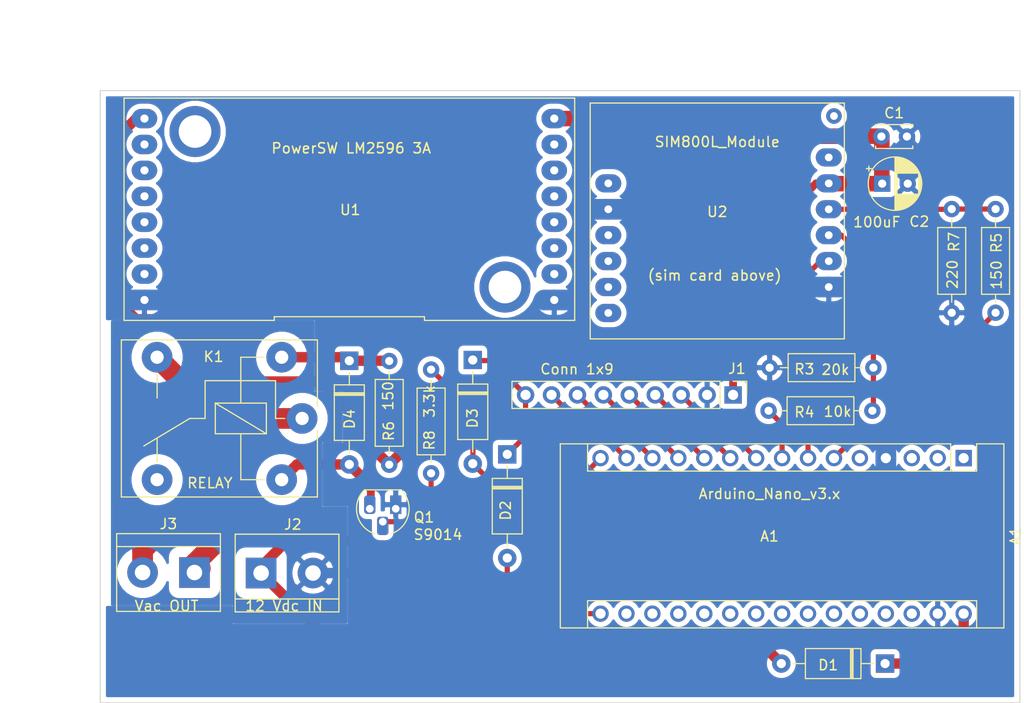
<source format=kicad_pcb>
(kicad_pcb (version 20171130) (host pcbnew "(5.1.6)-1")

  (general
    (thickness 1.6)
    (drawings 6)
    (tracks 165)
    (zones 0)
    (modules 20)
    (nets 48)
  )

  (page A4)
  (layers
    (0 F.Cu signal)
    (31 B.Cu signal hide)
    (32 B.Adhes user hide)
    (33 F.Adhes user hide)
    (34 B.Paste user hide)
    (35 F.Paste user hide)
    (36 B.SilkS user hide)
    (37 F.SilkS user)
    (38 B.Mask user)
    (39 F.Mask user)
    (40 Dwgs.User user)
    (41 Cmts.User user)
    (42 Eco1.User user)
    (43 Eco2.User user hide)
    (44 Edge.Cuts user)
    (45 Margin user hide)
    (46 B.CrtYd user hide)
    (47 F.CrtYd user hide)
    (48 B.Fab user hide)
    (49 F.Fab user hide)
  )

  (setup
    (last_trace_width 1.016)
    (user_trace_width 0.381)
    (user_trace_width 0.508)
    (user_trace_width 0.762)
    (user_trace_width 1.016)
    (user_trace_width 1.524)
    (user_trace_width 2.032)
    (trace_clearance 0.2)
    (zone_clearance 1)
    (zone_45_only no)
    (trace_min 0.2)
    (via_size 0.8)
    (via_drill 0.4)
    (via_min_size 0.4)
    (via_min_drill 0.3)
    (uvia_size 0.3)
    (uvia_drill 0.1)
    (uvias_allowed no)
    (uvia_min_size 0.2)
    (uvia_min_drill 0.1)
    (edge_width 0.1)
    (segment_width 0.2)
    (pcb_text_width 0.3)
    (pcb_text_size 1.5 1.5)
    (mod_edge_width 0.15)
    (mod_text_size 1 1)
    (mod_text_width 0.15)
    (pad_size 4.3 4.3)
    (pad_drill 4.3)
    (pad_to_mask_clearance 0)
    (aux_axis_origin 0 0)
    (visible_elements 7FFFEFFF)
    (pcbplotparams
      (layerselection 0x010fc_ffffffff)
      (usegerberextensions false)
      (usegerberattributes true)
      (usegerberadvancedattributes true)
      (creategerberjobfile true)
      (excludeedgelayer true)
      (linewidth 0.100000)
      (plotframeref false)
      (viasonmask false)
      (mode 1)
      (useauxorigin false)
      (hpglpennumber 1)
      (hpglpenspeed 20)
      (hpglpendiameter 15.000000)
      (psnegative false)
      (psa4output false)
      (plotreference true)
      (plotvalue true)
      (plotinvisibletext false)
      (padsonsilk false)
      (subtractmaskfromsilk false)
      (outputformat 1)
      (mirror false)
      (drillshape 0)
      (scaleselection 1)
      (outputdirectory "Gerber Base rev B/"))
  )

  (net 0 "")
  (net 1 GND)
  (net 2 "Net-(A1-Pad5)")
  (net 3 "Net-(A1-Pad30)")
  (net 4 +4V)
  (net 5 +12V)
  (net 6 "Net-(D4-Pad2)")
  (net 7 "Net-(D4-Pad1)")
  (net 8 "Net-(J3-Pad1)")
  (net 9 "Net-(J3-Pad2)")
  (net 10 "Net-(Q1-Pad2)")
  (net 11 "Net-(A1-Pad28)")
  (net 12 +5V)
  (net 13 "Net-(A1-Pad26)")
  (net 14 "Net-(A1-Pad25)")
  (net 15 "Net-(A1-Pad24)")
  (net 16 "Net-(A1-Pad23)")
  (net 17 "Net-(A1-Pad22)")
  (net 18 "Net-(A1-Pad21)")
  (net 19 "Net-(A1-Pad20)")
  (net 20 "Net-(A1-Pad19)")
  (net 21 "Net-(A1-Pad3)")
  (net 22 "Net-(A1-Pad18)")
  (net 23 "Net-(A1-Pad2)")
  (net 24 "Net-(A1-Pad17)")
  (net 25 "Net-(A1-Pad1)")
  (net 26 "Net-(K1-Pad12)")
  (net 27 "Net-(U2-Pad1)")
  (net 28 "Net-(U2-Pad13)")
  (net 29 "Net-(U2-Pad12)")
  (net 30 "Net-(U2-Pad11)")
  (net 31 "Net-(U2-Pad10)")
  (net 32 "Net-(U2-Pad8)")
  (net 33 "Net-(U2-Pad2)")
  (net 34 GATE-TST)
  (net 35 GATE-CMD)
  (net 36 RESET-REQ)
  (net 37 SMS-B-LED)
  (net 38 SMS-G-LED)
  (net 39 SMS-R-LED)
  (net 40 GSM-G-LED)
  (net 41 GSM-R-LED)
  (net 42 DTE-TX)
  (net 43 DCE-TX)
  (net 44 RST-TO-DCE)
  (net 45 GATE-LED)
  (net 46 DCE-RX)
  (net 47 SIM800-RST)

  (net_class Default "Questo è il gruppo di collegamenti predefinito"
    (clearance 0.2)
    (trace_width 0.25)
    (via_dia 0.8)
    (via_drill 0.4)
    (uvia_dia 0.3)
    (uvia_drill 0.1)
    (add_net +12V)
    (add_net +4V)
    (add_net +5V)
    (add_net DCE-RX)
    (add_net DCE-TX)
    (add_net DTE-TX)
    (add_net GATE-CMD)
    (add_net GATE-LED)
    (add_net GATE-TST)
    (add_net GND)
    (add_net GSM-G-LED)
    (add_net GSM-R-LED)
    (add_net "Net-(A1-Pad1)")
    (add_net "Net-(A1-Pad17)")
    (add_net "Net-(A1-Pad18)")
    (add_net "Net-(A1-Pad19)")
    (add_net "Net-(A1-Pad2)")
    (add_net "Net-(A1-Pad20)")
    (add_net "Net-(A1-Pad21)")
    (add_net "Net-(A1-Pad22)")
    (add_net "Net-(A1-Pad23)")
    (add_net "Net-(A1-Pad24)")
    (add_net "Net-(A1-Pad25)")
    (add_net "Net-(A1-Pad26)")
    (add_net "Net-(A1-Pad28)")
    (add_net "Net-(A1-Pad3)")
    (add_net "Net-(A1-Pad30)")
    (add_net "Net-(A1-Pad5)")
    (add_net "Net-(D4-Pad1)")
    (add_net "Net-(D4-Pad2)")
    (add_net "Net-(J3-Pad1)")
    (add_net "Net-(J3-Pad2)")
    (add_net "Net-(K1-Pad12)")
    (add_net "Net-(Q1-Pad2)")
    (add_net "Net-(U2-Pad1)")
    (add_net "Net-(U2-Pad10)")
    (add_net "Net-(U2-Pad11)")
    (add_net "Net-(U2-Pad12)")
    (add_net "Net-(U2-Pad13)")
    (add_net "Net-(U2-Pad2)")
    (add_net "Net-(U2-Pad8)")
    (add_net RESET-REQ)
    (add_net RST-TO-DCE)
    (add_net SIM800-RST)
    (add_net SMS-B-LED)
    (add_net SMS-G-LED)
    (add_net SMS-R-LED)
  )

  (module 000mylib:PowerSW_LM2596_3A_revB (layer F.Cu) (tedit 5F05A082) (tstamp 5F046C21)
    (at 134.27 83.63)
    (path /5ED23FAF)
    (fp_text reference U1 (at 0.21 0.06 180) (layer F.SilkS)
      (effects (font (size 1 1) (thickness 0.15)))
    )
    (fp_text value "PowerSW LM2596 3A" (at 0.31 -5.98) (layer F.SilkS)
      (effects (font (size 1 1) (thickness 0.15)))
    )
    (fp_line (start 22.193 10.89) (end 22.193 -10.889999) (layer F.SilkS) (width 0.12))
    (fp_line (start 22.193 -10.889999) (end -21.939 -10.89) (layer F.SilkS) (width 0.12))
    (fp_line (start -21.939 -10.89) (end -21.939 10.889999) (layer F.SilkS) (width 0.12))
    (fp_line (start -21.939 10.889999) (end -7.228333 10.89) (layer F.SilkS) (width 0.12))
    (fp_line (start -7.228333 10.89) (end -7.228333 10.53) (layer F.SilkS) (width 0.12))
    (fp_line (start -7.228333 10.53) (end 7.482333 10.53) (layer F.SilkS) (width 0.12))
    (fp_line (start 7.482333 10.53) (end 7.482333 10.89) (layer F.SilkS) (width 0.12))
    (fp_line (start 7.482333 10.89) (end 22.193 10.89) (layer F.SilkS) (width 0.12))
    (fp_line (start -21.193 10.14) (end -21.193 -10.14) (layer F.CrtYd) (width 0.05))
    (fp_line (start -21.193 -10.14) (end 21.447 -10.14) (layer F.CrtYd) (width 0.05))
    (fp_line (start 21.447 -10.14) (end 21.447 10.14) (layer F.CrtYd) (width 0.05))
    (fp_line (start 21.447 10.14) (end -21.193 10.14) (layer F.CrtYd) (width 0.05))
    (pad "" thru_hole circle (at 15.367 7.62) (size 5 5) (drill 3.2) (layers *.Cu *.Mask))
    (pad "" thru_hole circle (at -14.986 -7.62) (size 5 5) (drill 3.2) (layers *.Cu *.Mask))
    (pad 3 thru_hole oval (at 20.193 -8.89 90) (size 1.9 2.5) (drill 0.8) (layers *.Cu *.Mask)
      (net 4 +4V))
    (pad 1 thru_hole oval (at -19.939 -8.89 90) (size 1.9 2.5) (drill 0.8) (layers *.Cu *.Mask)
      (net 5 +12V))
    (pad "" thru_hole oval (at 20.193 -6.35 90) (size 1.9 2.5) (drill 0.8) (layers *.Cu *.Mask))
    (pad "" thru_hole oval (at -19.939 -6.35 90) (size 1.9 2.5) (drill 0.8) (layers *.Cu *.Mask))
    (pad "" thru_hole oval (at 20.193 -3.81 90) (size 1.9 2.5) (drill 0.8) (layers *.Cu *.Mask))
    (pad "" thru_hole oval (at -19.939 -3.81 90) (size 1.9 2.5) (drill 0.8) (layers *.Cu *.Mask))
    (pad "" thru_hole oval (at 20.193 -1.27 90) (size 1.9 2.5) (drill 0.8) (layers *.Cu *.Mask))
    (pad "" thru_hole oval (at -19.939 -1.27 90) (size 1.9 2.5) (drill 0.8) (layers *.Cu *.Mask))
    (pad "" thru_hole oval (at 20.193 1.27 90) (size 1.9 2.5) (drill 0.8) (layers *.Cu *.Mask))
    (pad "" thru_hole oval (at -19.939 1.27 90) (size 1.9 2.5) (drill 0.8) (layers *.Cu *.Mask))
    (pad "" thru_hole oval (at 20.193 3.81 90) (size 1.9 2.5) (drill 0.8) (layers *.Cu *.Mask))
    (pad "" thru_hole oval (at -19.939 3.81 90) (size 1.9 2.5) (drill 0.8) (layers *.Cu *.Mask))
    (pad "" thru_hole oval (at 20.193 6.35 90) (size 1.9 2.5) (drill 0.8) (layers *.Cu *.Mask))
    (pad "" thru_hole oval (at -19.939 6.35 90) (size 1.9 2.5) (drill 0.8) (layers *.Cu *.Mask))
    (pad 4 thru_hole oval (at 20.193 8.89 90) (size 1.9 2.5) (drill 0.8) (layers *.Cu *.Mask)
      (net 1 GND))
    (pad 2 thru_hole oval (at -19.939 8.89 90) (size 1.9 2.5) (drill 0.8) (layers *.Cu *.Mask)
      (net 1 GND))
  )

  (module 000mylib:SIM800L_Module (layer F.Cu) (tedit 5F059F4F) (tstamp 5F00C49A)
    (at 170.17 84.142)
    (path /5EC879D9)
    (fp_text reference U2 (at 0.254 -0.262 180) (layer F.SilkS)
      (effects (font (size 1 1) (thickness 0.15)))
    )
    (fp_text value SIM800L_Module (at 0.254 -7.112 180) (layer F.SilkS)
      (effects (font (size 1 1) (thickness 0.15)))
    )
    (fp_line (start 12.7 12.188) (end 12.7 -10.922) (layer F.SilkS) (width 0.12))
    (fp_line (start -12.19 12.188) (end 12.7 12.188) (layer F.SilkS) (width 0.12))
    (fp_line (start -12.19 -10.922) (end -12.19 12.188) (layer F.SilkS) (width 0.12))
    (fp_line (start 12.7 -10.922) (end -12.19 -10.922) (layer F.SilkS) (width 0.12))
    (fp_line (start -12.319 -11.049) (end 12.827 -11.049) (layer F.CrtYd) (width 0.12))
    (fp_line (start 12.827 -11.049) (end 12.827 12.319) (layer F.CrtYd) (width 0.12))
    (fp_line (start 12.827 12.319) (end -12.319 12.319) (layer F.CrtYd) (width 0.12))
    (fp_line (start -12.319 12.319) (end -12.319 -11.049) (layer F.CrtYd) (width 0.12))
    (fp_text user "(sim card above)" (at 0 5.969) (layer F.SilkS)
      (effects (font (size 1 1) (thickness 0.15)))
    )
    (pad 1 thru_hole circle (at 11.684 -9.652 180) (size 1.524 1.524) (drill 0.762) (layers *.Cu *.Mask)
      (net 27 "Net-(U2-Pad1)"))
    (pad 13 thru_hole oval (at -10.416 9.648 180) (size 2.54 1.778) (drill 0.762) (layers *.Cu *.Mask)
      (net 28 "Net-(U2-Pad13)"))
    (pad 7 thru_hole oval (at 11.174 7.108 180) (size 2.54 1.778) (drill 0.762) (layers *.Cu *.Mask)
      (net 1 GND))
    (pad 12 thru_hole oval (at -10.416 7.108 180) (size 2.54 1.778) (drill 0.762) (layers *.Cu *.Mask)
      (net 29 "Net-(U2-Pad12)"))
    (pad 6 thru_hole oval (at 11.174 4.568 180) (size 2.54 1.778) (drill 0.762) (layers *.Cu *.Mask)
      (net 43 DCE-TX))
    (pad 11 thru_hole oval (at -10.416 4.568 180) (size 2.54 1.778) (drill 0.762) (layers *.Cu *.Mask)
      (net 30 "Net-(U2-Pad11)"))
    (pad 5 thru_hole oval (at 11.174 2.028 180) (size 2.54 1.778) (drill 0.762) (layers *.Cu *.Mask)
      (net 46 DCE-RX))
    (pad 10 thru_hole oval (at -10.416 2.028 180) (size 2.54 1.778) (drill 0.762) (layers *.Cu *.Mask)
      (net 31 "Net-(U2-Pad10)"))
    (pad 4 thru_hole oval (at 11.174 -0.512 180) (size 2.54 1.778) (drill 0.762) (layers *.Cu *.Mask)
      (net 47 SIM800-RST))
    (pad 9 thru_hole oval (at -10.416 -0.512 180) (size 2.54 1.778) (drill 0.762) (layers *.Cu *.Mask)
      (net 1 GND))
    (pad 3 thru_hole oval (at 11.174 -3.052 180) (size 2.54 1.778) (drill 0.762) (layers *.Cu *.Mask)
      (net 4 +4V))
    (pad 8 thru_hole oval (at -10.416 -3.052 180) (size 2.54 1.778) (drill 0.762) (layers *.Cu *.Mask)
      (net 32 "Net-(U2-Pad8)"))
    (pad 2 thru_hole oval (at 11.174 -5.592 180) (size 2.54 1.778) (drill 0.762) (layers *.Cu *.Mask)
      (net 33 "Net-(U2-Pad2)"))
  )

  (module Connector_PinHeader_2.54mm:PinHeader_1x09_P2.54mm_Vertical (layer F.Cu) (tedit 59FED5CC) (tstamp 5F00C34E)
    (at 171.9734 101.8204 270)
    (descr "Through hole straight pin header, 1x09, 2.54mm pitch, single row")
    (tags "Through hole pin header THT 1x09 2.54mm single row")
    (path /5F13FBE5)
    (fp_text reference J1 (at -2.5704 -0.3766 180) (layer F.SilkS)
      (effects (font (size 1 1) (thickness 0.15)))
    )
    (fp_text value "Conn 1x9" (at -2.5204 15.2834 180) (layer F.SilkS)
      (effects (font (size 1 1) (thickness 0.15)))
    )
    (fp_line (start 1.8 -1.8) (end -1.8 -1.8) (layer F.CrtYd) (width 0.05))
    (fp_line (start 1.8 22.1) (end 1.8 -1.8) (layer F.CrtYd) (width 0.05))
    (fp_line (start -1.8 22.1) (end 1.8 22.1) (layer F.CrtYd) (width 0.05))
    (fp_line (start -1.8 -1.8) (end -1.8 22.1) (layer F.CrtYd) (width 0.05))
    (fp_line (start -1.33 -1.33) (end 0 -1.33) (layer F.SilkS) (width 0.12))
    (fp_line (start -1.33 0) (end -1.33 -1.33) (layer F.SilkS) (width 0.12))
    (fp_line (start -1.33 1.27) (end 1.33 1.27) (layer F.SilkS) (width 0.12))
    (fp_line (start 1.33 1.27) (end 1.33 21.65) (layer F.SilkS) (width 0.12))
    (fp_line (start -1.33 1.27) (end -1.33 21.65) (layer F.SilkS) (width 0.12))
    (fp_line (start -1.33 21.65) (end 1.33 21.65) (layer F.SilkS) (width 0.12))
    (fp_line (start -1.27 -0.635) (end -0.635 -1.27) (layer F.Fab) (width 0.1))
    (fp_line (start -1.27 21.59) (end -1.27 -0.635) (layer F.Fab) (width 0.1))
    (fp_line (start 1.27 21.59) (end -1.27 21.59) (layer F.Fab) (width 0.1))
    (fp_line (start 1.27 -1.27) (end 1.27 21.59) (layer F.Fab) (width 0.1))
    (fp_line (start -0.635 -1.27) (end 1.27 -1.27) (layer F.Fab) (width 0.1))
    (fp_text user %R (at 0 10.16) (layer F.Fab)
      (effects (font (size 1 1) (thickness 0.15)))
    )
    (pad 9 thru_hole oval (at 0 20.32 270) (size 1.7 1.7) (drill 1) (layers *.Cu *.Mask)
      (net 45 GATE-LED))
    (pad 8 thru_hole oval (at 0 17.78 270) (size 1.7 1.7) (drill 1) (layers *.Cu *.Mask)
      (net 36 RESET-REQ))
    (pad 7 thru_hole oval (at 0 15.24 270) (size 1.7 1.7) (drill 1) (layers *.Cu *.Mask)
      (net 37 SMS-B-LED))
    (pad 6 thru_hole oval (at 0 12.7 270) (size 1.7 1.7) (drill 1) (layers *.Cu *.Mask)
      (net 38 SMS-G-LED))
    (pad 5 thru_hole oval (at 0 10.16 270) (size 1.7 1.7) (drill 1) (layers *.Cu *.Mask)
      (net 39 SMS-R-LED))
    (pad 4 thru_hole oval (at 0 7.62 270) (size 1.7 1.7) (drill 1) (layers *.Cu *.Mask)
      (net 40 GSM-G-LED))
    (pad 3 thru_hole oval (at 0 5.08 270) (size 1.7 1.7) (drill 1) (layers *.Cu *.Mask)
      (net 41 GSM-R-LED))
    (pad 2 thru_hole oval (at 0 2.54 270) (size 1.7 1.7) (drill 1) (layers *.Cu *.Mask)
      (net 1 GND))
    (pad 1 thru_hole rect (at 0 0 270) (size 1.7 1.7) (drill 1) (layers *.Cu *.Mask)
      (net 4 +4V))
    (model ${KISYS3DMOD}/Connector_PinHeader_2.54mm.3dshapes/PinHeader_1x09_P2.54mm_Vertical.wrl
      (at (xyz 0 0 0))
      (scale (xyz 1 1 1))
      (rotate (xyz 0 0 0))
    )
  )

  (module TerminalBlock:TerminalBlock_bornier-2_P5.08mm (layer F.Cu) (tedit 59FF03AB) (tstamp 5F00C378)
    (at 119.2276 119.2276 180)
    (descr "simple 2-pin terminal block, pitch 5.08mm, revamped version of bornier2")
    (tags "terminal block bornier2")
    (path /5F0BCC6B)
    (fp_text reference J3 (at 2.5476 4.7576) (layer F.SilkS)
      (effects (font (size 1 1) (thickness 0.15)))
    )
    (fp_text value "Vac OUT" (at 2.7276 -3.2724) (layer F.SilkS)
      (effects (font (size 1 1) (thickness 0.15)))
    )
    (fp_line (start 7.79 4) (end -2.71 4) (layer F.CrtYd) (width 0.05))
    (fp_line (start 7.79 4) (end 7.79 -4) (layer F.CrtYd) (width 0.05))
    (fp_line (start -2.71 -4) (end -2.71 4) (layer F.CrtYd) (width 0.05))
    (fp_line (start -2.71 -4) (end 7.79 -4) (layer F.CrtYd) (width 0.05))
    (fp_line (start -2.54 3.81) (end 7.62 3.81) (layer F.SilkS) (width 0.12))
    (fp_line (start -2.54 -3.81) (end -2.54 3.81) (layer F.SilkS) (width 0.12))
    (fp_line (start 7.62 -3.81) (end -2.54 -3.81) (layer F.SilkS) (width 0.12))
    (fp_line (start 7.62 3.81) (end 7.62 -3.81) (layer F.SilkS) (width 0.12))
    (fp_line (start 7.62 2.54) (end -2.54 2.54) (layer F.SilkS) (width 0.12))
    (fp_line (start 7.54 -3.75) (end -2.46 -3.75) (layer F.Fab) (width 0.1))
    (fp_line (start 7.54 3.75) (end 7.54 -3.75) (layer F.Fab) (width 0.1))
    (fp_line (start -2.46 3.75) (end 7.54 3.75) (layer F.Fab) (width 0.1))
    (fp_line (start -2.46 -3.75) (end -2.46 3.75) (layer F.Fab) (width 0.1))
    (fp_line (start -2.41 2.55) (end 7.49 2.55) (layer F.Fab) (width 0.1))
    (pad 2 thru_hole circle (at 5.08 0 180) (size 3 3) (drill 1.52) (layers *.Cu *.Mask)
      (net 9 "Net-(J3-Pad2)"))
    (pad 1 thru_hole rect (at 0 0 180) (size 3 3) (drill 1.52) (layers *.Cu *.Mask)
      (net 8 "Net-(J3-Pad1)"))
    (model ${KISYS3DMOD}/TerminalBlock.3dshapes/TerminalBlock_bornier-2_P5.08mm.wrl
      (offset (xyz 2.539999961853027 0 0))
      (scale (xyz 1 1 1))
      (rotate (xyz 0 0 0))
    )
  )

  (module Resistor_THT:R_Axial_DIN0207_L6.3mm_D2.5mm_P10.16mm_Horizontal (layer F.Cu) (tedit 5AE5139B) (tstamp 5F00C456)
    (at 193.3856 83.6086 270)
    (descr "Resistor, Axial_DIN0207 series, Axial, Horizontal, pin pitch=10.16mm, 0.25W = 1/4W, length*diameter=6.3*2.5mm^2, http://cdn-reichelt.de/documents/datenblatt/B400/1_4W%23YAG.pdf")
    (tags "Resistor Axial_DIN0207 series Axial Horizontal pin pitch 10.16mm 0.25W = 1/4W length 6.3mm diameter 2.5mm")
    (path /5ECCBD60)
    (fp_text reference R7 (at 3.2114 -0.2244 90) (layer F.SilkS)
      (effects (font (size 1 1) (thickness 0.15)))
    )
    (fp_text value 220 (at 6.4014 -0.0744 90) (layer F.SilkS)
      (effects (font (size 1 1) (thickness 0.15)))
    )
    (fp_line (start 11.21 -1.5) (end -1.05 -1.5) (layer F.CrtYd) (width 0.05))
    (fp_line (start 11.21 1.5) (end 11.21 -1.5) (layer F.CrtYd) (width 0.05))
    (fp_line (start -1.05 1.5) (end 11.21 1.5) (layer F.CrtYd) (width 0.05))
    (fp_line (start -1.05 -1.5) (end -1.05 1.5) (layer F.CrtYd) (width 0.05))
    (fp_line (start 9.12 0) (end 8.35 0) (layer F.SilkS) (width 0.12))
    (fp_line (start 1.04 0) (end 1.81 0) (layer F.SilkS) (width 0.12))
    (fp_line (start 8.35 -1.37) (end 1.81 -1.37) (layer F.SilkS) (width 0.12))
    (fp_line (start 8.35 1.37) (end 8.35 -1.37) (layer F.SilkS) (width 0.12))
    (fp_line (start 1.81 1.37) (end 8.35 1.37) (layer F.SilkS) (width 0.12))
    (fp_line (start 1.81 -1.37) (end 1.81 1.37) (layer F.SilkS) (width 0.12))
    (fp_line (start 10.16 0) (end 8.23 0) (layer F.Fab) (width 0.1))
    (fp_line (start 0 0) (end 1.93 0) (layer F.Fab) (width 0.1))
    (fp_line (start 8.23 -1.25) (end 1.93 -1.25) (layer F.Fab) (width 0.1))
    (fp_line (start 8.23 1.25) (end 8.23 -1.25) (layer F.Fab) (width 0.1))
    (fp_line (start 1.93 1.25) (end 8.23 1.25) (layer F.Fab) (width 0.1))
    (fp_line (start 1.93 -1.25) (end 1.93 1.25) (layer F.Fab) (width 0.1))
    (pad 2 thru_hole oval (at 10.16 0 270) (size 1.6 1.6) (drill 0.8) (layers *.Cu *.Mask)
      (net 1 GND))
    (pad 1 thru_hole circle (at 0 0 270) (size 1.6 1.6) (drill 0.8) (layers *.Cu *.Mask)
      (net 47 SIM800-RST))
    (model ${KISYS3DMOD}/Resistor_THT.3dshapes/R_Axial_DIN0207_L6.3mm_D2.5mm_P10.16mm_Horizontal.wrl
      (at (xyz 0 0 0))
      (scale (xyz 1 1 1))
      (rotate (xyz 0 0 0))
    )
  )

  (module Diode_THT:D_A-405_P10.16mm_Horizontal (layer F.Cu) (tedit 5AE50CD5) (tstamp 5F00C312)
    (at 146.4818 98.3996 270)
    (descr "Diode, A-405 series, Axial, Horizontal, pin pitch=10.16mm, , length*diameter=5.2*2.7mm^2, , http://www.diodes.com/_files/packages/A-405.pdf")
    (tags "Diode A-405 series Axial Horizontal pin pitch 10.16mm  length 5.2mm diameter 2.7mm")
    (path /5EE6810F)
    (fp_text reference D3 (at 5.7104 0.0318 90) (layer F.SilkS)
      (effects (font (size 1 1) (thickness 0.15)))
    )
    (fp_text value D (at 6.223 0.0508 90) (layer F.Fab)
      (effects (font (size 1 1) (thickness 0.15)))
    )
    (fp_line (start 11.31 -1.6) (end -1.15 -1.6) (layer F.CrtYd) (width 0.05))
    (fp_line (start 11.31 1.6) (end 11.31 -1.6) (layer F.CrtYd) (width 0.05))
    (fp_line (start -1.15 1.6) (end 11.31 1.6) (layer F.CrtYd) (width 0.05))
    (fp_line (start -1.15 -1.6) (end -1.15 1.6) (layer F.CrtYd) (width 0.05))
    (fp_line (start 3.14 -1.47) (end 3.14 1.47) (layer F.SilkS) (width 0.12))
    (fp_line (start 3.38 -1.47) (end 3.38 1.47) (layer F.SilkS) (width 0.12))
    (fp_line (start 3.26 -1.47) (end 3.26 1.47) (layer F.SilkS) (width 0.12))
    (fp_line (start 9.02 0) (end 7.8 0) (layer F.SilkS) (width 0.12))
    (fp_line (start 1.14 0) (end 2.36 0) (layer F.SilkS) (width 0.12))
    (fp_line (start 7.8 -1.47) (end 2.36 -1.47) (layer F.SilkS) (width 0.12))
    (fp_line (start 7.8 1.47) (end 7.8 -1.47) (layer F.SilkS) (width 0.12))
    (fp_line (start 2.36 1.47) (end 7.8 1.47) (layer F.SilkS) (width 0.12))
    (fp_line (start 2.36 -1.47) (end 2.36 1.47) (layer F.SilkS) (width 0.12))
    (fp_line (start 3.16 -1.35) (end 3.16 1.35) (layer F.Fab) (width 0.1))
    (fp_line (start 3.36 -1.35) (end 3.36 1.35) (layer F.Fab) (width 0.1))
    (fp_line (start 3.26 -1.35) (end 3.26 1.35) (layer F.Fab) (width 0.1))
    (fp_line (start 10.16 0) (end 7.68 0) (layer F.Fab) (width 0.1))
    (fp_line (start 0 0) (end 2.48 0) (layer F.Fab) (width 0.1))
    (fp_line (start 7.68 -1.35) (end 2.48 -1.35) (layer F.Fab) (width 0.1))
    (fp_line (start 7.68 1.35) (end 7.68 -1.35) (layer F.Fab) (width 0.1))
    (fp_line (start 2.48 1.35) (end 7.68 1.35) (layer F.Fab) (width 0.1))
    (fp_line (start 2.48 -1.35) (end 2.48 1.35) (layer F.Fab) (width 0.1))
    (fp_text user K (at 0 -1.9 90) (layer F.Fab)
      (effects (font (size 1 1) (thickness 0.15)))
    )
    (fp_text user K (at 0 -1.9 90) (layer F.Fab)
      (effects (font (size 1 1) (thickness 0.15)))
    )
    (pad 2 thru_hole oval (at 10.16 0 270) (size 1.8 1.8) (drill 0.9) (layers *.Cu *.Mask)
      (net 35 GATE-CMD))
    (pad 1 thru_hole rect (at 0 0 270) (size 1.8 1.8) (drill 0.9) (layers *.Cu *.Mask)
      (net 45 GATE-LED))
    (model ${KISYS3DMOD}/Diode_THT.3dshapes/D_A-405_P10.16mm_Horizontal.wrl
      (at (xyz 0 0 0))
      (scale (xyz 1 1 1))
      (rotate (xyz 0 0 0))
    )
  )

  (module Diode_THT:D_A-405_P10.16mm_Horizontal (layer F.Cu) (tedit 5AE50CD5) (tstamp 5F00C2F3)
    (at 149.86 107.6452 270)
    (descr "Diode, A-405 series, Axial, Horizontal, pin pitch=10.16mm, , length*diameter=5.2*2.7mm^2, , http://www.diodes.com/_files/packages/A-405.pdf")
    (tags "Diode A-405 series Axial Horizontal pin pitch 10.16mm  length 5.2mm diameter 2.7mm")
    (path /5EDE5EE7)
    (fp_text reference D2 (at 5.5048 0.16 90) (layer F.SilkS)
      (effects (font (size 1 1) (thickness 0.15)))
    )
    (fp_text value D (at 5.9148 0.06 90) (layer F.Fab)
      (effects (font (size 1 1) (thickness 0.15)))
    )
    (fp_line (start 11.31 -1.6) (end -1.15 -1.6) (layer F.CrtYd) (width 0.05))
    (fp_line (start 11.31 1.6) (end 11.31 -1.6) (layer F.CrtYd) (width 0.05))
    (fp_line (start -1.15 1.6) (end 11.31 1.6) (layer F.CrtYd) (width 0.05))
    (fp_line (start -1.15 -1.6) (end -1.15 1.6) (layer F.CrtYd) (width 0.05))
    (fp_line (start 3.14 -1.47) (end 3.14 1.47) (layer F.SilkS) (width 0.12))
    (fp_line (start 3.38 -1.47) (end 3.38 1.47) (layer F.SilkS) (width 0.12))
    (fp_line (start 3.26 -1.47) (end 3.26 1.47) (layer F.SilkS) (width 0.12))
    (fp_line (start 9.02 0) (end 7.8 0) (layer F.SilkS) (width 0.12))
    (fp_line (start 1.14 0) (end 2.36 0) (layer F.SilkS) (width 0.12))
    (fp_line (start 7.8 -1.47) (end 2.36 -1.47) (layer F.SilkS) (width 0.12))
    (fp_line (start 7.8 1.47) (end 7.8 -1.47) (layer F.SilkS) (width 0.12))
    (fp_line (start 2.36 1.47) (end 7.8 1.47) (layer F.SilkS) (width 0.12))
    (fp_line (start 2.36 -1.47) (end 2.36 1.47) (layer F.SilkS) (width 0.12))
    (fp_line (start 3.16 -1.35) (end 3.16 1.35) (layer F.Fab) (width 0.1))
    (fp_line (start 3.36 -1.35) (end 3.36 1.35) (layer F.Fab) (width 0.1))
    (fp_line (start 3.26 -1.35) (end 3.26 1.35) (layer F.Fab) (width 0.1))
    (fp_line (start 10.16 0) (end 7.68 0) (layer F.Fab) (width 0.1))
    (fp_line (start 0 0) (end 2.48 0) (layer F.Fab) (width 0.1))
    (fp_line (start 7.68 -1.35) (end 2.48 -1.35) (layer F.Fab) (width 0.1))
    (fp_line (start 7.68 1.35) (end 7.68 -1.35) (layer F.Fab) (width 0.1))
    (fp_line (start 2.48 1.35) (end 7.68 1.35) (layer F.Fab) (width 0.1))
    (fp_line (start 2.48 -1.35) (end 2.48 1.35) (layer F.Fab) (width 0.1))
    (fp_text user K (at 0 -1.9 90) (layer F.Fab)
      (effects (font (size 1 1) (thickness 0.15)))
    )
    (fp_text user K (at 0 -1.9 90) (layer F.Fab)
      (effects (font (size 1 1) (thickness 0.15)))
    )
    (pad 2 thru_hole oval (at 10.16 0 270) (size 1.8 1.8) (drill 0.9) (layers *.Cu *.Mask)
      (net 34 GATE-TST))
    (pad 1 thru_hole rect (at 0 0 270) (size 1.8 1.8) (drill 0.9) (layers *.Cu *.Mask)
      (net 45 GATE-LED))
    (model ${KISYS3DMOD}/Diode_THT.3dshapes/D_A-405_P10.16mm_Horizontal.wrl
      (at (xyz 0 0 0))
      (scale (xyz 1 1 1))
      (rotate (xyz 0 0 0))
    )
  )

  (module Resistor_THT:R_Axial_DIN0207_L6.3mm_D2.5mm_P10.16mm_Horizontal (layer F.Cu) (tedit 5AE5139B) (tstamp 5F00C46D)
    (at 142.4 109.5 90)
    (descr "Resistor, Axial_DIN0207 series, Axial, Horizontal, pin pitch=10.16mm, 0.25W = 1/4W, length*diameter=6.3*2.5mm^2, http://cdn-reichelt.de/documents/datenblatt/B400/1_4W%23YAG.pdf")
    (tags "Resistor Axial_DIN0207 series Axial Horizontal pin pitch 10.16mm 0.25W = 1/4W length 6.3mm diameter 2.5mm")
    (path /5F0BD444)
    (fp_text reference R8 (at 3.23 -0.16 90) (layer F.SilkS)
      (effects (font (size 1 1) (thickness 0.15)))
    )
    (fp_text value 3.3k (at 7.04 -0.16 90) (layer F.SilkS)
      (effects (font (size 1 1) (thickness 0.15)))
    )
    (fp_line (start 11.21 -1.5) (end -1.05 -1.5) (layer F.CrtYd) (width 0.05))
    (fp_line (start 11.21 1.5) (end 11.21 -1.5) (layer F.CrtYd) (width 0.05))
    (fp_line (start -1.05 1.5) (end 11.21 1.5) (layer F.CrtYd) (width 0.05))
    (fp_line (start -1.05 -1.5) (end -1.05 1.5) (layer F.CrtYd) (width 0.05))
    (fp_line (start 9.12 0) (end 8.35 0) (layer F.SilkS) (width 0.12))
    (fp_line (start 1.04 0) (end 1.81 0) (layer F.SilkS) (width 0.12))
    (fp_line (start 8.35 -1.37) (end 1.81 -1.37) (layer F.SilkS) (width 0.12))
    (fp_line (start 8.35 1.37) (end 8.35 -1.37) (layer F.SilkS) (width 0.12))
    (fp_line (start 1.81 1.37) (end 8.35 1.37) (layer F.SilkS) (width 0.12))
    (fp_line (start 1.81 -1.37) (end 1.81 1.37) (layer F.SilkS) (width 0.12))
    (fp_line (start 10.16 0) (end 8.23 0) (layer F.Fab) (width 0.1))
    (fp_line (start 0 0) (end 1.93 0) (layer F.Fab) (width 0.1))
    (fp_line (start 8.23 -1.25) (end 1.93 -1.25) (layer F.Fab) (width 0.1))
    (fp_line (start 8.23 1.25) (end 8.23 -1.25) (layer F.Fab) (width 0.1))
    (fp_line (start 1.93 1.25) (end 8.23 1.25) (layer F.Fab) (width 0.1))
    (fp_line (start 1.93 -1.25) (end 1.93 1.25) (layer F.Fab) (width 0.1))
    (pad 2 thru_hole oval (at 10.16 0 90) (size 1.6 1.6) (drill 0.8) (layers *.Cu *.Mask)
      (net 35 GATE-CMD))
    (pad 1 thru_hole circle (at 0 0 90) (size 1.6 1.6) (drill 0.8) (layers *.Cu *.Mask)
      (net 10 "Net-(Q1-Pad2)"))
    (model ${KISYS3DMOD}/Resistor_THT.3dshapes/R_Axial_DIN0207_L6.3mm_D2.5mm_P10.16mm_Horizontal.wrl
      (at (xyz 0 0 0))
      (scale (xyz 1 1 1))
      (rotate (xyz 0 0 0))
    )
  )

  (module Resistor_THT:R_Axial_DIN0207_L6.3mm_D2.5mm_P10.16mm_Horizontal (layer F.Cu) (tedit 5AE5139B) (tstamp 5F00C428)
    (at 197.6782 93.7686 90)
    (descr "Resistor, Axial_DIN0207 series, Axial, Horizontal, pin pitch=10.16mm, 0.25W = 1/4W, length*diameter=6.3*2.5mm^2, http://cdn-reichelt.de/documents/datenblatt/B400/1_4W%23YAG.pdf")
    (tags "Resistor Axial_DIN0207 series Axial Horizontal pin pitch 10.16mm 0.25W = 1/4W length 6.3mm diameter 2.5mm")
    (path /5EE676E6)
    (fp_text reference R5 (at 6.8486 0.0918 90) (layer F.SilkS)
      (effects (font (size 1 1) (thickness 0.15)))
    )
    (fp_text value 150 (at 3.7086 0.0918 90) (layer F.SilkS)
      (effects (font (size 1 1) (thickness 0.15)))
    )
    (fp_line (start 11.21 -1.5) (end -1.05 -1.5) (layer F.CrtYd) (width 0.05))
    (fp_line (start 11.21 1.5) (end 11.21 -1.5) (layer F.CrtYd) (width 0.05))
    (fp_line (start -1.05 1.5) (end 11.21 1.5) (layer F.CrtYd) (width 0.05))
    (fp_line (start -1.05 -1.5) (end -1.05 1.5) (layer F.CrtYd) (width 0.05))
    (fp_line (start 9.12 0) (end 8.35 0) (layer F.SilkS) (width 0.12))
    (fp_line (start 1.04 0) (end 1.81 0) (layer F.SilkS) (width 0.12))
    (fp_line (start 8.35 -1.37) (end 1.81 -1.37) (layer F.SilkS) (width 0.12))
    (fp_line (start 8.35 1.37) (end 8.35 -1.37) (layer F.SilkS) (width 0.12))
    (fp_line (start 1.81 1.37) (end 8.35 1.37) (layer F.SilkS) (width 0.12))
    (fp_line (start 1.81 -1.37) (end 1.81 1.37) (layer F.SilkS) (width 0.12))
    (fp_line (start 10.16 0) (end 8.23 0) (layer F.Fab) (width 0.1))
    (fp_line (start 0 0) (end 1.93 0) (layer F.Fab) (width 0.1))
    (fp_line (start 8.23 -1.25) (end 1.93 -1.25) (layer F.Fab) (width 0.1))
    (fp_line (start 8.23 1.25) (end 8.23 -1.25) (layer F.Fab) (width 0.1))
    (fp_line (start 1.93 1.25) (end 8.23 1.25) (layer F.Fab) (width 0.1))
    (fp_line (start 1.93 -1.25) (end 1.93 1.25) (layer F.Fab) (width 0.1))
    (pad 2 thru_hole oval (at 10.16 0 90) (size 1.6 1.6) (drill 0.8) (layers *.Cu *.Mask)
      (net 47 SIM800-RST))
    (pad 1 thru_hole circle (at 0 0 90) (size 1.6 1.6) (drill 0.8) (layers *.Cu *.Mask)
      (net 44 RST-TO-DCE))
    (model ${KISYS3DMOD}/Resistor_THT.3dshapes/R_Axial_DIN0207_L6.3mm_D2.5mm_P10.16mm_Horizontal.wrl
      (at (xyz 0 0 0))
      (scale (xyz 1 1 1))
      (rotate (xyz 0 0 0))
    )
  )

  (module Resistor_THT:R_Axial_DIN0207_L6.3mm_D2.5mm_P10.16mm_Horizontal (layer F.Cu) (tedit 5AE5139B) (tstamp 5F00C43F)
    (at 138.3 98.5 270)
    (descr "Resistor, Axial_DIN0207 series, Axial, Horizontal, pin pitch=10.16mm, 0.25W = 1/4W, length*diameter=6.3*2.5mm^2, http://cdn-reichelt.de/documents/datenblatt/B400/1_4W%23YAG.pdf")
    (tags "Resistor Axial_DIN0207 series Axial Horizontal pin pitch 10.16mm 0.25W = 1/4W length 6.3mm diameter 2.5mm")
    (path /5F0E7A2F)
    (fp_text reference R6 (at 6.8598 0.0446 90) (layer F.SilkS)
      (effects (font (size 1 1) (thickness 0.15)))
    )
    (fp_text value 150 (at 3.4098 0.1046 90) (layer F.SilkS)
      (effects (font (size 1 1) (thickness 0.15)))
    )
    (fp_line (start 11.21 -1.5) (end -1.05 -1.5) (layer F.CrtYd) (width 0.05))
    (fp_line (start 11.21 1.5) (end 11.21 -1.5) (layer F.CrtYd) (width 0.05))
    (fp_line (start -1.05 1.5) (end 11.21 1.5) (layer F.CrtYd) (width 0.05))
    (fp_line (start -1.05 -1.5) (end -1.05 1.5) (layer F.CrtYd) (width 0.05))
    (fp_line (start 9.12 0) (end 8.35 0) (layer F.SilkS) (width 0.12))
    (fp_line (start 1.04 0) (end 1.81 0) (layer F.SilkS) (width 0.12))
    (fp_line (start 8.35 -1.37) (end 1.81 -1.37) (layer F.SilkS) (width 0.12))
    (fp_line (start 8.35 1.37) (end 8.35 -1.37) (layer F.SilkS) (width 0.12))
    (fp_line (start 1.81 1.37) (end 8.35 1.37) (layer F.SilkS) (width 0.12))
    (fp_line (start 1.81 -1.37) (end 1.81 1.37) (layer F.SilkS) (width 0.12))
    (fp_line (start 10.16 0) (end 8.23 0) (layer F.Fab) (width 0.1))
    (fp_line (start 0 0) (end 1.93 0) (layer F.Fab) (width 0.1))
    (fp_line (start 8.23 -1.25) (end 1.93 -1.25) (layer F.Fab) (width 0.1))
    (fp_line (start 8.23 1.25) (end 8.23 -1.25) (layer F.Fab) (width 0.1))
    (fp_line (start 1.93 1.25) (end 8.23 1.25) (layer F.Fab) (width 0.1))
    (fp_line (start 1.93 -1.25) (end 1.93 1.25) (layer F.Fab) (width 0.1))
    (pad 2 thru_hole oval (at 10.16 0 270) (size 1.6 1.6) (drill 0.8) (layers *.Cu *.Mask)
      (net 5 +12V))
    (pad 1 thru_hole circle (at 0 0 270) (size 1.6 1.6) (drill 0.8) (layers *.Cu *.Mask)
      (net 7 "Net-(D4-Pad1)"))
    (model ${KISYS3DMOD}/Resistor_THT.3dshapes/R_Axial_DIN0207_L6.3mm_D2.5mm_P10.16mm_Horizontal.wrl
      (at (xyz 0 0 0))
      (scale (xyz 1 1 1))
      (rotate (xyz 0 0 0))
    )
  )

  (module Resistor_THT:R_Axial_DIN0207_L6.3mm_D2.5mm_P10.16mm_Horizontal (layer F.Cu) (tedit 5AE5139B) (tstamp 5F00C3FA)
    (at 175.4532 103.3698)
    (descr "Resistor, Axial_DIN0207 series, Axial, Horizontal, pin pitch=10.16mm, 0.25W = 1/4W, length*diameter=6.3*2.5mm^2, http://cdn-reichelt.de/documents/datenblatt/B400/1_4W%23YAG.pdf")
    (tags "Resistor Axial_DIN0207 series Axial Horizontal pin pitch 10.16mm 0.25W = 1/4W length 6.3mm diameter 2.5mm")
    (path /5EC9C6FE)
    (fp_text reference R3 (at 3.5068 -4.0698) (layer F.SilkS)
      (effects (font (size 1 1) (thickness 0.15)))
    )
    (fp_text value 10k (at 6.7568 0.0902) (layer F.SilkS)
      (effects (font (size 1 1) (thickness 0.15)))
    )
    (fp_line (start 11.21 -1.5) (end -1.05 -1.5) (layer F.CrtYd) (width 0.05))
    (fp_line (start 11.21 1.5) (end 11.21 -1.5) (layer F.CrtYd) (width 0.05))
    (fp_line (start -1.05 1.5) (end 11.21 1.5) (layer F.CrtYd) (width 0.05))
    (fp_line (start -1.05 -1.5) (end -1.05 1.5) (layer F.CrtYd) (width 0.05))
    (fp_line (start 9.12 0) (end 8.35 0) (layer F.SilkS) (width 0.12))
    (fp_line (start 1.04 0) (end 1.81 0) (layer F.SilkS) (width 0.12))
    (fp_line (start 8.35 -1.37) (end 1.81 -1.37) (layer F.SilkS) (width 0.12))
    (fp_line (start 8.35 1.37) (end 8.35 -1.37) (layer F.SilkS) (width 0.12))
    (fp_line (start 1.81 1.37) (end 8.35 1.37) (layer F.SilkS) (width 0.12))
    (fp_line (start 1.81 -1.37) (end 1.81 1.37) (layer F.SilkS) (width 0.12))
    (fp_line (start 10.16 0) (end 8.23 0) (layer F.Fab) (width 0.1))
    (fp_line (start 0 0) (end 1.93 0) (layer F.Fab) (width 0.1))
    (fp_line (start 8.23 -1.25) (end 1.93 -1.25) (layer F.Fab) (width 0.1))
    (fp_line (start 8.23 1.25) (end 8.23 -1.25) (layer F.Fab) (width 0.1))
    (fp_line (start 1.93 1.25) (end 8.23 1.25) (layer F.Fab) (width 0.1))
    (fp_line (start 1.93 -1.25) (end 1.93 1.25) (layer F.Fab) (width 0.1))
    (pad 2 thru_hole oval (at 10.16 0) (size 1.6 1.6) (drill 0.8) (layers *.Cu *.Mask)
      (net 46 DCE-RX))
    (pad 1 thru_hole circle (at 0 0) (size 1.6 1.6) (drill 0.8) (layers *.Cu *.Mask)
      (net 42 DTE-TX))
    (model ${KISYS3DMOD}/Resistor_THT.3dshapes/R_Axial_DIN0207_L6.3mm_D2.5mm_P10.16mm_Horizontal.wrl
      (at (xyz 0 0 0))
      (scale (xyz 1 1 1))
      (rotate (xyz 0 0 0))
    )
  )

  (module Resistor_THT:R_Axial_DIN0207_L6.3mm_D2.5mm_P10.16mm_Horizontal (layer F.Cu) (tedit 5AE5139B) (tstamp 5F00C411)
    (at 185.7148 99.1534 180)
    (descr "Resistor, Axial_DIN0207 series, Axial, Horizontal, pin pitch=10.16mm, 0.25W = 1/4W, length*diameter=6.3*2.5mm^2, http://cdn-reichelt.de/documents/datenblatt/B400/1_4W%23YAG.pdf")
    (tags "Resistor Axial_DIN0207 series Axial Horizontal pin pitch 10.16mm 0.25W = 1/4W length 6.3mm diameter 2.5mm")
    (path /5EE7140A)
    (fp_text reference R4 (at 6.7548 -4.3666) (layer F.SilkS)
      (effects (font (size 1 1) (thickness 0.15)))
    )
    (fp_text value 20k (at 3.7148 -0.1966) (layer F.SilkS)
      (effects (font (size 1 1) (thickness 0.15)))
    )
    (fp_line (start 11.21 -1.5) (end -1.05 -1.5) (layer F.CrtYd) (width 0.05))
    (fp_line (start 11.21 1.5) (end 11.21 -1.5) (layer F.CrtYd) (width 0.05))
    (fp_line (start -1.05 1.5) (end 11.21 1.5) (layer F.CrtYd) (width 0.05))
    (fp_line (start -1.05 -1.5) (end -1.05 1.5) (layer F.CrtYd) (width 0.05))
    (fp_line (start 9.12 0) (end 8.35 0) (layer F.SilkS) (width 0.12))
    (fp_line (start 1.04 0) (end 1.81 0) (layer F.SilkS) (width 0.12))
    (fp_line (start 8.35 -1.37) (end 1.81 -1.37) (layer F.SilkS) (width 0.12))
    (fp_line (start 8.35 1.37) (end 8.35 -1.37) (layer F.SilkS) (width 0.12))
    (fp_line (start 1.81 1.37) (end 8.35 1.37) (layer F.SilkS) (width 0.12))
    (fp_line (start 1.81 -1.37) (end 1.81 1.37) (layer F.SilkS) (width 0.12))
    (fp_line (start 10.16 0) (end 8.23 0) (layer F.Fab) (width 0.1))
    (fp_line (start 0 0) (end 1.93 0) (layer F.Fab) (width 0.1))
    (fp_line (start 8.23 -1.25) (end 1.93 -1.25) (layer F.Fab) (width 0.1))
    (fp_line (start 8.23 1.25) (end 8.23 -1.25) (layer F.Fab) (width 0.1))
    (fp_line (start 1.93 1.25) (end 8.23 1.25) (layer F.Fab) (width 0.1))
    (fp_line (start 1.93 -1.25) (end 1.93 1.25) (layer F.Fab) (width 0.1))
    (pad 2 thru_hole oval (at 10.16 0 180) (size 1.6 1.6) (drill 0.8) (layers *.Cu *.Mask)
      (net 1 GND))
    (pad 1 thru_hole circle (at 0 0 180) (size 1.6 1.6) (drill 0.8) (layers *.Cu *.Mask)
      (net 46 DCE-RX))
    (model ${KISYS3DMOD}/Resistor_THT.3dshapes/R_Axial_DIN0207_L6.3mm_D2.5mm_P10.16mm_Horizontal.wrl
      (at (xyz 0 0 0))
      (scale (xyz 1 1 1))
      (rotate (xyz 0 0 0))
    )
  )

  (module Diode_THT:D_A-405_P10.16mm_Horizontal (layer F.Cu) (tedit 5AE50CD5) (tstamp 5F00C331)
    (at 134.3914 98.4758 270)
    (descr "Diode, A-405 series, Axial, Horizontal, pin pitch=10.16mm, , length*diameter=5.2*2.7mm^2, , http://www.diodes.com/_files/packages/A-405.pdf")
    (tags "Diode A-405 series Axial Horizontal pin pitch 10.16mm  length 5.2mm diameter 2.7mm")
    (path /5F0D66AF)
    (fp_text reference D4 (at 5.715 -0.0254 90) (layer F.SilkS)
      (effects (font (size 1 1) (thickness 0.15)))
    )
    (fp_text value D (at 6.1976 0.0508 90) (layer F.Fab)
      (effects (font (size 1 1) (thickness 0.15)))
    )
    (fp_line (start 11.31 -1.6) (end -1.15 -1.6) (layer F.CrtYd) (width 0.05))
    (fp_line (start 11.31 1.6) (end 11.31 -1.6) (layer F.CrtYd) (width 0.05))
    (fp_line (start -1.15 1.6) (end 11.31 1.6) (layer F.CrtYd) (width 0.05))
    (fp_line (start -1.15 -1.6) (end -1.15 1.6) (layer F.CrtYd) (width 0.05))
    (fp_line (start 3.14 -1.47) (end 3.14 1.47) (layer F.SilkS) (width 0.12))
    (fp_line (start 3.38 -1.47) (end 3.38 1.47) (layer F.SilkS) (width 0.12))
    (fp_line (start 3.26 -1.47) (end 3.26 1.47) (layer F.SilkS) (width 0.12))
    (fp_line (start 9.02 0) (end 7.8 0) (layer F.SilkS) (width 0.12))
    (fp_line (start 1.14 0) (end 2.36 0) (layer F.SilkS) (width 0.12))
    (fp_line (start 7.8 -1.47) (end 2.36 -1.47) (layer F.SilkS) (width 0.12))
    (fp_line (start 7.8 1.47) (end 7.8 -1.47) (layer F.SilkS) (width 0.12))
    (fp_line (start 2.36 1.47) (end 7.8 1.47) (layer F.SilkS) (width 0.12))
    (fp_line (start 2.36 -1.47) (end 2.36 1.47) (layer F.SilkS) (width 0.12))
    (fp_line (start 3.16 -1.35) (end 3.16 1.35) (layer F.Fab) (width 0.1))
    (fp_line (start 3.36 -1.35) (end 3.36 1.35) (layer F.Fab) (width 0.1))
    (fp_line (start 3.26 -1.35) (end 3.26 1.35) (layer F.Fab) (width 0.1))
    (fp_line (start 10.16 0) (end 7.68 0) (layer F.Fab) (width 0.1))
    (fp_line (start 0 0) (end 2.48 0) (layer F.Fab) (width 0.1))
    (fp_line (start 7.68 -1.35) (end 2.48 -1.35) (layer F.Fab) (width 0.1))
    (fp_line (start 7.68 1.35) (end 7.68 -1.35) (layer F.Fab) (width 0.1))
    (fp_line (start 2.48 1.35) (end 7.68 1.35) (layer F.Fab) (width 0.1))
    (fp_line (start 2.48 -1.35) (end 2.48 1.35) (layer F.Fab) (width 0.1))
    (fp_text user K (at 0 -1.9 90) (layer F.Fab)
      (effects (font (size 1 1) (thickness 0.15)))
    )
    (pad 2 thru_hole oval (at 10.16 0 270) (size 1.8 1.8) (drill 0.9) (layers *.Cu *.Mask)
      (net 6 "Net-(D4-Pad2)"))
    (pad 1 thru_hole rect (at 0 0 270) (size 1.8 1.8) (drill 0.9) (layers *.Cu *.Mask)
      (net 7 "Net-(D4-Pad1)"))
    (model ${KISYS3DMOD}/Diode_THT.3dshapes/D_A-405_P10.16mm_Horizontal.wrl
      (at (xyz 0 0 0))
      (scale (xyz 1 1 1))
      (rotate (xyz 0 0 0))
    )
  )

  (module Module:Arduino_Nano (layer F.Cu) (tedit 58ACAF70) (tstamp 5F00C198)
    (at 194.554 108.018 270)
    (descr "Arduino Nano, http://www.mouser.com/pdfdocs/Gravitech_Arduino_Nano3_0.pdf")
    (tags "Arduino Nano")
    (path /5EF0937A)
    (fp_text reference A1 (at 7.62 -5.08 90) (layer F.SilkS)
      (effects (font (size 1 1) (thickness 0.15)))
    )
    (fp_text value Arduino_Nano_v3.x (at 3.502 19.014) (layer F.SilkS)
      (effects (font (size 1 1) (thickness 0.15)))
    )
    (fp_line (start 16.75 42.16) (end -1.53 42.16) (layer F.CrtYd) (width 0.05))
    (fp_line (start 16.75 42.16) (end 16.75 -4.06) (layer F.CrtYd) (width 0.05))
    (fp_line (start -1.53 -4.06) (end -1.53 42.16) (layer F.CrtYd) (width 0.05))
    (fp_line (start -1.53 -4.06) (end 16.75 -4.06) (layer F.CrtYd) (width 0.05))
    (fp_line (start 16.51 -3.81) (end 16.51 39.37) (layer F.Fab) (width 0.1))
    (fp_line (start 0 -3.81) (end 16.51 -3.81) (layer F.Fab) (width 0.1))
    (fp_line (start -1.27 -2.54) (end 0 -3.81) (layer F.Fab) (width 0.1))
    (fp_line (start -1.27 39.37) (end -1.27 -2.54) (layer F.Fab) (width 0.1))
    (fp_line (start 16.51 39.37) (end -1.27 39.37) (layer F.Fab) (width 0.1))
    (fp_line (start 16.64 -3.94) (end -1.4 -3.94) (layer F.SilkS) (width 0.12))
    (fp_line (start 16.64 39.5) (end 16.64 -3.94) (layer F.SilkS) (width 0.12))
    (fp_line (start -1.4 39.5) (end 16.64 39.5) (layer F.SilkS) (width 0.12))
    (fp_line (start 3.81 41.91) (end 3.81 31.75) (layer F.Fab) (width 0.1))
    (fp_line (start 11.43 41.91) (end 3.81 41.91) (layer F.Fab) (width 0.1))
    (fp_line (start 11.43 31.75) (end 11.43 41.91) (layer F.Fab) (width 0.1))
    (fp_line (start 3.81 31.75) (end 11.43 31.75) (layer F.Fab) (width 0.1))
    (fp_line (start 1.27 36.83) (end -1.4 36.83) (layer F.SilkS) (width 0.12))
    (fp_line (start 1.27 1.27) (end 1.27 36.83) (layer F.SilkS) (width 0.12))
    (fp_line (start 1.27 1.27) (end -1.4 1.27) (layer F.SilkS) (width 0.12))
    (fp_line (start 13.97 36.83) (end 16.64 36.83) (layer F.SilkS) (width 0.12))
    (fp_line (start 13.97 -1.27) (end 13.97 36.83) (layer F.SilkS) (width 0.12))
    (fp_line (start 13.97 -1.27) (end 16.64 -1.27) (layer F.SilkS) (width 0.12))
    (fp_line (start -1.4 -3.94) (end -1.4 -1.27) (layer F.SilkS) (width 0.12))
    (fp_line (start -1.4 1.27) (end -1.4 39.5) (layer F.SilkS) (width 0.12))
    (fp_line (start 1.27 -1.27) (end -1.4 -1.27) (layer F.SilkS) (width 0.12))
    (fp_line (start 1.27 1.27) (end 1.27 -1.27) (layer F.SilkS) (width 0.12))
    (fp_text user %R (at 7.662 19.014) (layer F.SilkS)
      (effects (font (size 1 1) (thickness 0.15)))
    )
    (pad 16 thru_hole oval (at 15.24 35.56 270) (size 1.6 1.6) (drill 1) (layers *.Cu *.Mask)
      (net 34 GATE-TST))
    (pad 15 thru_hole oval (at 0 35.56 270) (size 1.6 1.6) (drill 1) (layers *.Cu *.Mask)
      (net 35 GATE-CMD))
    (pad 30 thru_hole oval (at 15.24 0 270) (size 1.6 1.6) (drill 1) (layers *.Cu *.Mask)
      (net 3 "Net-(A1-Pad30)"))
    (pad 14 thru_hole oval (at 0 33.02 270) (size 1.6 1.6) (drill 1) (layers *.Cu *.Mask)
      (net 36 RESET-REQ))
    (pad 29 thru_hole oval (at 15.24 2.54 270) (size 1.6 1.6) (drill 1) (layers *.Cu *.Mask)
      (net 1 GND))
    (pad 13 thru_hole oval (at 0 30.48 270) (size 1.6 1.6) (drill 1) (layers *.Cu *.Mask)
      (net 37 SMS-B-LED))
    (pad 28 thru_hole oval (at 15.24 5.08 270) (size 1.6 1.6) (drill 1) (layers *.Cu *.Mask)
      (net 11 "Net-(A1-Pad28)"))
    (pad 12 thru_hole oval (at 0 27.94 270) (size 1.6 1.6) (drill 1) (layers *.Cu *.Mask)
      (net 38 SMS-G-LED))
    (pad 27 thru_hole oval (at 15.24 7.62 270) (size 1.6 1.6) (drill 1) (layers *.Cu *.Mask)
      (net 12 +5V))
    (pad 11 thru_hole oval (at 0 25.4 270) (size 1.6 1.6) (drill 1) (layers *.Cu *.Mask)
      (net 39 SMS-R-LED))
    (pad 26 thru_hole oval (at 15.24 10.16 270) (size 1.6 1.6) (drill 1) (layers *.Cu *.Mask)
      (net 13 "Net-(A1-Pad26)"))
    (pad 10 thru_hole oval (at 0 22.86 270) (size 1.6 1.6) (drill 1) (layers *.Cu *.Mask)
      (net 40 GSM-G-LED))
    (pad 25 thru_hole oval (at 15.24 12.7 270) (size 1.6 1.6) (drill 1) (layers *.Cu *.Mask)
      (net 14 "Net-(A1-Pad25)"))
    (pad 9 thru_hole oval (at 0 20.32 270) (size 1.6 1.6) (drill 1) (layers *.Cu *.Mask)
      (net 41 GSM-R-LED))
    (pad 24 thru_hole oval (at 15.24 15.24 270) (size 1.6 1.6) (drill 1) (layers *.Cu *.Mask)
      (net 15 "Net-(A1-Pad24)"))
    (pad 8 thru_hole oval (at 0 17.78 270) (size 1.6 1.6) (drill 1) (layers *.Cu *.Mask)
      (net 42 DTE-TX))
    (pad 23 thru_hole oval (at 15.24 17.78 270) (size 1.6 1.6) (drill 1) (layers *.Cu *.Mask)
      (net 16 "Net-(A1-Pad23)"))
    (pad 7 thru_hole oval (at 0 15.24 270) (size 1.6 1.6) (drill 1) (layers *.Cu *.Mask)
      (net 43 DCE-TX))
    (pad 22 thru_hole oval (at 15.24 20.32 270) (size 1.6 1.6) (drill 1) (layers *.Cu *.Mask)
      (net 17 "Net-(A1-Pad22)"))
    (pad 6 thru_hole oval (at 0 12.7 270) (size 1.6 1.6) (drill 1) (layers *.Cu *.Mask)
      (net 44 RST-TO-DCE))
    (pad 21 thru_hole oval (at 15.24 22.86 270) (size 1.6 1.6) (drill 1) (layers *.Cu *.Mask)
      (net 18 "Net-(A1-Pad21)"))
    (pad 5 thru_hole oval (at 0 10.16 270) (size 1.6 1.6) (drill 1) (layers *.Cu *.Mask)
      (net 2 "Net-(A1-Pad5)"))
    (pad 20 thru_hole oval (at 15.24 25.4 270) (size 1.6 1.6) (drill 1) (layers *.Cu *.Mask)
      (net 19 "Net-(A1-Pad20)"))
    (pad 4 thru_hole oval (at 0 7.62 270) (size 1.6 1.6) (drill 1) (layers *.Cu *.Mask)
      (net 1 GND))
    (pad 19 thru_hole oval (at 15.24 27.94 270) (size 1.6 1.6) (drill 1) (layers *.Cu *.Mask)
      (net 20 "Net-(A1-Pad19)"))
    (pad 3 thru_hole oval (at 0 5.08 270) (size 1.6 1.6) (drill 1) (layers *.Cu *.Mask)
      (net 21 "Net-(A1-Pad3)"))
    (pad 18 thru_hole oval (at 15.24 30.48 270) (size 1.6 1.6) (drill 1) (layers *.Cu *.Mask)
      (net 22 "Net-(A1-Pad18)"))
    (pad 2 thru_hole oval (at 0 2.54 270) (size 1.6 1.6) (drill 1) (layers *.Cu *.Mask)
      (net 23 "Net-(A1-Pad2)"))
    (pad 17 thru_hole oval (at 15.24 33.02 270) (size 1.6 1.6) (drill 1) (layers *.Cu *.Mask)
      (net 24 "Net-(A1-Pad17)"))
    (pad 1 thru_hole rect (at 0 0 270) (size 1.6 1.6) (drill 1) (layers *.Cu *.Mask)
      (net 25 "Net-(A1-Pad1)"))
    (model ${KISYS3DMOD}/Module.3dshapes/Arduino_Nano_WithMountingHoles.wrl
      (at (xyz 0 0 0))
      (scale (xyz 1 1 1))
      (rotate (xyz 0 0 0))
    )
  )

  (module Capacitor_THT:CP_Radial_D5.0mm_P2.50mm (layer F.Cu) (tedit 5AE50EF0) (tstamp 5F00C2A0)
    (at 186.5784 81.1194)
    (descr "CP, Radial series, Radial, pin pitch=2.50mm, , diameter=5mm, Electrolytic Capacitor")
    (tags "CP Radial series Radial pin pitch 2.50mm  diameter 5mm Electrolytic Capacitor")
    (path /5EC84754)
    (fp_text reference C2 (at 3.6316 3.7206) (layer F.SilkS)
      (effects (font (size 1 1) (thickness 0.15)))
    )
    (fp_text value 100uF (at -0.5284 3.7706) (layer F.SilkS)
      (effects (font (size 1 1) (thickness 0.15)))
    )
    (fp_line (start -1.304775 -1.725) (end -1.304775 -1.225) (layer F.SilkS) (width 0.12))
    (fp_line (start -1.554775 -1.475) (end -1.054775 -1.475) (layer F.SilkS) (width 0.12))
    (fp_line (start 3.851 -0.284) (end 3.851 0.284) (layer F.SilkS) (width 0.12))
    (fp_line (start 3.811 -0.518) (end 3.811 0.518) (layer F.SilkS) (width 0.12))
    (fp_line (start 3.771 -0.677) (end 3.771 0.677) (layer F.SilkS) (width 0.12))
    (fp_line (start 3.731 -0.805) (end 3.731 0.805) (layer F.SilkS) (width 0.12))
    (fp_line (start 3.691 -0.915) (end 3.691 0.915) (layer F.SilkS) (width 0.12))
    (fp_line (start 3.651 -1.011) (end 3.651 1.011) (layer F.SilkS) (width 0.12))
    (fp_line (start 3.611 -1.098) (end 3.611 1.098) (layer F.SilkS) (width 0.12))
    (fp_line (start 3.571 -1.178) (end 3.571 1.178) (layer F.SilkS) (width 0.12))
    (fp_line (start 3.531 1.04) (end 3.531 1.251) (layer F.SilkS) (width 0.12))
    (fp_line (start 3.531 -1.251) (end 3.531 -1.04) (layer F.SilkS) (width 0.12))
    (fp_line (start 3.491 1.04) (end 3.491 1.319) (layer F.SilkS) (width 0.12))
    (fp_line (start 3.491 -1.319) (end 3.491 -1.04) (layer F.SilkS) (width 0.12))
    (fp_line (start 3.451 1.04) (end 3.451 1.383) (layer F.SilkS) (width 0.12))
    (fp_line (start 3.451 -1.383) (end 3.451 -1.04) (layer F.SilkS) (width 0.12))
    (fp_line (start 3.411 1.04) (end 3.411 1.443) (layer F.SilkS) (width 0.12))
    (fp_line (start 3.411 -1.443) (end 3.411 -1.04) (layer F.SilkS) (width 0.12))
    (fp_line (start 3.371 1.04) (end 3.371 1.5) (layer F.SilkS) (width 0.12))
    (fp_line (start 3.371 -1.5) (end 3.371 -1.04) (layer F.SilkS) (width 0.12))
    (fp_line (start 3.331 1.04) (end 3.331 1.554) (layer F.SilkS) (width 0.12))
    (fp_line (start 3.331 -1.554) (end 3.331 -1.04) (layer F.SilkS) (width 0.12))
    (fp_line (start 3.291 1.04) (end 3.291 1.605) (layer F.SilkS) (width 0.12))
    (fp_line (start 3.291 -1.605) (end 3.291 -1.04) (layer F.SilkS) (width 0.12))
    (fp_line (start 3.251 1.04) (end 3.251 1.653) (layer F.SilkS) (width 0.12))
    (fp_line (start 3.251 -1.653) (end 3.251 -1.04) (layer F.SilkS) (width 0.12))
    (fp_line (start 3.211 1.04) (end 3.211 1.699) (layer F.SilkS) (width 0.12))
    (fp_line (start 3.211 -1.699) (end 3.211 -1.04) (layer F.SilkS) (width 0.12))
    (fp_line (start 3.171 1.04) (end 3.171 1.743) (layer F.SilkS) (width 0.12))
    (fp_line (start 3.171 -1.743) (end 3.171 -1.04) (layer F.SilkS) (width 0.12))
    (fp_line (start 3.131 1.04) (end 3.131 1.785) (layer F.SilkS) (width 0.12))
    (fp_line (start 3.131 -1.785) (end 3.131 -1.04) (layer F.SilkS) (width 0.12))
    (fp_line (start 3.091 1.04) (end 3.091 1.826) (layer F.SilkS) (width 0.12))
    (fp_line (start 3.091 -1.826) (end 3.091 -1.04) (layer F.SilkS) (width 0.12))
    (fp_line (start 3.051 1.04) (end 3.051 1.864) (layer F.SilkS) (width 0.12))
    (fp_line (start 3.051 -1.864) (end 3.051 -1.04) (layer F.SilkS) (width 0.12))
    (fp_line (start 3.011 1.04) (end 3.011 1.901) (layer F.SilkS) (width 0.12))
    (fp_line (start 3.011 -1.901) (end 3.011 -1.04) (layer F.SilkS) (width 0.12))
    (fp_line (start 2.971 1.04) (end 2.971 1.937) (layer F.SilkS) (width 0.12))
    (fp_line (start 2.971 -1.937) (end 2.971 -1.04) (layer F.SilkS) (width 0.12))
    (fp_line (start 2.931 1.04) (end 2.931 1.971) (layer F.SilkS) (width 0.12))
    (fp_line (start 2.931 -1.971) (end 2.931 -1.04) (layer F.SilkS) (width 0.12))
    (fp_line (start 2.891 1.04) (end 2.891 2.004) (layer F.SilkS) (width 0.12))
    (fp_line (start 2.891 -2.004) (end 2.891 -1.04) (layer F.SilkS) (width 0.12))
    (fp_line (start 2.851 1.04) (end 2.851 2.035) (layer F.SilkS) (width 0.12))
    (fp_line (start 2.851 -2.035) (end 2.851 -1.04) (layer F.SilkS) (width 0.12))
    (fp_line (start 2.811 1.04) (end 2.811 2.065) (layer F.SilkS) (width 0.12))
    (fp_line (start 2.811 -2.065) (end 2.811 -1.04) (layer F.SilkS) (width 0.12))
    (fp_line (start 2.771 1.04) (end 2.771 2.095) (layer F.SilkS) (width 0.12))
    (fp_line (start 2.771 -2.095) (end 2.771 -1.04) (layer F.SilkS) (width 0.12))
    (fp_line (start 2.731 1.04) (end 2.731 2.122) (layer F.SilkS) (width 0.12))
    (fp_line (start 2.731 -2.122) (end 2.731 -1.04) (layer F.SilkS) (width 0.12))
    (fp_line (start 2.691 1.04) (end 2.691 2.149) (layer F.SilkS) (width 0.12))
    (fp_line (start 2.691 -2.149) (end 2.691 -1.04) (layer F.SilkS) (width 0.12))
    (fp_line (start 2.651 1.04) (end 2.651 2.175) (layer F.SilkS) (width 0.12))
    (fp_line (start 2.651 -2.175) (end 2.651 -1.04) (layer F.SilkS) (width 0.12))
    (fp_line (start 2.611 1.04) (end 2.611 2.2) (layer F.SilkS) (width 0.12))
    (fp_line (start 2.611 -2.2) (end 2.611 -1.04) (layer F.SilkS) (width 0.12))
    (fp_line (start 2.571 1.04) (end 2.571 2.224) (layer F.SilkS) (width 0.12))
    (fp_line (start 2.571 -2.224) (end 2.571 -1.04) (layer F.SilkS) (width 0.12))
    (fp_line (start 2.531 1.04) (end 2.531 2.247) (layer F.SilkS) (width 0.12))
    (fp_line (start 2.531 -2.247) (end 2.531 -1.04) (layer F.SilkS) (width 0.12))
    (fp_line (start 2.491 1.04) (end 2.491 2.268) (layer F.SilkS) (width 0.12))
    (fp_line (start 2.491 -2.268) (end 2.491 -1.04) (layer F.SilkS) (width 0.12))
    (fp_line (start 2.451 1.04) (end 2.451 2.29) (layer F.SilkS) (width 0.12))
    (fp_line (start 2.451 -2.29) (end 2.451 -1.04) (layer F.SilkS) (width 0.12))
    (fp_line (start 2.411 1.04) (end 2.411 2.31) (layer F.SilkS) (width 0.12))
    (fp_line (start 2.411 -2.31) (end 2.411 -1.04) (layer F.SilkS) (width 0.12))
    (fp_line (start 2.371 1.04) (end 2.371 2.329) (layer F.SilkS) (width 0.12))
    (fp_line (start 2.371 -2.329) (end 2.371 -1.04) (layer F.SilkS) (width 0.12))
    (fp_line (start 2.331 1.04) (end 2.331 2.348) (layer F.SilkS) (width 0.12))
    (fp_line (start 2.331 -2.348) (end 2.331 -1.04) (layer F.SilkS) (width 0.12))
    (fp_line (start 2.291 1.04) (end 2.291 2.365) (layer F.SilkS) (width 0.12))
    (fp_line (start 2.291 -2.365) (end 2.291 -1.04) (layer F.SilkS) (width 0.12))
    (fp_line (start 2.251 1.04) (end 2.251 2.382) (layer F.SilkS) (width 0.12))
    (fp_line (start 2.251 -2.382) (end 2.251 -1.04) (layer F.SilkS) (width 0.12))
    (fp_line (start 2.211 1.04) (end 2.211 2.398) (layer F.SilkS) (width 0.12))
    (fp_line (start 2.211 -2.398) (end 2.211 -1.04) (layer F.SilkS) (width 0.12))
    (fp_line (start 2.171 1.04) (end 2.171 2.414) (layer F.SilkS) (width 0.12))
    (fp_line (start 2.171 -2.414) (end 2.171 -1.04) (layer F.SilkS) (width 0.12))
    (fp_line (start 2.131 1.04) (end 2.131 2.428) (layer F.SilkS) (width 0.12))
    (fp_line (start 2.131 -2.428) (end 2.131 -1.04) (layer F.SilkS) (width 0.12))
    (fp_line (start 2.091 1.04) (end 2.091 2.442) (layer F.SilkS) (width 0.12))
    (fp_line (start 2.091 -2.442) (end 2.091 -1.04) (layer F.SilkS) (width 0.12))
    (fp_line (start 2.051 1.04) (end 2.051 2.455) (layer F.SilkS) (width 0.12))
    (fp_line (start 2.051 -2.455) (end 2.051 -1.04) (layer F.SilkS) (width 0.12))
    (fp_line (start 2.011 1.04) (end 2.011 2.468) (layer F.SilkS) (width 0.12))
    (fp_line (start 2.011 -2.468) (end 2.011 -1.04) (layer F.SilkS) (width 0.12))
    (fp_line (start 1.971 1.04) (end 1.971 2.48) (layer F.SilkS) (width 0.12))
    (fp_line (start 1.971 -2.48) (end 1.971 -1.04) (layer F.SilkS) (width 0.12))
    (fp_line (start 1.93 1.04) (end 1.93 2.491) (layer F.SilkS) (width 0.12))
    (fp_line (start 1.93 -2.491) (end 1.93 -1.04) (layer F.SilkS) (width 0.12))
    (fp_line (start 1.89 1.04) (end 1.89 2.501) (layer F.SilkS) (width 0.12))
    (fp_line (start 1.89 -2.501) (end 1.89 -1.04) (layer F.SilkS) (width 0.12))
    (fp_line (start 1.85 1.04) (end 1.85 2.511) (layer F.SilkS) (width 0.12))
    (fp_line (start 1.85 -2.511) (end 1.85 -1.04) (layer F.SilkS) (width 0.12))
    (fp_line (start 1.81 1.04) (end 1.81 2.52) (layer F.SilkS) (width 0.12))
    (fp_line (start 1.81 -2.52) (end 1.81 -1.04) (layer F.SilkS) (width 0.12))
    (fp_line (start 1.77 1.04) (end 1.77 2.528) (layer F.SilkS) (width 0.12))
    (fp_line (start 1.77 -2.528) (end 1.77 -1.04) (layer F.SilkS) (width 0.12))
    (fp_line (start 1.73 1.04) (end 1.73 2.536) (layer F.SilkS) (width 0.12))
    (fp_line (start 1.73 -2.536) (end 1.73 -1.04) (layer F.SilkS) (width 0.12))
    (fp_line (start 1.69 1.04) (end 1.69 2.543) (layer F.SilkS) (width 0.12))
    (fp_line (start 1.69 -2.543) (end 1.69 -1.04) (layer F.SilkS) (width 0.12))
    (fp_line (start 1.65 1.04) (end 1.65 2.55) (layer F.SilkS) (width 0.12))
    (fp_line (start 1.65 -2.55) (end 1.65 -1.04) (layer F.SilkS) (width 0.12))
    (fp_line (start 1.61 1.04) (end 1.61 2.556) (layer F.SilkS) (width 0.12))
    (fp_line (start 1.61 -2.556) (end 1.61 -1.04) (layer F.SilkS) (width 0.12))
    (fp_line (start 1.57 1.04) (end 1.57 2.561) (layer F.SilkS) (width 0.12))
    (fp_line (start 1.57 -2.561) (end 1.57 -1.04) (layer F.SilkS) (width 0.12))
    (fp_line (start 1.53 1.04) (end 1.53 2.565) (layer F.SilkS) (width 0.12))
    (fp_line (start 1.53 -2.565) (end 1.53 -1.04) (layer F.SilkS) (width 0.12))
    (fp_line (start 1.49 1.04) (end 1.49 2.569) (layer F.SilkS) (width 0.12))
    (fp_line (start 1.49 -2.569) (end 1.49 -1.04) (layer F.SilkS) (width 0.12))
    (fp_line (start 1.45 -2.573) (end 1.45 2.573) (layer F.SilkS) (width 0.12))
    (fp_line (start 1.41 -2.576) (end 1.41 2.576) (layer F.SilkS) (width 0.12))
    (fp_line (start 1.37 -2.578) (end 1.37 2.578) (layer F.SilkS) (width 0.12))
    (fp_line (start 1.33 -2.579) (end 1.33 2.579) (layer F.SilkS) (width 0.12))
    (fp_line (start 1.29 -2.58) (end 1.29 2.58) (layer F.SilkS) (width 0.12))
    (fp_line (start 1.25 -2.58) (end 1.25 2.58) (layer F.SilkS) (width 0.12))
    (fp_line (start -0.633605 -1.3375) (end -0.633605 -0.8375) (layer F.Fab) (width 0.1))
    (fp_line (start -0.883605 -1.0875) (end -0.383605 -1.0875) (layer F.Fab) (width 0.1))
    (fp_circle (center 1.25 0) (end 4 0) (layer F.CrtYd) (width 0.05))
    (fp_circle (center 1.25 0) (end 3.87 0) (layer F.SilkS) (width 0.12))
    (fp_circle (center 1.25 0) (end 3.75 0) (layer F.Fab) (width 0.1))
    (fp_text user %R (at 1.25 0 90) (layer F.Fab)
      (effects (font (size 1 1) (thickness 0.15)))
    )
    (pad 2 thru_hole circle (at 2.5 0) (size 1.6 1.6) (drill 0.8) (layers *.Cu *.Mask)
      (net 1 GND))
    (pad 1 thru_hole rect (at 0 0) (size 1.6 1.6) (drill 0.8) (layers *.Cu *.Mask)
      (net 4 +4V))
    (model ${KISYS3DMOD}/Capacitor_THT.3dshapes/CP_Radial_D5.0mm_P2.50mm.wrl
      (at (xyz 0 0 0))
      (scale (xyz 1 1 1))
      (rotate (xyz 0 0 0))
    )
  )

  (module Diode_THT:D_A-405_P10.16mm_Horizontal (layer F.Cu) (tedit 5AE50CD5) (tstamp 5F00C2D4)
    (at 186.858 128.15 180)
    (descr "Diode, A-405 series, Axial, Horizontal, pin pitch=10.16mm, , length*diameter=5.2*2.7mm^2, , http://www.diodes.com/_files/packages/A-405.pdf")
    (tags "Diode A-405 series Axial Horizontal pin pitch 10.16mm  length 5.2mm diameter 2.7mm")
    (path /5F05800E)
    (fp_text reference D1 (at 5.568 -0.15) (layer F.SilkS)
      (effects (font (size 1 1) (thickness 0.15)))
    )
    (fp_text value D (at 6.028 -0.3) (layer F.Fab)
      (effects (font (size 1 1) (thickness 0.15)))
    )
    (fp_line (start 11.31 -1.6) (end -1.15 -1.6) (layer F.CrtYd) (width 0.05))
    (fp_line (start 11.31 1.6) (end 11.31 -1.6) (layer F.CrtYd) (width 0.05))
    (fp_line (start -1.15 1.6) (end 11.31 1.6) (layer F.CrtYd) (width 0.05))
    (fp_line (start -1.15 -1.6) (end -1.15 1.6) (layer F.CrtYd) (width 0.05))
    (fp_line (start 3.14 -1.47) (end 3.14 1.47) (layer F.SilkS) (width 0.12))
    (fp_line (start 3.38 -1.47) (end 3.38 1.47) (layer F.SilkS) (width 0.12))
    (fp_line (start 3.26 -1.47) (end 3.26 1.47) (layer F.SilkS) (width 0.12))
    (fp_line (start 9.02 0) (end 7.8 0) (layer F.SilkS) (width 0.12))
    (fp_line (start 1.14 0) (end 2.36 0) (layer F.SilkS) (width 0.12))
    (fp_line (start 7.8 -1.47) (end 2.36 -1.47) (layer F.SilkS) (width 0.12))
    (fp_line (start 7.8 1.47) (end 7.8 -1.47) (layer F.SilkS) (width 0.12))
    (fp_line (start 2.36 1.47) (end 7.8 1.47) (layer F.SilkS) (width 0.12))
    (fp_line (start 2.36 -1.47) (end 2.36 1.47) (layer F.SilkS) (width 0.12))
    (fp_line (start 3.16 -1.35) (end 3.16 1.35) (layer F.Fab) (width 0.1))
    (fp_line (start 3.36 -1.35) (end 3.36 1.35) (layer F.Fab) (width 0.1))
    (fp_line (start 3.26 -1.35) (end 3.26 1.35) (layer F.Fab) (width 0.1))
    (fp_line (start 10.16 0) (end 7.68 0) (layer F.Fab) (width 0.1))
    (fp_line (start 0 0) (end 2.48 0) (layer F.Fab) (width 0.1))
    (fp_line (start 7.68 -1.35) (end 2.48 -1.35) (layer F.Fab) (width 0.1))
    (fp_line (start 7.68 1.35) (end 7.68 -1.35) (layer F.Fab) (width 0.1))
    (fp_line (start 2.48 1.35) (end 7.68 1.35) (layer F.Fab) (width 0.1))
    (fp_line (start 2.48 -1.35) (end 2.48 1.35) (layer F.Fab) (width 0.1))
    (fp_text user K (at 0 -1.9) (layer F.Fab)
      (effects (font (size 1 1) (thickness 0.15)))
    )
    (fp_text user K (at 0 -1.9) (layer F.Fab)
      (effects (font (size 1 1) (thickness 0.15)))
    )
    (pad 2 thru_hole oval (at 10.16 0 180) (size 1.8 1.8) (drill 0.9) (layers *.Cu *.Mask)
      (net 5 +12V))
    (pad 1 thru_hole rect (at 0 0 180) (size 1.8 1.8) (drill 0.9) (layers *.Cu *.Mask)
      (net 3 "Net-(A1-Pad30)"))
    (model ${KISYS3DMOD}/Diode_THT.3dshapes/D_A-405_P10.16mm_Horizontal.wrl
      (at (xyz 0 0 0))
      (scale (xyz 1 1 1))
      (rotate (xyz 0 0 0))
    )
  )

  (module TerminalBlock:TerminalBlock_bornier-2_P5.08mm (layer F.Cu) (tedit 59FF03AB) (tstamp 5F00C363)
    (at 125.7554 119.2784)
    (descr "simple 2-pin terminal block, pitch 5.08mm, revamped version of bornier2")
    (tags "terminal block bornier2")
    (path /5EC7EF1C)
    (fp_text reference J2 (at 3.1046 -4.7584) (layer F.SilkS)
      (effects (font (size 1 1) (thickness 0.15)))
    )
    (fp_text value "12 Vdc IN" (at 2.2446 3.2216) (layer F.SilkS)
      (effects (font (size 1 1) (thickness 0.15)))
    )
    (fp_line (start 7.79 4) (end -2.71 4) (layer F.CrtYd) (width 0.05))
    (fp_line (start 7.79 4) (end 7.79 -4) (layer F.CrtYd) (width 0.05))
    (fp_line (start -2.71 -4) (end -2.71 4) (layer F.CrtYd) (width 0.05))
    (fp_line (start -2.71 -4) (end 7.79 -4) (layer F.CrtYd) (width 0.05))
    (fp_line (start -2.54 3.81) (end 7.62 3.81) (layer F.SilkS) (width 0.12))
    (fp_line (start -2.54 -3.81) (end -2.54 3.81) (layer F.SilkS) (width 0.12))
    (fp_line (start 7.62 -3.81) (end -2.54 -3.81) (layer F.SilkS) (width 0.12))
    (fp_line (start 7.62 3.81) (end 7.62 -3.81) (layer F.SilkS) (width 0.12))
    (fp_line (start 7.62 2.54) (end -2.54 2.54) (layer F.SilkS) (width 0.12))
    (fp_line (start 7.54 -3.75) (end -2.46 -3.75) (layer F.Fab) (width 0.1))
    (fp_line (start 7.54 3.75) (end 7.54 -3.75) (layer F.Fab) (width 0.1))
    (fp_line (start -2.46 3.75) (end 7.54 3.75) (layer F.Fab) (width 0.1))
    (fp_line (start -2.46 -3.75) (end -2.46 3.75) (layer F.Fab) (width 0.1))
    (fp_line (start -2.41 2.55) (end 7.49 2.55) (layer F.Fab) (width 0.1))
    (pad 2 thru_hole circle (at 5.08 0) (size 3 3) (drill 1.52) (layers *.Cu *.Mask)
      (net 1 GND))
    (pad 1 thru_hole rect (at 0 0) (size 3 3) (drill 1.52) (layers *.Cu *.Mask)
      (net 5 +12V))
    (model ${KISYS3DMOD}/TerminalBlock.3dshapes/TerminalBlock_bornier-2_P5.08mm.wrl
      (offset (xyz 2.539999961853027 0 0))
      (scale (xyz 1 1 1))
      (rotate (xyz 0 0 0))
    )
  )

  (module Relay_THT:Relay_SPDT_Finder_36.11 (layer F.Cu) (tedit 5D3F5A07) (tstamp 5F00C3A0)
    (at 129.7686 104.1273 180)
    (descr "FINDER 36.11, SPDT relay, 10A, https://gfinder.findernet.com/public/attachments/36/EN/S36EN.pdf")
    (tags "spdt relay")
    (path /5F0D2A4E)
    (fp_text reference K1 (at 8.6686 6.0473) (layer F.SilkS)
      (effects (font (size 1 1) (thickness 0.15)))
    )
    (fp_text value RELAY (at 9.0286 -6.3327) (layer F.SilkS)
      (effects (font (size 1 1) (thickness 0.15)))
    )
    (fp_line (start 8.5 1.5) (end 3.5 1.5) (layer F.SilkS) (width 0.12))
    (fp_line (start 8.5 -1.5) (end 8.5 1.5) (layer F.SilkS) (width 0.12))
    (fp_line (start 3.5 -1.5) (end 8.5 -1.5) (layer F.SilkS) (width 0.12))
    (fp_line (start 3.5 1.5) (end 3.5 -1.5) (layer F.SilkS) (width 0.12))
    (fp_line (start 8.5 1.5) (end 3.5 -1.5) (layer F.SilkS) (width 0.12))
    (fp_line (start 6 1.5) (end 6 6) (layer F.SilkS) (width 0.12))
    (fp_line (start 6 -6) (end 6 -1.5) (layer F.SilkS) (width 0.12))
    (fp_line (start 2.6 0) (end 2.6 3.7) (layer F.SilkS) (width 0.12))
    (fp_line (start 9.5 0) (end 9.5 3.7) (layer F.SilkS) (width 0.12))
    (fp_line (start 9.5 3.7) (end 2.6 3.7) (layer F.SilkS) (width 0.12))
    (fp_line (start 11 0) (end 15.5 -2.7) (layer F.SilkS) (width 0.12))
    (fp_line (start 9.5 0) (end 11 0) (layer F.SilkS) (width 0.12))
    (fp_line (start 6 -6) (end 3.7 -6) (layer F.SilkS) (width 0.12))
    (fp_line (start 2.6 0) (end 1.7 0) (layer F.SilkS) (width 0.12))
    (fp_line (start 3.7 6) (end 6 6) (layer F.SilkS) (width 0.12))
    (fp_line (start 14.2 -4.3) (end 14.2 -2) (layer F.SilkS) (width 0.12))
    (fp_line (start 14.2 4.3) (end 14.2 2) (layer F.SilkS) (width 0.12))
    (fp_line (start -1.75 7.85) (end 17.85 7.85) (layer F.CrtYd) (width 0.05))
    (fp_line (start 17.85 -7.85) (end 17.85 7.85) (layer F.CrtYd) (width 0.05))
    (fp_line (start -1.75 7.85) (end -1.75 -7.85) (layer F.CrtYd) (width 0.05))
    (fp_line (start 17.85 -7.85) (end -1.75 -7.85) (layer F.CrtYd) (width 0.05))
    (fp_line (start -1.4 7.6) (end -1.4 -7.6) (layer F.Fab) (width 0.1))
    (fp_line (start 17.6 7.6) (end -1.4 7.6) (layer F.Fab) (width 0.1))
    (fp_line (start 17.6 -7.6) (end 17.6 7.6) (layer F.Fab) (width 0.1))
    (fp_line (start -1.4 -7.6) (end 17.6 -7.6) (layer F.Fab) (width 0.1))
    (fp_line (start 17.7 7.7) (end -1.5 7.7) (layer F.SilkS) (width 0.12))
    (fp_line (start 17.7 -7.7) (end 17.7 7.7) (layer F.SilkS) (width 0.12))
    (fp_line (start -1.5 -7.7) (end 17.7 -7.7) (layer F.SilkS) (width 0.12))
    (fp_line (start -1.5 -7.7) (end -1.5 -1.2) (layer F.SilkS) (width 0.12))
    (fp_line (start -1.5 1.2) (end -1.5 7.7) (layer F.SilkS) (width 0.12))
    (pad 11 thru_hole circle (at 0 0 180) (size 3 3) (drill 1.3) (layers *.Cu *.Mask)
      (net 8 "Net-(J3-Pad1)"))
    (pad A2 thru_hole circle (at 2 -6 180) (size 3 3) (drill 1.3) (layers *.Cu *.Mask)
      (net 6 "Net-(D4-Pad2)"))
    (pad 12 thru_hole circle (at 14.2 -6 180) (size 3 3) (drill 1.3) (layers *.Cu *.Mask)
      (net 26 "Net-(K1-Pad12)"))
    (pad 14 thru_hole circle (at 14.2 6 180) (size 3 3) (drill 1.3) (layers *.Cu *.Mask)
      (net 9 "Net-(J3-Pad2)"))
    (pad A1 thru_hole circle (at 2 6 180) (size 3 3) (drill 1.3) (layers *.Cu *.Mask)
      (net 7 "Net-(D4-Pad1)"))
    (model ${KISYS3DMOD}/Relay_THT.3dshapes/Relay_SPDT_Finder_36.11.wrl
      (at (xyz 0 0 0))
      (scale (xyz 1 1 1))
      (rotate (xyz 0 0 0))
    )
  )

  (module Package_TO_SOT_THT:TO-92_HandSolder (layer F.Cu) (tedit 5A282C46) (tstamp 5F0391CF)
    (at 138.938 112.9792 180)
    (descr "TO-92 leads molded, narrow, drill 0.75mm, handsoldering variant with enlarged pads (see NXP sot054_po.pdf)")
    (tags "to-92 sc-43 sc-43a sot54 PA33 transistor")
    (path /5F0C62E2)
    (fp_text reference Q1 (at -2.7686 -0.8382) (layer F.SilkS)
      (effects (font (size 1 1) (thickness 0.15)))
    )
    (fp_text value S9014 (at -4.1402 -2.54) (layer F.SilkS)
      (effects (font (size 1 1) (thickness 0.15)))
    )
    (fp_line (start 4 2.01) (end -1.46 2.01) (layer F.CrtYd) (width 0.05))
    (fp_line (start 4 2.01) (end 4 -3.05) (layer F.CrtYd) (width 0.05))
    (fp_line (start -1.45 -3.05) (end -1.46 2.01) (layer F.CrtYd) (width 0.05))
    (fp_line (start -1.46 -3.05) (end 4 -3.05) (layer F.CrtYd) (width 0.05))
    (fp_line (start -0.5 1.75) (end 3 1.75) (layer F.Fab) (width 0.1))
    (fp_line (start -0.53 1.85) (end 3.07 1.85) (layer F.SilkS) (width 0.12))
    (fp_arc (start 1.27 0) (end 1.27 -2.48) (angle 135) (layer F.Fab) (width 0.1))
    (fp_arc (start 1.27 0) (end 0.45 -2.45) (angle -116.9632683) (layer F.SilkS) (width 0.12))
    (fp_arc (start 1.27 0) (end 1.27 -2.48) (angle -135) (layer F.Fab) (width 0.1))
    (fp_arc (start 1.27 0) (end 2.05 -2.45) (angle 117.6433766) (layer F.SilkS) (width 0.12))
    (pad 2 thru_hole roundrect (at 1.27 -1.27 180) (size 1.1 1.8) (drill 0.75 (offset 0 -0.4)) (layers *.Cu *.Mask) (roundrect_rratio 0.25)
      (net 10 "Net-(Q1-Pad2)"))
    (pad 3 thru_hole roundrect (at 2.54 0 180) (size 1.1 1.8) (drill 0.75 (offset 0 0.4)) (layers *.Cu *.Mask) (roundrect_rratio 0.25)
      (net 6 "Net-(D4-Pad2)"))
    (pad 1 thru_hole rect (at 0 0 180) (size 1.1 1.8) (drill 0.75 (offset 0 0.4)) (layers *.Cu *.Mask)
      (net 1 GND))
    (model ${KISYS3DMOD}/Package_TO_SOT_THT.3dshapes/TO-92.wrl
      (at (xyz 0 0 0))
      (scale (xyz 1 1 1))
      (rotate (xyz 0 0 0))
    )
  )

  (module Capacitor_THT:C_Disc_D3.4mm_W2.1mm_P2.50mm (layer F.Cu) (tedit 5AE50EF0) (tstamp 5FA11603)
    (at 186.5 76.5)
    (descr "C, Disc series, Radial, pin pitch=2.50mm, , diameter*width=3.4*2.1mm^2, Capacitor, http://www.vishay.com/docs/45233/krseries.pdf")
    (tags "C Disc series Radial pin pitch 2.50mm  diameter 3.4mm width 2.1mm Capacitor")
    (path /5FA22D8B)
    (fp_text reference C1 (at 1.25 -2.3) (layer F.SilkS)
      (effects (font (size 1 1) (thickness 0.15)))
    )
    (fp_text value 33pF (at 1.25 2.3) (layer F.Fab)
      (effects (font (size 1 1) (thickness 0.15)))
    )
    (fp_line (start 3.55 -1.3) (end -1.05 -1.3) (layer F.CrtYd) (width 0.05))
    (fp_line (start 3.55 1.3) (end 3.55 -1.3) (layer F.CrtYd) (width 0.05))
    (fp_line (start -1.05 1.3) (end 3.55 1.3) (layer F.CrtYd) (width 0.05))
    (fp_line (start -1.05 -1.3) (end -1.05 1.3) (layer F.CrtYd) (width 0.05))
    (fp_line (start 3.07 0.925) (end 3.07 1.17) (layer F.SilkS) (width 0.12))
    (fp_line (start 3.07 -1.17) (end 3.07 -0.925) (layer F.SilkS) (width 0.12))
    (fp_line (start -0.57 0.925) (end -0.57 1.17) (layer F.SilkS) (width 0.12))
    (fp_line (start -0.57 -1.17) (end -0.57 -0.925) (layer F.SilkS) (width 0.12))
    (fp_line (start -0.57 1.17) (end 3.07 1.17) (layer F.SilkS) (width 0.12))
    (fp_line (start -0.57 -1.17) (end 3.07 -1.17) (layer F.SilkS) (width 0.12))
    (fp_line (start 2.95 -1.05) (end -0.45 -1.05) (layer F.Fab) (width 0.1))
    (fp_line (start 2.95 1.05) (end 2.95 -1.05) (layer F.Fab) (width 0.1))
    (fp_line (start -0.45 1.05) (end 2.95 1.05) (layer F.Fab) (width 0.1))
    (fp_line (start -0.45 -1.05) (end -0.45 1.05) (layer F.Fab) (width 0.1))
    (fp_text user %R (at 1.25 0) (layer F.Fab)
      (effects (font (size 0.68 0.68) (thickness 0.102)))
    )
    (pad 1 thru_hole circle (at 0 0) (size 1.6 1.6) (drill 0.8) (layers *.Cu *.Mask)
      (net 4 +4V))
    (pad 2 thru_hole circle (at 2.5 0) (size 1.6 1.6) (drill 0.8) (layers *.Cu *.Mask)
      (net 1 GND))
    (model ${KISYS3DMOD}/Capacitor_THT.3dshapes/C_Disc_D3.4mm_W2.1mm_P2.50mm.wrl
      (at (xyz 0 0 0))
      (scale (xyz 1 1 1))
      (rotate (xyz 0 0 0))
    )
  )

  (dimension 60 (width 0.15) (layer Dwgs.User)
    (gr_text "60,000 mm" (at 106.45 101.98 90) (layer Dwgs.User)
      (effects (font (size 1 1) (thickness 0.15)))
    )
    (feature1 (pts (xy 102.87 71.98) (xy 105.736421 71.98)))
    (feature2 (pts (xy 102.87 131.98) (xy 105.736421 131.98)))
    (crossbar (pts (xy 105.15 131.98) (xy 105.15 71.98)))
    (arrow1a (pts (xy 105.15 71.98) (xy 105.736421 73.106504)))
    (arrow1b (pts (xy 105.15 71.98) (xy 104.563579 73.106504)))
    (arrow2a (pts (xy 105.15 131.98) (xy 105.736421 130.853496)))
    (arrow2b (pts (xy 105.15 131.98) (xy 104.563579 130.853496)))
  )
  (dimension 90.000036 (width 0.15) (layer Dwgs.User)
    (gr_text "90,000 mm" (at 155.067237 63.819376 -0.1) (layer Dwgs.User)
      (effects (font (size 1 1) (thickness 0.15)))
    )
    (feature1 (pts (xy 110.06 71.92) (xy 110.066602 64.492954)))
    (feature2 (pts (xy 200.06 72) (xy 200.066602 64.572954)))
    (crossbar (pts (xy 200.066081 65.159375) (xy 110.066081 65.079375)))
    (arrow1a (pts (xy 110.066081 65.079375) (xy 111.193106 64.493956)))
    (arrow1b (pts (xy 110.066081 65.079375) (xy 111.192063 65.666797)))
    (arrow2a (pts (xy 200.066081 65.159375) (xy 198.940099 64.571953)))
    (arrow2b (pts (xy 200.066081 65.159375) (xy 198.939056 65.744794)))
  )
  (gr_line (start 110 72) (end 110 132) (layer Edge.Cuts) (width 0.1) (tstamp 5F043286))
  (gr_line (start 200 72) (end 110 72) (layer Edge.Cuts) (width 0.1))
  (gr_line (start 200.06 132) (end 200.06 72) (layer Edge.Cuts) (width 0.1))
  (gr_line (start 110 132) (end 200 132) (layer Edge.Cuts) (width 0.1))

  (segment (start 135.255 119.2784) (end 135.9662 118.5672) (width 1.016) (layer B.Cu) (net 1))
  (segment (start 130.8354 119.2784) (end 135.255 119.2784) (width 1.016) (layer B.Cu) (net 1) (status 10))
  (segment (start 189.0422 81.0832) (end 189.0784 81.1194) (width 1.524) (layer B.Cu) (net 1) (status 30))
  (segment (start 189.0422 76.4712) (end 189.0422 81.0832) (width 1.524) (layer B.Cu) (net 1) (status 20))
  (segment (start 114.331 92.52) (end 114.04 92.52) (width 1.524) (layer B.Cu) (net 1) (status 30))
  (segment (start 112.9 92.52) (end 114.331 92.52) (width 2.032) (layer B.Cu) (net 1) (status 20))
  (segment (start 114.331 92.52) (end 116.88 92.52) (width 2.032) (layer B.Cu) (net 1) (status 10))
  (segment (start 156.17 92.52) (end 154.463 92.52) (width 2.032) (layer B.Cu) (net 1) (status 20))
  (segment (start 154.463 92.52) (end 153.48 92.52) (width 2.032) (layer B.Cu) (net 1) (status 30))
  (segment (start 161.3 83.63) (end 159.754 83.63) (width 2.032) (layer B.Cu) (net 1) (status 20))
  (segment (start 159.754 83.63) (end 158.01 83.63) (width 2.032) (layer B.Cu) (net 1) (status 10))
  (segment (start 181.32 91.25) (end 181.344 91.25) (width 2.032) (layer B.Cu) (net 1) (status 30))
  (segment (start 179.09 91.25) (end 181.344 91.25) (width 2.032) (layer B.Cu) (net 1) (status 20))
  (segment (start 181.344 91.25) (end 183.05 91.25) (width 2.032) (layer B.Cu) (net 1) (status 10))
  (segment (start 186.934 109.504) (end 186.934 108.018) (width 2.032) (layer B.Cu) (net 1) (status 20))
  (segment (start 186.934 106.736) (end 186.934 108.018) (width 2.032) (layer B.Cu) (net 1) (status 20))
  (segment (start 185.4721 105.9479) (end 185.0321 105.9479) (width 0.508) (layer F.Cu) (net 44))
  (segment (start 195.1382 96.3086) (end 197.6782 93.7686) (width 0.508) (layer F.Cu) (net 44) (status 20))
  (segment (start 195.1114 96.3086) (end 185.4721 105.9479) (width 0.508) (layer F.Cu) (net 44))
  (segment (start 181.854 108.018) (end 183.9241 105.9479) (width 0.508) (layer F.Cu) (net 44) (status 10))
  (segment (start 183.9241 105.9479) (end 185.0321 105.9479) (width 0.508) (layer F.Cu) (net 44))
  (segment (start 195.1382 96.3086) (end 195.1114 96.3086) (width 0.508) (layer F.Cu) (net 44))
  (segment (start 180.5372 88.71) (end 181.344 88.71) (width 0.508) (layer F.Cu) (net 43) (status 30))
  (segment (start 179.314 89.9332) (end 180.5372 88.71) (width 0.508) (layer F.Cu) (net 43) (status 20))
  (segment (start 179.314 108.018) (end 179.314 89.9332) (width 0.508) (layer F.Cu) (net 43) (status 10))
  (segment (start 176.774 104.6906) (end 175.4532 103.3698) (width 0.508) (layer F.Cu) (net 42) (status 20))
  (segment (start 176.774 108.018) (end 176.774 104.6906) (width 0.508) (layer F.Cu) (net 42) (status 10))
  (segment (start 172.458 106.242) (end 174.234 108.018) (width 0.508) (layer F.Cu) (net 41) (status 20))
  (segment (start 171.342 106.242) (end 172.458 106.242) (width 0.508) (layer F.Cu) (net 41))
  (segment (start 169.3135 104.2135) (end 171.342 106.242) (width 0.508) (layer F.Cu) (net 41))
  (segment (start 169.2865 104.2135) (end 169.3135 104.2135) (width 0.508) (layer F.Cu) (net 41))
  (segment (start 166.8934 101.8204) (end 169.2865 104.2135) (width 0.508) (layer F.Cu) (net 41) (status 10))
  (segment (start 165.8165 103.2835) (end 164.3534 101.8204) (width 0.508) (layer F.Cu) (net 40) (status 20))
  (segment (start 168.745 106.212) (end 165.8165 103.2835) (width 0.508) (layer F.Cu) (net 40))
  (segment (start 169.888 106.212) (end 168.745 106.212) (width 0.508) (layer F.Cu) (net 40))
  (segment (start 171.694 108.018) (end 169.888 106.212) (width 0.508) (layer F.Cu) (net 40) (status 10))
  (segment (start 164.4965 104.5035) (end 164.5035 104.5035) (width 0.508) (layer F.Cu) (net 39))
  (segment (start 162.7465 102.7535) (end 161.8134 101.8204) (width 0.508) (layer F.Cu) (net 39) (status 20))
  (segment (start 164.4965 104.5035) (end 162.7465 102.7535) (width 0.508) (layer F.Cu) (net 39))
  (segment (start 164.5035 104.5035) (end 165 105) (width 0.508) (layer F.Cu) (net 39))
  (segment (start 164.9965 105.0035) (end 164.4965 104.5035) (width 0.508) (layer F.Cu) (net 39))
  (segment (start 164.9965 105.0035) (end 165.0035 105.0035) (width 0.508) (layer F.Cu) (net 39))
  (segment (start 165.0035 105.0035) (end 166.2 106.2) (width 0.508) (layer F.Cu) (net 39))
  (segment (start 166.2 106.2) (end 167.336 106.2) (width 0.508) (layer F.Cu) (net 39))
  (segment (start 167.336 106.2) (end 167.868 106.732) (width 0.508) (layer F.Cu) (net 39))
  (segment (start 169.154 108.018) (end 167.868 106.732) (width 0.508) (layer F.Cu) (net 39) (status 10))
  (segment (start 161.8265 104.3735) (end 159.2734 101.8204) (width 0.508) (layer F.Cu) (net 38) (status 20))
  (segment (start 163.705 106.252) (end 161.8265 104.3735) (width 0.508) (layer F.Cu) (net 38))
  (segment (start 164.848 106.252) (end 163.705 106.252) (width 0.508) (layer F.Cu) (net 38))
  (segment (start 166.614 108.018) (end 164.848 106.252) (width 0.508) (layer F.Cu) (net 38) (status 10))
  (segment (start 159.6565 104.7435) (end 156.7334 101.8204) (width 0.508) (layer F.Cu) (net 37) (status 20))
  (segment (start 161.135 106.222) (end 159.6565 104.7435) (width 0.508) (layer F.Cu) (net 37))
  (segment (start 162.278 106.222) (end 161.135 106.222) (width 0.508) (layer F.Cu) (net 37))
  (segment (start 164.074 108.018) (end 162.278 106.222) (width 0.508) (layer F.Cu) (net 37) (status 10))
  (segment (start 157.4365 105.0635) (end 154.1934 101.8204) (width 0.508) (layer F.Cu) (net 36) (status 20))
  (segment (start 158.615 106.242) (end 157.4365 105.0635) (width 0.508) (layer F.Cu) (net 36))
  (segment (start 159.758 106.242) (end 158.615 106.242) (width 0.508) (layer F.Cu) (net 36))
  (segment (start 161.534 108.018) (end 159.758 106.242) (width 0.508) (layer F.Cu) (net 36) (status 10))
  (segment (start 194.554 125.854) (end 194.554 123.258) (width 1.016) (layer F.Cu) (net 3) (status 20))
  (segment (start 192.258 128.15) (end 194.554 125.854) (width 1.016) (layer F.Cu) (net 3))
  (segment (start 186.858 128.15) (end 192.258 128.15) (width 1.016) (layer F.Cu) (net 3) (status 10))
  (segment (start 149.86 117.8052) (end 149.86 119.45) (width 0.508) (layer F.Cu) (net 34) (status 10))
  (segment (start 153.668 123.258) (end 152.525 122.115) (width 0.508) (layer F.Cu) (net 34))
  (segment (start 158.994 123.258) (end 153.668 123.258) (width 0.508) (layer F.Cu) (net 34) (status 10))
  (segment (start 149.86 119.45) (end 152.525 122.115) (width 0.508) (layer F.Cu) (net 34))
  (segment (start 180.0974 81.09) (end 171.9734 89.214) (width 0.762) (layer F.Cu) (net 4) (status 10))
  (segment (start 181.344 81.09) (end 180.0974 81.09) (width 0.762) (layer F.Cu) (net 4) (status 30))
  (segment (start 171.9734 89.214) (end 171.9734 101.8204) (width 0.762) (layer F.Cu) (net 4) (status 20))
  (segment (start 154.463 74.74) (end 178.64 74.74) (width 1.524) (layer F.Cu) (net 4) (status 10))
  (segment (start 178.64 74.74) (end 180.368001 76.468001) (width 1.524) (layer F.Cu) (net 4))
  (segment (start 186.539001 76.468001) (end 186.5422 76.4712) (width 1.524) (layer F.Cu) (net 4))
  (segment (start 180.368001 76.468001) (end 186.539001 76.468001) (width 1.524) (layer F.Cu) (net 4))
  (segment (start 186.5422 81.0832) (end 186.5784 81.1194) (width 1.524) (layer F.Cu) (net 4) (status 30))
  (segment (start 186.5422 76.4712) (end 186.5422 81.0832) (width 1.524) (layer F.Cu) (net 4) (status 20))
  (segment (start 181.3734 81.1194) (end 181.344 81.09) (width 1.524) (layer F.Cu) (net 4) (status 30))
  (segment (start 186.5784 81.1194) (end 181.3734 81.1194) (width 1.524) (layer F.Cu) (net 4) (status 30))
  (segment (start 134.60353 103.51647) (end 133.64353 102.55647) (width 1.016) (layer F.Cu) (net 5))
  (segment (start 175.0116 126.4636) (end 176.698 128.15) (width 1.016) (layer F.Cu) (net 5) (status 20))
  (segment (start 113.52 74.74) (end 114.331 74.74) (width 1.016) (layer F.Cu) (net 5) (status 30))
  (segment (start 111.96 92.87) (end 111.96 76.3) (width 1.016) (layer F.Cu) (net 5))
  (segment (start 113.5 94.41) (end 111.96 92.87) (width 1.016) (layer F.Cu) (net 5))
  (segment (start 111.96 76.3) (end 113.52 74.74) (width 1.016) (layer F.Cu) (net 5) (status 20))
  (segment (start 118.51 94.41) (end 113.5 94.41) (width 1.016) (layer F.Cu) (net 5))
  (segment (start 124.16 100.06) (end 118.51 94.41) (width 1.016) (layer F.Cu) (net 5))
  (segment (start 124.16 100.06) (end 124.61 100.51) (width 1.016) (layer F.Cu) (net 5))
  (segment (start 131.59706 100.51) (end 132.64853 101.56147) (width 1.016) (layer F.Cu) (net 5))
  (segment (start 133.64353 102.55647) (end 132.64853 101.56147) (width 1.016) (layer F.Cu) (net 5))
  (segment (start 130.79 100.51) (end 131.59706 100.51) (width 1.016) (layer F.Cu) (net 5))
  (segment (start 124.61 100.51) (end 130.79 100.51) (width 1.016) (layer F.Cu) (net 5))
  (segment (start 131.59706 100.51) (end 135.85853 104.77147) (width 1.016) (layer F.Cu) (net 5))
  (segment (start 135.85853 104.77147) (end 134.60353 103.51647) (width 1.016) (layer F.Cu) (net 5))
  (segment (start 135.85853 105.94853) (end 135.88 105.97) (width 1.016) (layer F.Cu) (net 5))
  (segment (start 135.85853 104.77147) (end 135.85853 105.94853) (width 1.016) (layer F.Cu) (net 5))
  (segment (start 135.85853 105.94853) (end 135.85853 106.29293) (width 1.016) (layer F.Cu) (net 5))
  (segment (start 129.4892 123.0122) (end 125.7554 119.2784) (width 1.016) (layer F.Cu) (net 5) (status 20))
  (segment (start 129.4892 123.0122) (end 129.5122 123.0122) (width 1.016) (layer F.Cu) (net 5))
  (segment (start 132.9636 126.4636) (end 141.4364 126.4636) (width 1.016) (layer F.Cu) (net 5))
  (segment (start 139.57 126.4636) (end 141.4364 126.4636) (width 1.016) (layer F.Cu) (net 5))
  (segment (start 129.5122 123.0122) (end 132.9636 126.4636) (width 1.016) (layer F.Cu) (net 5))
  (segment (start 141.4364 126.4636) (end 175.0116 126.4636) (width 1.016) (layer F.Cu) (net 5))
  (segment (start 135.85853 105.94853) (end 135.85853 106.21853) (width 1.016) (layer F.Cu) (net 5))
  (segment (start 128.3 116.1) (end 125.7554 118.6446) (width 1.016) (layer F.Cu) (net 5))
  (segment (start 125.7554 118.6446) (end 125.7554 119.2784) (width 1.016) (layer F.Cu) (net 5))
  (segment (start 135.4 116.1) (end 128.3 116.1) (width 1.016) (layer F.Cu) (net 5))
  (segment (start 144.37 114.83) (end 141.65 117.55) (width 1.016) (layer F.Cu) (net 5))
  (segment (start 140.5374 106.4226) (end 143.2774 106.4226) (width 1.016) (layer F.Cu) (net 5))
  (segment (start 143.2774 106.4226) (end 143.2774 106.4774) (width 1.016) (layer F.Cu) (net 5))
  (segment (start 136.85 117.55) (end 135.4 116.1) (width 1.016) (layer F.Cu) (net 5))
  (segment (start 138.3 108.66) (end 140.5374 106.4226) (width 1.016) (layer F.Cu) (net 5))
  (segment (start 141.65 117.55) (end 136.85 117.55) (width 1.016) (layer F.Cu) (net 5))
  (segment (start 143.2774 106.4774) (end 144.37 107.57) (width 1.016) (layer F.Cu) (net 5))
  (segment (start 144.37 107.57) (end 144.37 114.83) (width 1.016) (layer F.Cu) (net 5))
  (segment (start 135.85853 106.21853) (end 136.67 107.03) (width 1.016) (layer F.Cu) (net 5))
  (segment (start 135.85853 104.77147) (end 135.85853 106.21853) (width 1.016) (layer F.Cu) (net 5))
  (segment (start 136.67 107.03) (end 138.3 108.66) (width 1.016) (layer F.Cu) (net 5))
  (segment (start 151.6534 105.8518) (end 149.86 107.6452) (width 0.508) (layer F.Cu) (net 45) (status 20))
  (segment (start 151.6534 101.8204) (end 151.6534 105.8518) (width 0.508) (layer F.Cu) (net 45) (status 10))
  (segment (start 151.6534 101.8204) (end 148.293 98.46) (width 0.508) (layer F.Cu) (net 45) (status 10))
  (segment (start 146.5422 98.46) (end 146.4818 98.3996) (width 0.508) (layer F.Cu) (net 45) (status 30))
  (segment (start 148.293 98.46) (end 146.5422 98.46) (width 0.508) (layer F.Cu) (net 45) (status 20))
  (segment (start 136.5 112.8772) (end 136.398 112.9792) (width 0.762) (layer F.Cu) (net 6) (status 30))
  (segment (start 129.2601 108.6358) (end 128.88295 109.01295) (width 1.016) (layer F.Cu) (net 6))
  (segment (start 134.3914 108.6358) (end 129.2601 108.6358) (width 1.016) (layer F.Cu) (net 6) (status 10))
  (segment (start 127.7686 110.1273) (end 128.88295 109.01295) (width 1.016) (layer F.Cu) (net 6) (status 10))
  (segment (start 136.5 110.7444) (end 136.5 110.95) (width 1.016) (layer F.Cu) (net 6))
  (segment (start 134.3914 108.6358) (end 136.5 110.7444) (width 1.016) (layer F.Cu) (net 6) (status 10))
  (segment (start 136.5 110.95) (end 136.5 112.8772) (width 0.762) (layer F.Cu) (net 6) (status 20))
  (segment (start 134.0429 98.1273) (end 134.3914 98.4758) (width 1.016) (layer F.Cu) (net 7) (status 30))
  (segment (start 127.7686 98.1273) (end 134.0429 98.1273) (width 1.016) (layer F.Cu) (net 7) (status 30))
  (segment (start 138.2758 98.4758) (end 138.3 98.5) (width 1.016) (layer F.Cu) (net 7))
  (segment (start 134.3914 98.4758) (end 138.2758 98.4758) (width 1.016) (layer F.Cu) (net 7))
  (segment (start 119.2784 118.8212) (end 119.7991 118.8212) (width 2.032) (layer F.Cu) (net 8) (status 30))
  (segment (start 119.2276 119.2276) (end 119.2276 118.37162) (width 2.032) (layer F.Cu) (net 8) (status 30))
  (segment (start 119.2276 118.37162) (end 123.62688 113.97234) (width 2.032) (layer F.Cu) (net 8) (status 10))
  (segment (start 123.62688 113.97234) (end 123.62688 107.57916) (width 2.032) (layer F.Cu) (net 8))
  (segment (start 127.07874 104.1273) (end 129.7686 104.1273) (width 2.032) (layer F.Cu) (net 8) (status 20))
  (segment (start 123.62688 107.57916) (end 127.07874 104.1273) (width 2.032) (layer F.Cu) (net 8))
  (segment (start 119.92102 102.47972) (end 115.5686 98.1273) (width 2.032) (layer F.Cu) (net 9) (status 20))
  (segment (start 114.1476 117.0051) (end 116.77396 114.37874) (width 2.032) (layer F.Cu) (net 9))
  (segment (start 114.1476 119.2276) (end 114.1476 117.0051) (width 2.032) (layer F.Cu) (net 9) (status 10))
  (segment (start 116.77396 114.37874) (end 117.63756 114.37874) (width 2.032) (layer F.Cu) (net 9))
  (segment (start 117.63756 114.37874) (end 119.92102 112.09528) (width 2.032) (layer F.Cu) (net 9))
  (segment (start 119.92102 112.09528) (end 119.92102 102.47972) (width 2.032) (layer F.Cu) (net 9))
  (segment (start 142.3 112.95) (end 142.3 112.43) (width 0.508) (layer F.Cu) (net 10))
  (segment (start 141.0008 114.2492) (end 142.3 112.95) (width 0.508) (layer F.Cu) (net 10))
  (segment (start 137.668 114.2492) (end 141.0008 114.2492) (width 0.508) (layer F.Cu) (net 10) (status 10))
  (segment (start 142.4 112.85) (end 142.3 112.95) (width 0.508) (layer F.Cu) (net 10))
  (segment (start 142.4 109.5) (end 142.4 112.85) (width 0.508) (layer F.Cu) (net 10))
  (segment (start 142.4 99.34) (end 146.5 103.44) (width 0.508) (layer F.Cu) (net 35))
  (segment (start 146.5 108.5414) (end 146.4818 108.5596) (width 0.508) (layer F.Cu) (net 35))
  (segment (start 146.5 103.44) (end 146.5 108.5414) (width 0.508) (layer F.Cu) (net 35))
  (segment (start 158.994 108.018) (end 156.812 110.2) (width 0.508) (layer F.Cu) (net 35))
  (segment (start 148.1 110.2) (end 147.9 110) (width 0.508) (layer F.Cu) (net 35))
  (segment (start 148.1222 110.2) (end 149.2 110.2) (width 0.508) (layer F.Cu) (net 35))
  (segment (start 156.812 110.2) (end 149.2 110.2) (width 0.508) (layer F.Cu) (net 35))
  (segment (start 146.4818 108.5596) (end 148.1222 110.2) (width 0.508) (layer F.Cu) (net 35))
  (segment (start 149.2 110.2) (end 148.1 110.2) (width 0.508) (layer F.Cu) (net 35))
  (segment (start 181.344 86.17) (end 182.5866 86.17) (width 0.508) (layer F.Cu) (net 46) (status 30))
  (segment (start 185.7148 89.2982) (end 185.7148 99.1534) (width 0.508) (layer F.Cu) (net 46) (status 20))
  (segment (start 182.5866 86.17) (end 185.7148 89.2982) (width 0.508) (layer F.Cu) (net 46) (status 10))
  (segment (start 185.7148 103.2682) (end 185.6132 103.3698) (width 0.508) (layer F.Cu) (net 46) (status 30))
  (segment (start 185.7148 99.1534) (end 185.7148 103.2682) (width 0.508) (layer F.Cu) (net 46) (status 30))
  (segment (start 193.3642 83.63) (end 193.3856 83.6086) (width 0.508) (layer F.Cu) (net 47) (status 30))
  (segment (start 181.344 83.63) (end 193.3642 83.63) (width 0.508) (layer F.Cu) (net 47) (status 30))
  (segment (start 193.3856 83.6086) (end 197.6782 83.6086) (width 0.508) (layer F.Cu) (net 47) (status 30))

  (zone (net 1) (net_name GND) (layer B.Cu) (tstamp 5F0B23CF) (hatch edge 0.508)
    (connect_pads (clearance 1))
    (min_thickness 0.254)
    (fill yes (arc_segments 32) (thermal_gap 0.508) (thermal_bridge_width 0.508))
    (polygon
      (pts
        (xy 131 101.5) (xy 133.75 101.5) (xy 133.75 106.5) (xy 131.75 106.5) (xy 131.75 112.75)
        (xy 134.25 112.75) (xy 134.25 124.25) (xy 123 124.25) (xy 123 122.5) (xy 110 122.5)
        (xy 110 94.5) (xy 131 94.5)
      )
    )
    (filled_polygon
      (pts
        (xy 130.873 101.5) (xy 130.87544 101.524776) (xy 130.882667 101.548601) (xy 130.894403 101.570557) (xy 130.910197 101.589803)
        (xy 130.929443 101.605597) (xy 130.951399 101.617333) (xy 130.975224 101.62456) (xy 131 101.627) (xy 133.623 101.627)
        (xy 133.623 106.373) (xy 131.75 106.373) (xy 131.725224 106.37544) (xy 131.701399 106.382667) (xy 131.679443 106.394403)
        (xy 131.660197 106.410197) (xy 131.644403 106.429443) (xy 131.632667 106.451399) (xy 131.62544 106.475224) (xy 131.623 106.5)
        (xy 131.623 112.75) (xy 131.62544 112.774776) (xy 131.632667 112.798601) (xy 131.644403 112.820557) (xy 131.660197 112.839803)
        (xy 131.679443 112.855597) (xy 131.701399 112.867333) (xy 131.725224 112.87456) (xy 131.75 112.877) (xy 134.123 112.877)
        (xy 134.123 124.123) (xy 123.127 124.123) (xy 123.127 122.5) (xy 123.12456 122.475224) (xy 123.117333 122.451399)
        (xy 123.105597 122.429443) (xy 123.089803 122.410197) (xy 123.070557 122.394403) (xy 123.048601 122.382667) (xy 123.024776 122.37544)
        (xy 123 122.373) (xy 111.177 122.373) (xy 111.177 118.968863) (xy 111.5206 118.968863) (xy 111.5206 119.486337)
        (xy 111.621554 119.993868) (xy 111.819583 120.471951) (xy 112.107076 120.902215) (xy 112.472985 121.268124) (xy 112.903249 121.555617)
        (xy 113.381332 121.753646) (xy 113.888863 121.8546) (xy 114.406337 121.8546) (xy 114.913868 121.753646) (xy 115.391951 121.555617)
        (xy 115.822215 121.268124) (xy 116.188124 120.902215) (xy 116.475617 120.471951) (xy 116.595147 120.183381) (xy 116.595147 120.7276)
        (xy 116.616907 120.948531) (xy 116.68135 121.160971) (xy 116.786 121.356757) (xy 116.926835 121.528365) (xy 117.098443 121.6692)
        (xy 117.294229 121.77385) (xy 117.506669 121.838293) (xy 117.7276 121.860053) (xy 120.7276 121.860053) (xy 120.948531 121.838293)
        (xy 121.160971 121.77385) (xy 121.356757 121.6692) (xy 121.528365 121.528365) (xy 121.6692 121.356757) (xy 121.77385 121.160971)
        (xy 121.838293 120.948531) (xy 121.860053 120.7276) (xy 121.860053 117.7784) (xy 123.122947 117.7784) (xy 123.122947 120.7784)
        (xy 123.144707 120.999331) (xy 123.20915 121.211771) (xy 123.3138 121.407557) (xy 123.454635 121.579165) (xy 123.626243 121.72)
        (xy 123.822029 121.82465) (xy 124.034469 121.889093) (xy 124.2554 121.910853) (xy 127.2554 121.910853) (xy 127.476331 121.889093)
        (xy 127.688771 121.82465) (xy 127.884557 121.72) (xy 128.056165 121.579165) (xy 128.197 121.407557) (xy 128.30165 121.211771)
        (xy 128.366093 120.999331) (xy 128.387853 120.7784) (xy 128.387853 120.770053) (xy 129.523352 120.770053) (xy 129.679362 121.085614)
        (xy 130.054145 121.27642) (xy 130.458951 121.390444) (xy 130.878224 121.423302) (xy 131.295851 121.373734) (xy 131.695783 121.243643)
        (xy 131.991438 121.085614) (xy 132.147448 120.770053) (xy 130.8354 119.458005) (xy 129.523352 120.770053) (xy 128.387853 120.770053)
        (xy 128.387853 119.321224) (xy 128.690498 119.321224) (xy 128.740066 119.738851) (xy 128.870157 120.138783) (xy 129.028186 120.434438)
        (xy 129.343747 120.590448) (xy 130.655795 119.2784) (xy 131.015005 119.2784) (xy 132.327053 120.590448) (xy 132.642614 120.434438)
        (xy 132.83342 120.059655) (xy 132.947444 119.654849) (xy 132.980302 119.235576) (xy 132.930734 118.817949) (xy 132.800643 118.418017)
        (xy 132.642614 118.122362) (xy 132.327053 117.966352) (xy 131.015005 119.2784) (xy 130.655795 119.2784) (xy 129.343747 117.966352)
        (xy 129.028186 118.122362) (xy 128.83738 118.497145) (xy 128.723356 118.901951) (xy 128.690498 119.321224) (xy 128.387853 119.321224)
        (xy 128.387853 117.786747) (xy 129.523352 117.786747) (xy 130.8354 119.098795) (xy 132.147448 117.786747) (xy 131.991438 117.471186)
        (xy 131.616655 117.28038) (xy 131.211849 117.166356) (xy 130.792576 117.133498) (xy 130.374949 117.183066) (xy 129.975017 117.313157)
        (xy 129.679362 117.471186) (xy 129.523352 117.786747) (xy 128.387853 117.786747) (xy 128.387853 117.7784) (xy 128.366093 117.557469)
        (xy 128.30165 117.345029) (xy 128.197 117.149243) (xy 128.056165 116.977635) (xy 127.884557 116.8368) (xy 127.688771 116.73215)
        (xy 127.476331 116.667707) (xy 127.2554 116.645947) (xy 124.2554 116.645947) (xy 124.034469 116.667707) (xy 123.822029 116.73215)
        (xy 123.626243 116.8368) (xy 123.454635 116.977635) (xy 123.3138 117.149243) (xy 123.20915 117.345029) (xy 123.144707 117.557469)
        (xy 123.122947 117.7784) (xy 121.860053 117.7784) (xy 121.860053 117.7276) (xy 121.838293 117.506669) (xy 121.77385 117.294229)
        (xy 121.6692 117.098443) (xy 121.528365 116.926835) (xy 121.356757 116.786) (xy 121.160971 116.68135) (xy 120.948531 116.616907)
        (xy 120.7276 116.595147) (xy 117.7276 116.595147) (xy 117.506669 116.616907) (xy 117.294229 116.68135) (xy 117.098443 116.786)
        (xy 116.926835 116.926835) (xy 116.786 117.098443) (xy 116.68135 117.294229) (xy 116.616907 117.506669) (xy 116.595147 117.7276)
        (xy 116.595147 118.271819) (xy 116.475617 117.983249) (xy 116.188124 117.552985) (xy 115.822215 117.187076) (xy 115.391951 116.899583)
        (xy 114.913868 116.701554) (xy 114.406337 116.6006) (xy 113.888863 116.6006) (xy 113.381332 116.701554) (xy 112.903249 116.899583)
        (xy 112.472985 117.187076) (xy 112.107076 117.552985) (xy 111.819583 117.983249) (xy 111.621554 118.461332) (xy 111.5206 118.968863)
        (xy 111.177 118.968863) (xy 111.177 109.868563) (xy 112.9416 109.868563) (xy 112.9416 110.386037) (xy 113.042554 110.893568)
        (xy 113.240583 111.371651) (xy 113.528076 111.801915) (xy 113.893985 112.167824) (xy 114.324249 112.455317) (xy 114.802332 112.653346)
        (xy 115.309863 112.7543) (xy 115.827337 112.7543) (xy 116.334868 112.653346) (xy 116.812951 112.455317) (xy 117.243215 112.167824)
        (xy 117.609124 111.801915) (xy 117.896617 111.371651) (xy 118.094646 110.893568) (xy 118.1956 110.386037) (xy 118.1956 109.868563)
        (xy 125.1416 109.868563) (xy 125.1416 110.386037) (xy 125.242554 110.893568) (xy 125.440583 111.371651) (xy 125.728076 111.801915)
        (xy 126.093985 112.167824) (xy 126.524249 112.455317) (xy 127.002332 112.653346) (xy 127.509863 112.7543) (xy 128.027337 112.7543)
        (xy 128.534868 112.653346) (xy 129.012951 112.455317) (xy 129.443215 112.167824) (xy 129.809124 111.801915) (xy 130.096617 111.371651)
        (xy 130.294646 110.893568) (xy 130.3956 110.386037) (xy 130.3956 109.868563) (xy 130.294646 109.361032) (xy 130.096617 108.882949)
        (xy 129.809124 108.452685) (xy 129.443215 108.086776) (xy 129.012951 107.799283) (xy 128.534868 107.601254) (xy 128.027337 107.5003)
        (xy 127.509863 107.5003) (xy 127.002332 107.601254) (xy 126.524249 107.799283) (xy 126.093985 108.086776) (xy 125.728076 108.452685)
        (xy 125.440583 108.882949) (xy 125.242554 109.361032) (xy 125.1416 109.868563) (xy 118.1956 109.868563) (xy 118.094646 109.361032)
        (xy 117.896617 108.882949) (xy 117.609124 108.452685) (xy 117.243215 108.086776) (xy 116.812951 107.799283) (xy 116.334868 107.601254)
        (xy 115.827337 107.5003) (xy 115.309863 107.5003) (xy 114.802332 107.601254) (xy 114.324249 107.799283) (xy 113.893985 108.086776)
        (xy 113.528076 108.452685) (xy 113.240583 108.882949) (xy 113.042554 109.361032) (xy 112.9416 109.868563) (xy 111.177 109.868563)
        (xy 111.177 103.868563) (xy 127.1416 103.868563) (xy 127.1416 104.386037) (xy 127.242554 104.893568) (xy 127.440583 105.371651)
        (xy 127.728076 105.801915) (xy 128.093985 106.167824) (xy 128.524249 106.455317) (xy 129.002332 106.653346) (xy 129.509863 106.7543)
        (xy 130.027337 106.7543) (xy 130.534868 106.653346) (xy 131.012951 106.455317) (xy 131.443215 106.167824) (xy 131.809124 105.801915)
        (xy 132.096617 105.371651) (xy 132.294646 104.893568) (xy 132.3956 104.386037) (xy 132.3956 103.868563) (xy 132.294646 103.361032)
        (xy 132.096617 102.882949) (xy 131.809124 102.452685) (xy 131.443215 102.086776) (xy 131.012951 101.799283) (xy 130.534868 101.601254)
        (xy 130.027337 101.5003) (xy 129.509863 101.5003) (xy 129.002332 101.601254) (xy 128.524249 101.799283) (xy 128.093985 102.086776)
        (xy 127.728076 102.452685) (xy 127.440583 102.882949) (xy 127.242554 103.361032) (xy 127.1416 103.868563) (xy 111.177 103.868563)
        (xy 111.177 97.868563) (xy 112.9416 97.868563) (xy 112.9416 98.386037) (xy 113.042554 98.893568) (xy 113.240583 99.371651)
        (xy 113.528076 99.801915) (xy 113.893985 100.167824) (xy 114.324249 100.455317) (xy 114.802332 100.653346) (xy 115.309863 100.7543)
        (xy 115.827337 100.7543) (xy 116.334868 100.653346) (xy 116.812951 100.455317) (xy 117.243215 100.167824) (xy 117.609124 99.801915)
        (xy 117.896617 99.371651) (xy 118.094646 98.893568) (xy 118.1956 98.386037) (xy 118.1956 97.868563) (xy 125.1416 97.868563)
        (xy 125.1416 98.386037) (xy 125.242554 98.893568) (xy 125.440583 99.371651) (xy 125.728076 99.801915) (xy 126.093985 100.167824)
        (xy 126.524249 100.455317) (xy 127.002332 100.653346) (xy 127.509863 100.7543) (xy 128.027337 100.7543) (xy 128.534868 100.653346)
        (xy 129.012951 100.455317) (xy 129.443215 100.167824) (xy 129.809124 99.801915) (xy 130.096617 99.371651) (xy 130.294646 98.893568)
        (xy 130.3956 98.386037) (xy 130.3956 97.868563) (xy 130.294646 97.361032) (xy 130.096617 96.882949) (xy 129.809124 96.452685)
        (xy 129.443215 96.086776) (xy 129.012951 95.799283) (xy 128.534868 95.601254) (xy 128.027337 95.5003) (xy 127.509863 95.5003)
        (xy 127.002332 95.601254) (xy 126.524249 95.799283) (xy 126.093985 96.086776) (xy 125.728076 96.452685) (xy 125.440583 96.882949)
        (xy 125.242554 97.361032) (xy 125.1416 97.868563) (xy 118.1956 97.868563) (xy 118.094646 97.361032) (xy 117.896617 96.882949)
        (xy 117.609124 96.452685) (xy 117.243215 96.086776) (xy 116.812951 95.799283) (xy 116.334868 95.601254) (xy 115.827337 95.5003)
        (xy 115.309863 95.5003) (xy 114.802332 95.601254) (xy 114.324249 95.799283) (xy 113.893985 96.086776) (xy 113.528076 96.452685)
        (xy 113.240583 96.882949) (xy 113.042554 97.361032) (xy 112.9416 97.868563) (xy 111.177 97.868563) (xy 111.177 94.627)
        (xy 130.873 94.627)
      )
    )
  )
  (zone (net 1) (net_name GND) (layer B.Cu) (tstamp 5F0B23CC) (hatch edge 0.508)
    (connect_pads (clearance 0.508))
    (min_thickness 0.254)
    (fill yes (arc_segments 32) (thermal_gap 0.508) (thermal_bridge_width 0.508))
    (polygon
      (pts
        (xy 200 132) (xy 110 132) (xy 110 122.5) (xy 123 122.5) (xy 123 124.25)
        (xy 134.25 124.25) (xy 134.25 112.75) (xy 131.75 112.75) (xy 131.75 106.5) (xy 133.75 106.5)
        (xy 133.75 101.5) (xy 131 101.5) (xy 131 94.5) (xy 110 94.5) (xy 110 72)
        (xy 200 72)
      )
    )
    (filled_polygon
      (pts
        (xy 199.375 131.315) (xy 110.685 131.315) (xy 110.685 127.998816) (xy 175.163 127.998816) (xy 175.163 128.301184)
        (xy 175.221989 128.597743) (xy 175.337701 128.877095) (xy 175.505688 129.128505) (xy 175.719495 129.342312) (xy 175.970905 129.510299)
        (xy 176.250257 129.626011) (xy 176.546816 129.685) (xy 176.849184 129.685) (xy 177.145743 129.626011) (xy 177.425095 129.510299)
        (xy 177.676505 129.342312) (xy 177.890312 129.128505) (xy 178.058299 128.877095) (xy 178.174011 128.597743) (xy 178.233 128.301184)
        (xy 178.233 127.998816) (xy 178.174011 127.702257) (xy 178.058299 127.422905) (xy 177.942768 127.25) (xy 185.319928 127.25)
        (xy 185.319928 129.05) (xy 185.332188 129.174482) (xy 185.368498 129.29418) (xy 185.427463 129.404494) (xy 185.506815 129.501185)
        (xy 185.603506 129.580537) (xy 185.71382 129.639502) (xy 185.833518 129.675812) (xy 185.958 129.688072) (xy 187.758 129.688072)
        (xy 187.882482 129.675812) (xy 188.00218 129.639502) (xy 188.112494 129.580537) (xy 188.209185 129.501185) (xy 188.288537 129.404494)
        (xy 188.347502 129.29418) (xy 188.383812 129.174482) (xy 188.396072 129.05) (xy 188.396072 127.25) (xy 188.383812 127.125518)
        (xy 188.347502 127.00582) (xy 188.288537 126.895506) (xy 188.209185 126.798815) (xy 188.112494 126.719463) (xy 188.00218 126.660498)
        (xy 187.882482 126.624188) (xy 187.758 126.611928) (xy 185.958 126.611928) (xy 185.833518 126.624188) (xy 185.71382 126.660498)
        (xy 185.603506 126.719463) (xy 185.506815 126.798815) (xy 185.427463 126.895506) (xy 185.368498 127.00582) (xy 185.332188 127.125518)
        (xy 185.319928 127.25) (xy 177.942768 127.25) (xy 177.890312 127.171495) (xy 177.676505 126.957688) (xy 177.425095 126.789701)
        (xy 177.145743 126.673989) (xy 176.849184 126.615) (xy 176.546816 126.615) (xy 176.250257 126.673989) (xy 175.970905 126.789701)
        (xy 175.719495 126.957688) (xy 175.505688 127.171495) (xy 175.337701 127.422905) (xy 175.221989 127.702257) (xy 175.163 127.998816)
        (xy 110.685 127.998816) (xy 110.685 122.627) (xy 122.873 122.627) (xy 122.873 124.25) (xy 122.87544 124.274776)
        (xy 122.882667 124.298601) (xy 122.894403 124.320557) (xy 122.910197 124.339803) (xy 122.929443 124.355597) (xy 122.951399 124.367333)
        (xy 122.975224 124.37456) (xy 123 124.377) (xy 134.25 124.377) (xy 134.274776 124.37456) (xy 134.298601 124.367333)
        (xy 134.320557 124.355597) (xy 134.339803 124.339803) (xy 134.355597 124.320557) (xy 134.367333 124.298601) (xy 134.37456 124.274776)
        (xy 134.377 124.25) (xy 134.377 123.116665) (xy 157.559 123.116665) (xy 157.559 123.399335) (xy 157.614147 123.676574)
        (xy 157.72232 123.937727) (xy 157.879363 124.172759) (xy 158.079241 124.372637) (xy 158.314273 124.52968) (xy 158.575426 124.637853)
        (xy 158.852665 124.693) (xy 159.135335 124.693) (xy 159.412574 124.637853) (xy 159.673727 124.52968) (xy 159.908759 124.372637)
        (xy 160.108637 124.172759) (xy 160.264 123.940241) (xy 160.419363 124.172759) (xy 160.619241 124.372637) (xy 160.854273 124.52968)
        (xy 161.115426 124.637853) (xy 161.392665 124.693) (xy 161.675335 124.693) (xy 161.952574 124.637853) (xy 162.213727 124.52968)
        (xy 162.448759 124.372637) (xy 162.648637 124.172759) (xy 162.804 123.940241) (xy 162.959363 124.172759) (xy 163.159241 124.372637)
        (xy 163.394273 124.52968) (xy 163.655426 124.637853) (xy 163.932665 124.693) (xy 164.215335 124.693) (xy 164.492574 124.637853)
        (xy 164.753727 124.52968) (xy 164.988759 124.372637) (xy 165.188637 124.172759) (xy 165.344 123.940241) (xy 165.499363 124.172759)
        (xy 165.699241 124.372637) (xy 165.934273 124.52968) (xy 166.195426 124.637853) (xy 166.472665 124.693) (xy 166.755335 124.693)
        (xy 167.032574 124.637853) (xy 167.293727 124.52968) (xy 167.528759 124.372637) (xy 167.728637 124.172759) (xy 167.884 123.940241)
        (xy 168.039363 124.172759) (xy 168.239241 124.372637) (xy 168.474273 124.52968) (xy 168.735426 124.637853) (xy 169.012665 124.693)
        (xy 169.295335 124.693) (xy 169.572574 124.637853) (xy 169.833727 124.52968) (xy 170.068759 124.372637) (xy 170.268637 124.172759)
        (xy 170.424 123.940241) (xy 170.579363 124.172759) (xy 170.779241 124.372637) (xy 171.014273 124.52968) (xy 171.275426 124.637853)
        (xy 171.552665 124.693) (xy 171.835335 124.693) (xy 172.112574 124.637853) (xy 172.373727 124.52968) (xy 172.608759 124.372637)
        (xy 172.808637 124.172759) (xy 172.964 123.940241) (xy 173.119363 124.172759) (xy 173.319241 124.372637) (xy 173.554273 124.52968)
        (xy 173.815426 124.637853) (xy 174.092665 124.693) (xy 174.375335 124.693) (xy 174.652574 124.637853) (xy 174.913727 124.52968)
        (xy 175.148759 124.372637) (xy 175.348637 124.172759) (xy 175.504 123.940241) (xy 175.659363 124.172759) (xy 175.859241 124.372637)
        (xy 176.094273 124.52968) (xy 176.355426 124.637853) (xy 176.632665 124.693) (xy 176.915335 124.693) (xy 177.192574 124.637853)
        (xy 177.453727 124.52968) (xy 177.688759 124.372637) (xy 177.888637 124.172759) (xy 178.044 123.940241) (xy 178.199363 124.172759)
        (xy 178.399241 124.372637) (xy 178.634273 124.52968) (xy 178.895426 124.637853) (xy 179.172665 124.693) (xy 179.455335 124.693)
        (xy 179.732574 124.637853) (xy 179.993727 124.52968) (xy 180.228759 124.372637) (xy 180.428637 124.172759) (xy 180.584 123.940241)
        (xy 180.739363 124.172759) (xy 180.939241 124.372637) (xy 181.174273 124.52968) (xy 181.435426 124.637853) (xy 181.712665 124.693)
        (xy 181.995335 124.693) (xy 182.272574 124.637853) (xy 182.533727 124.52968) (xy 182.768759 124.372637) (xy 182.968637 124.172759)
        (xy 183.124 123.940241) (xy 183.279363 124.172759) (xy 183.479241 124.372637) (xy 183.714273 124.52968) (xy 183.975426 124.637853)
        (xy 184.252665 124.693) (xy 184.535335 124.693) (xy 184.812574 124.637853) (xy 185.073727 124.52968) (xy 185.308759 124.372637)
        (xy 185.508637 124.172759) (xy 185.664 123.940241) (xy 185.819363 124.172759) (xy 186.019241 124.372637) (xy 186.254273 124.52968)
        (xy 186.515426 124.637853) (xy 186.792665 124.693) (xy 187.075335 124.693) (xy 187.352574 124.637853) (xy 187.613727 124.52968)
        (xy 187.848759 124.372637) (xy 188.048637 124.172759) (xy 188.204 123.940241) (xy 188.359363 124.172759) (xy 188.559241 124.372637)
        (xy 188.794273 124.52968) (xy 189.055426 124.637853) (xy 189.332665 124.693) (xy 189.615335 124.693) (xy 189.892574 124.637853)
        (xy 190.153727 124.52968) (xy 190.388759 124.372637) (xy 190.588637 124.172759) (xy 190.74568 123.937727) (xy 190.750067 123.927135)
        (xy 190.861615 124.113131) (xy 191.050586 124.321519) (xy 191.27658 124.489037) (xy 191.530913 124.609246) (xy 191.664961 124.649904)
        (xy 191.887 124.527915) (xy 191.887 123.385) (xy 191.867 123.385) (xy 191.867 123.131) (xy 191.887 123.131)
        (xy 191.887 121.988085) (xy 192.141 121.988085) (xy 192.141 123.131) (xy 192.161 123.131) (xy 192.161 123.385)
        (xy 192.141 123.385) (xy 192.141 124.527915) (xy 192.363039 124.649904) (xy 192.497087 124.609246) (xy 192.75142 124.489037)
        (xy 192.977414 124.321519) (xy 193.166385 124.113131) (xy 193.277933 123.927135) (xy 193.28232 123.937727) (xy 193.439363 124.172759)
        (xy 193.639241 124.372637) (xy 193.874273 124.52968) (xy 194.135426 124.637853) (xy 194.412665 124.693) (xy 194.695335 124.693)
        (xy 194.972574 124.637853) (xy 195.233727 124.52968) (xy 195.468759 124.372637) (xy 195.668637 124.172759) (xy 195.82568 123.937727)
        (xy 195.933853 123.676574) (xy 195.989 123.399335) (xy 195.989 123.116665) (xy 195.933853 122.839426) (xy 195.82568 122.578273)
        (xy 195.668637 122.343241) (xy 195.468759 122.143363) (xy 195.233727 121.98632) (xy 194.972574 121.878147) (xy 194.695335 121.823)
        (xy 194.412665 121.823) (xy 194.135426 121.878147) (xy 193.874273 121.98632) (xy 193.639241 122.143363) (xy 193.439363 122.343241)
        (xy 193.28232 122.578273) (xy 193.277933 122.588865) (xy 193.166385 122.402869) (xy 192.977414 122.194481) (xy 192.75142 122.026963)
        (xy 192.497087 121.906754) (xy 192.363039 121.866096) (xy 192.141 121.988085) (xy 191.887 121.988085) (xy 191.664961 121.866096)
        (xy 191.530913 121.906754) (xy 191.27658 122.026963) (xy 191.050586 122.194481) (xy 190.861615 122.402869) (xy 190.750067 122.588865)
        (xy 190.74568 122.578273) (xy 190.588637 122.343241) (xy 190.388759 122.143363) (xy 190.153727 121.98632) (xy 189.892574 121.878147)
        (xy 189.615335 121.823) (xy 189.332665 121.823) (xy 189.055426 121.878147) (xy 188.794273 121.98632) (xy 188.559241 122.143363)
        (xy 188.359363 122.343241) (xy 188.204 122.575759) (xy 188.048637 122.343241) (xy 187.848759 122.143363) (xy 187.613727 121.98632)
        (xy 187.352574 121.878147) (xy 187.075335 121.823) (xy 186.792665 121.823) (xy 186.515426 121.878147) (xy 186.254273 121.98632)
        (xy 186.019241 122.143363) (xy 185.819363 122.343241) (xy 185.664 122.575759) (xy 185.508637 122.343241) (xy 185.308759 122.143363)
        (xy 185.073727 121.98632) (xy 184.812574 121.878147) (xy 184.535335 121.823) (xy 184.252665 121.823) (xy 183.975426 121.878147)
        (xy 183.714273 121.98632) (xy 183.479241 122.143363) (xy 183.279363 122.343241) (xy 183.124 122.575759) (xy 182.968637 122.343241)
        (xy 182.768759 122.143363) (xy 182.533727 121.98632) (xy 182.272574 121.878147) (xy 181.995335 121.823) (xy 181.712665 121.823)
        (xy 181.435426 121.878147) (xy 181.174273 121.98632) (xy 180.939241 122.143363) (xy 180.739363 122.343241) (xy 180.584 122.575759)
        (xy 180.428637 122.343241) (xy 180.228759 122.143363) (xy 179.993727 121.98632) (xy 179.732574 121.878147) (xy 179.455335 121.823)
        (xy 179.172665 121.823) (xy 178.895426 121.878147) (xy 178.634273 121.98632) (xy 178.399241 122.143363) (xy 178.199363 122.343241)
        (xy 178.044 122.575759) (xy 177.888637 122.343241) (xy 177.688759 122.143363) (xy 177.453727 121.98632) (xy 177.192574 121.878147)
        (xy 176.915335 121.823) (xy 176.632665 121.823) (xy 176.355426 121.878147) (xy 176.094273 121.98632) (xy 175.859241 122.143363)
        (xy 175.659363 122.343241) (xy 175.504 122.575759) (xy 175.348637 122.343241) (xy 175.148759 122.143363) (xy 174.913727 121.98632)
        (xy 174.652574 121.878147) (xy 174.375335 121.823) (xy 174.092665 121.823) (xy 173.815426 121.878147) (xy 173.554273 121.98632)
        (xy 173.319241 122.143363) (xy 173.119363 122.343241) (xy 172.964 122.575759) (xy 172.808637 122.343241) (xy 172.608759 122.143363)
        (xy 172.373727 121.98632) (xy 172.112574 121.878147) (xy 171.835335 121.823) (xy 171.552665 121.823) (xy 171.275426 121.878147)
        (xy 171.014273 121.98632) (xy 170.779241 122.143363) (xy 170.579363 122.343241) (xy 170.424 122.575759) (xy 170.268637 122.343241)
        (xy 170.068759 122.143363) (xy 169.833727 121.98632) (xy 169.572574 121.878147) (xy 169.295335 121.823) (xy 169.012665 121.823)
        (xy 168.735426 121.878147) (xy 168.474273 121.98632) (xy 168.239241 122.143363) (xy 168.039363 122.343241) (xy 167.884 122.575759)
        (xy 167.728637 122.343241) (xy 167.528759 122.143363) (xy 167.293727 121.98632) (xy 167.032574 121.878147) (xy 166.755335 121.823)
        (xy 166.472665 121.823) (xy 166.195426 121.878147) (xy 165.934273 121.98632) (xy 165.699241 122.143363) (xy 165.499363 122.343241)
        (xy 165.344 122.575759) (xy 165.188637 122.343241) (xy 164.988759 122.143363) (xy 164.753727 121.98632) (xy 164.492574 121.878147)
        (xy 164.215335 121.823) (xy 163.932665 121.823) (xy 163.655426 121.878147) (xy 163.394273 121.98632) (xy 163.159241 122.143363)
        (xy 162.959363 122.343241) (xy 162.804 122.575759) (xy 162.648637 122.343241) (xy 162.448759 122.143363) (xy 162.213727 121.98632)
        (xy 161.952574 121.878147) (xy 161.675335 121.823) (xy 161.392665 121.823) (xy 161.115426 121.878147) (xy 160.854273 121.98632)
        (xy 160.619241 122.143363) (xy 160.419363 122.343241) (xy 160.264 122.575759) (xy 160.108637 122.343241) (xy 159.908759 122.143363)
        (xy 159.673727 121.98632) (xy 159.412574 121.878147) (xy 159.135335 121.823) (xy 158.852665 121.823) (xy 158.575426 121.878147)
        (xy 158.314273 121.98632) (xy 158.079241 122.143363) (xy 157.879363 122.343241) (xy 157.72232 122.578273) (xy 157.614147 122.839426)
        (xy 157.559 123.116665) (xy 134.377 123.116665) (xy 134.377 117.654016) (xy 148.325 117.654016) (xy 148.325 117.956384)
        (xy 148.383989 118.252943) (xy 148.499701 118.532295) (xy 148.667688 118.783705) (xy 148.881495 118.997512) (xy 149.132905 119.165499)
        (xy 149.412257 119.281211) (xy 149.708816 119.3402) (xy 150.011184 119.3402) (xy 150.307743 119.281211) (xy 150.587095 119.165499)
        (xy 150.838505 118.997512) (xy 151.052312 118.783705) (xy 151.220299 118.532295) (xy 151.336011 118.252943) (xy 151.395 117.956384)
        (xy 151.395 117.654016) (xy 151.336011 117.357457) (xy 151.220299 117.078105) (xy 151.052312 116.826695) (xy 150.838505 116.612888)
        (xy 150.587095 116.444901) (xy 150.307743 116.329189) (xy 150.011184 116.2702) (xy 149.708816 116.2702) (xy 149.412257 116.329189)
        (xy 149.132905 116.444901) (xy 148.881495 116.612888) (xy 148.667688 116.826695) (xy 148.499701 117.078105) (xy 148.383989 117.357457)
        (xy 148.325 117.654016) (xy 134.377 117.654016) (xy 134.377 112.75) (xy 134.37456 112.725224) (xy 134.367333 112.701399)
        (xy 134.355597 112.679443) (xy 134.339803 112.660197) (xy 134.320557 112.644403) (xy 134.298601 112.632667) (xy 134.274776 112.62544)
        (xy 134.25 112.623) (xy 131.877 112.623) (xy 131.877 111.9542) (xy 135.209928 111.9542) (xy 135.209928 113.2042)
        (xy 135.227472 113.382332) (xy 135.279431 113.553618) (xy 135.363808 113.711476) (xy 135.477361 113.849839) (xy 135.615724 113.963392)
        (xy 135.773582 114.047769) (xy 135.944868 114.099728) (xy 136.123 114.117272) (xy 136.479928 114.117272) (xy 136.479928 115.2742)
        (xy 136.497472 115.452332) (xy 136.549431 115.623618) (xy 136.633808 115.781476) (xy 136.747361 115.919839) (xy 136.885724 116.033392)
        (xy 137.043582 116.117769) (xy 137.214868 116.169728) (xy 137.393 116.187272) (xy 137.943 116.187272) (xy 138.121132 116.169728)
        (xy 138.292418 116.117769) (xy 138.450276 116.033392) (xy 138.588639 115.919839) (xy 138.702192 115.781476) (xy 138.786569 115.623618)
        (xy 138.838528 115.452332) (xy 138.856072 115.2742) (xy 138.856072 114.0242) (xy 138.838528 113.846068) (xy 138.811 113.75532)
        (xy 138.811 112.7062) (xy 139.065 112.7062) (xy 139.065 113.95545) (xy 139.22375 114.1142) (xy 139.488 114.117272)
        (xy 139.612482 114.105012) (xy 139.73218 114.068702) (xy 139.842494 114.009737) (xy 139.939185 113.930385) (xy 140.018537 113.833694)
        (xy 140.077502 113.72338) (xy 140.113812 113.603682) (xy 140.126072 113.4792) (xy 140.123 112.86495) (xy 139.96425 112.7062)
        (xy 139.065 112.7062) (xy 138.811 112.7062) (xy 137.91175 112.7062) (xy 137.753 112.86495) (xy 137.751769 113.111128)
        (xy 137.586072 113.111128) (xy 137.586072 111.9542) (xy 137.568528 111.776068) (xy 137.539144 111.6792) (xy 137.749928 111.6792)
        (xy 137.753 112.29345) (xy 137.91175 112.4522) (xy 138.811 112.4522) (xy 138.811 111.20295) (xy 139.065 111.20295)
        (xy 139.065 112.4522) (xy 139.96425 112.4522) (xy 140.123 112.29345) (xy 140.126072 111.6792) (xy 140.113812 111.554718)
        (xy 140.077502 111.43502) (xy 140.018537 111.324706) (xy 139.939185 111.228015) (xy 139.842494 111.148663) (xy 139.73218 111.089698)
        (xy 139.612482 111.053388) (xy 139.488 111.041128) (xy 139.22375 111.0442) (xy 139.065 111.20295) (xy 138.811 111.20295)
        (xy 138.65225 111.0442) (xy 138.388 111.041128) (xy 138.263518 111.053388) (xy 138.14382 111.089698) (xy 138.033506 111.148663)
        (xy 137.936815 111.228015) (xy 137.857463 111.324706) (xy 137.798498 111.43502) (xy 137.762188 111.554718) (xy 137.749928 111.6792)
        (xy 137.539144 111.6792) (xy 137.516569 111.604782) (xy 137.432192 111.446924) (xy 137.318639 111.308561) (xy 137.180276 111.195008)
        (xy 137.022418 111.110631) (xy 136.851132 111.058672) (xy 136.673 111.041128) (xy 136.123 111.041128) (xy 135.944868 111.058672)
        (xy 135.773582 111.110631) (xy 135.615724 111.195008) (xy 135.477361 111.308561) (xy 135.363808 111.446924) (xy 135.279431 111.604782)
        (xy 135.227472 111.776068) (xy 135.209928 111.9542) (xy 131.877 111.9542) (xy 131.877 108.484616) (xy 132.8564 108.484616)
        (xy 132.8564 108.786984) (xy 132.915389 109.083543) (xy 133.031101 109.362895) (xy 133.199088 109.614305) (xy 133.412895 109.828112)
        (xy 133.664305 109.996099) (xy 133.943657 110.111811) (xy 134.240216 110.1708) (xy 134.542584 110.1708) (xy 134.839143 110.111811)
        (xy 135.118495 109.996099) (xy 135.369905 109.828112) (xy 135.583712 109.614305) (xy 135.751699 109.362895) (xy 135.867411 109.083543)
        (xy 135.9264 108.786984) (xy 135.9264 108.518665) (xy 136.865 108.518665) (xy 136.865 108.801335) (xy 136.920147 109.078574)
        (xy 137.02832 109.339727) (xy 137.185363 109.574759) (xy 137.385241 109.774637) (xy 137.620273 109.93168) (xy 137.881426 110.039853)
        (xy 138.158665 110.095) (xy 138.441335 110.095) (xy 138.718574 110.039853) (xy 138.979727 109.93168) (xy 139.214759 109.774637)
        (xy 139.414637 109.574759) (xy 139.559026 109.358665) (xy 140.965 109.358665) (xy 140.965 109.641335) (xy 141.020147 109.918574)
        (xy 141.12832 110.179727) (xy 141.285363 110.414759) (xy 141.485241 110.614637) (xy 141.720273 110.77168) (xy 141.981426 110.879853)
        (xy 142.258665 110.935) (xy 142.541335 110.935) (xy 142.818574 110.879853) (xy 143.079727 110.77168) (xy 143.314759 110.614637)
        (xy 143.514637 110.414759) (xy 143.67168 110.179727) (xy 143.779853 109.918574) (xy 143.835 109.641335) (xy 143.835 109.358665)
        (xy 143.779853 109.081426) (xy 143.67168 108.820273) (xy 143.514637 108.585241) (xy 143.337812 108.408416) (xy 144.9468 108.408416)
        (xy 144.9468 108.710784) (xy 145.005789 109.007343) (xy 145.121501 109.286695) (xy 145.289488 109.538105) (xy 145.503295 109.751912)
        (xy 145.754705 109.919899) (xy 146.034057 110.035611) (xy 146.330616 110.0946) (xy 146.632984 110.0946) (xy 146.929543 110.035611)
        (xy 147.208895 109.919899) (xy 147.460305 109.751912) (xy 147.674112 109.538105) (xy 147.842099 109.286695) (xy 147.957811 109.007343)
        (xy 148.0168 108.710784) (xy 148.0168 108.408416) (xy 147.957811 108.111857) (xy 147.842099 107.832505) (xy 147.674112 107.581095)
        (xy 147.460305 107.367288) (xy 147.208895 107.199301) (xy 146.929543 107.083589) (xy 146.632984 107.0246) (xy 146.330616 107.0246)
        (xy 146.034057 107.083589) (xy 145.754705 107.199301) (xy 145.503295 107.367288) (xy 145.289488 107.581095) (xy 145.121501 107.832505)
        (xy 145.005789 108.111857) (xy 144.9468 108.408416) (xy 143.337812 108.408416) (xy 143.314759 108.385363) (xy 143.079727 108.22832)
        (xy 142.818574 108.120147) (xy 142.541335 108.065) (xy 142.258665 108.065) (xy 141.981426 108.120147) (xy 141.720273 108.22832)
        (xy 141.485241 108.385363) (xy 141.285363 108.585241) (xy 141.12832 108.820273) (xy 141.020147 109.081426) (xy 140.965 109.358665)
        (xy 139.559026 109.358665) (xy 139.57168 109.339727) (xy 139.679853 109.078574) (xy 139.735 108.801335) (xy 139.735 108.518665)
        (xy 139.679853 108.241426) (xy 139.57168 107.980273) (xy 139.414637 107.745241) (xy 139.214759 107.545363) (xy 138.979727 107.38832)
        (xy 138.718574 107.280147) (xy 138.441335 107.225) (xy 138.158665 107.225) (xy 137.881426 107.280147) (xy 137.620273 107.38832)
        (xy 137.385241 107.545363) (xy 137.185363 107.745241) (xy 137.02832 107.980273) (xy 136.920147 108.241426) (xy 136.865 108.518665)
        (xy 135.9264 108.518665) (xy 135.9264 108.484616) (xy 135.867411 108.188057) (xy 135.751699 107.908705) (xy 135.583712 107.657295)
        (xy 135.369905 107.443488) (xy 135.118495 107.275501) (xy 134.839143 107.159789) (xy 134.542584 107.1008) (xy 134.240216 107.1008)
        (xy 133.943657 107.159789) (xy 133.664305 107.275501) (xy 133.412895 107.443488) (xy 133.199088 107.657295) (xy 133.031101 107.908705)
        (xy 132.915389 108.188057) (xy 132.8564 108.484616) (xy 131.877 108.484616) (xy 131.877 106.7452) (xy 148.321928 106.7452)
        (xy 148.321928 108.5452) (xy 148.334188 108.669682) (xy 148.370498 108.78938) (xy 148.429463 108.899694) (xy 148.508815 108.996385)
        (xy 148.605506 109.075737) (xy 148.71582 109.134702) (xy 148.835518 109.171012) (xy 148.96 109.183272) (xy 150.76 109.183272)
        (xy 150.884482 109.171012) (xy 151.00418 109.134702) (xy 151.114494 109.075737) (xy 151.211185 108.996385) (xy 151.290537 108.899694)
        (xy 151.349502 108.78938) (xy 151.385812 108.669682) (xy 151.398072 108.5452) (xy 151.398072 107.876665) (xy 157.559 107.876665)
        (xy 157.559 108.159335) (xy 157.614147 108.436574) (xy 157.72232 108.697727) (xy 157.879363 108.932759) (xy 158.079241 109.132637)
        (xy 158.314273 109.28968) (xy 158.575426 109.397853) (xy 158.852665 109.453) (xy 159.135335 109.453) (xy 159.412574 109.397853)
        (xy 159.673727 109.28968) (xy 159.908759 109.132637) (xy 160.108637 108.932759) (xy 160.264 108.700241) (xy 160.419363 108.932759)
        (xy 160.619241 109.132637) (xy 160.854273 109.28968) (xy 161.115426 109.397853) (xy 161.392665 109.453) (xy 161.675335 109.453)
        (xy 161.952574 109.397853) (xy 162.213727 109.28968) (xy 162.448759 109.132637) (xy 162.648637 108.932759) (xy 162.804 108.700241)
        (xy 162.959363 108.932759) (xy 163.159241 109.132637) (xy 163.394273 109.28968) (xy 163.655426 109.397853) (xy 163.932665 109.453)
        (xy 164.215335 109.453) (xy 164.492574 109.397853) (xy 164.753727 109.28968) (xy 164.988759 109.132637) (xy 165.188637 108.932759)
        (xy 165.344 108.700241) (xy 165.499363 108.932759) (xy 165.699241 109.132637) (xy 165.934273 109.28968) (xy 166.195426 109.397853)
        (xy 166.472665 109.453) (xy 166.755335 109.453) (xy 167.032574 109.397853) (xy 167.293727 109.28968) (xy 167.528759 109.132637)
        (xy 167.728637 108.932759) (xy 167.884 108.700241) (xy 168.039363 108.932759) (xy 168.239241 109.132637) (xy 168.474273 109.28968)
        (xy 168.735426 109.397853) (xy 169.012665 109.453) (xy 169.295335 109.453) (xy 169.572574 109.397853) (xy 169.833727 109.28968)
        (xy 170.068759 109.132637) (xy 170.268637 108.932759) (xy 170.424 108.700241) (xy 170.579363 108.932759) (xy 170.779241 109.132637)
        (xy 171.014273 109.28968) (xy 171.275426 109.397853) (xy 171.552665 109.453) (xy 171.835335 109.453) (xy 172.112574 109.397853)
        (xy 172.373727 109.28968) (xy 172.608759 109.132637) (xy 172.808637 108.932759) (xy 172.964 108.700241) (xy 173.119363 108.932759)
        (xy 173.319241 109.132637) (xy 173.554273 109.28968) (xy 173.815426 109.397853) (xy 174.092665 109.453) (xy 174.375335 109.453)
        (xy 174.652574 109.397853) (xy 174.913727 109.28968) (xy 175.148759 109.132637) (xy 175.348637 108.932759) (xy 175.504 108.700241)
        (xy 175.659363 108.932759) (xy 175.859241 109.132637) (xy 176.094273 109.28968) (xy 176.355426 109.397853) (xy 176.632665 109.453)
        (xy 176.915335 109.453) (xy 177.192574 109.397853) (xy 177.453727 109.28968) (xy 177.688759 109.132637) (xy 177.888637 108.932759)
        (xy 178.044 108.700241) (xy 178.199363 108.932759) (xy 178.399241 109.132637) (xy 178.634273 109.28968) (xy 178.895426 109.397853)
        (xy 179.172665 109.453) (xy 179.455335 109.453) (xy 179.732574 109.397853) (xy 179.993727 109.28968) (xy 180.228759 109.132637)
        (xy 180.428637 108.932759) (xy 180.584 108.700241) (xy 180.739363 108.932759) (xy 180.939241 109.132637) (xy 181.174273 109.28968)
        (xy 181.435426 109.397853) (xy 181.712665 109.453) (xy 181.995335 109.453) (xy 182.272574 109.397853) (xy 182.533727 109.28968)
        (xy 182.768759 109.132637) (xy 182.968637 108.932759) (xy 183.124 108.700241) (xy 183.279363 108.932759) (xy 183.479241 109.132637)
        (xy 183.714273 109.28968) (xy 183.975426 109.397853) (xy 184.252665 109.453) (xy 184.535335 109.453) (xy 184.812574 109.397853)
        (xy 185.073727 109.28968) (xy 185.308759 109.132637) (xy 185.508637 108.932759) (xy 185.66568 108.697727) (xy 185.670067 108.687135)
        (xy 185.781615 108.873131) (xy 185.970586 109.081519) (xy 186.19658 109.249037) (xy 186.450913 109.369246) (xy 186.584961 109.409904)
        (xy 186.807 109.287915) (xy 186.807 108.145) (xy 186.787 108.145) (xy 186.787 107.891) (xy 186.807 107.891)
        (xy 186.807 106.748085) (xy 187.061 106.748085) (xy 187.061 107.891) (xy 187.081 107.891) (xy 187.081 108.145)
        (xy 187.061 108.145) (xy 187.061 109.287915) (xy 187.283039 109.409904) (xy 187.417087 109.369246) (xy 187.67142 109.249037)
        (xy 187.897414 109.081519) (xy 188.086385 108.873131) (xy 188.197933 108.687135) (xy 188.20232 108.697727) (xy 188.359363 108.932759)
        (xy 188.559241 109.132637) (xy 188.794273 109.28968) (xy 189.055426 109.397853) (xy 189.332665 109.453) (xy 189.615335 109.453)
        (xy 189.892574 109.397853) (xy 190.153727 109.28968) (xy 190.388759 109.132637) (xy 190.588637 108.932759) (xy 190.744 108.700241)
        (xy 190.899363 108.932759) (xy 191.099241 109.132637) (xy 191.334273 109.28968) (xy 191.595426 109.397853) (xy 191.872665 109.453)
        (xy 192.155335 109.453) (xy 192.432574 109.397853) (xy 192.693727 109.28968) (xy 192.928759 109.132637) (xy 193.127357 108.934039)
        (xy 193.128188 108.942482) (xy 193.164498 109.06218) (xy 193.223463 109.172494) (xy 193.302815 109.269185) (xy 193.399506 109.348537)
        (xy 193.50982 109.407502) (xy 193.629518 109.443812) (xy 193.754 109.456072) (xy 195.354 109.456072) (xy 195.478482 109.443812)
        (xy 195.59818 109.407502) (xy 195.708494 109.348537) (xy 195.805185 109.269185) (xy 195.884537 109.172494) (xy 195.943502 109.06218)
        (xy 195.979812 108.942482) (xy 195.992072 108.818) (xy 195.992072 107.218) (xy 195.979812 107.093518) (xy 195.943502 106.97382)
        (xy 195.884537 106.863506) (xy 195.805185 106.766815) (xy 195.708494 106.687463) (xy 195.59818 106.628498) (xy 195.478482 106.592188)
        (xy 195.354 106.579928) (xy 193.754 106.579928) (xy 193.629518 106.592188) (xy 193.50982 106.628498) (xy 193.399506 106.687463)
        (xy 193.302815 106.766815) (xy 193.223463 106.863506) (xy 193.164498 106.97382) (xy 193.128188 107.093518) (xy 193.127357 107.101961)
        (xy 192.928759 106.903363) (xy 192.693727 106.74632) (xy 192.432574 106.638147) (xy 192.155335 106.583) (xy 191.872665 106.583)
        (xy 191.595426 106.638147) (xy 191.334273 106.74632) (xy 191.099241 106.903363) (xy 190.899363 107.103241) (xy 190.744 107.335759)
        (xy 190.588637 107.103241) (xy 190.388759 106.903363) (xy 190.153727 106.74632) (xy 189.892574 106.638147) (xy 189.615335 106.583)
        (xy 189.332665 106.583) (xy 189.055426 106.638147) (xy 188.794273 106.74632) (xy 188.559241 106.903363) (xy 188.359363 107.103241)
        (xy 188.20232 107.338273) (xy 188.197933 107.348865) (xy 188.086385 107.162869) (xy 187.897414 106.954481) (xy 187.67142 106.786963)
        (xy 187.417087 106.666754) (xy 187.283039 106.626096) (xy 187.061 106.748085) (xy 186.807 106.748085) (xy 186.584961 106.626096)
        (xy 186.450913 106.666754) (xy 186.19658 106.786963) (xy 185.970586 106.954481) (xy 185.781615 107.162869) (xy 185.670067 107.348865)
        (xy 185.66568 107.338273) (xy 185.508637 107.103241) (xy 185.308759 106.903363) (xy 185.073727 106.74632) (xy 184.812574 106.638147)
        (xy 184.535335 106.583) (xy 184.252665 106.583) (xy 183.975426 106.638147) (xy 183.714273 106.74632) (xy 183.479241 106.903363)
        (xy 183.279363 107.103241) (xy 183.124 107.335759) (xy 182.968637 107.103241) (xy 182.768759 106.903363) (xy 182.533727 106.74632)
        (xy 182.272574 106.638147) (xy 181.995335 106.583) (xy 181.712665 106.583) (xy 181.435426 106.638147) (xy 181.174273 106.74632)
        (xy 180.939241 106.903363) (xy 180.739363 107.103241) (xy 180.584 107.335759) (xy 180.428637 107.103241) (xy 180.228759 106.903363)
        (xy 179.993727 106.74632) (xy 179.732574 106.638147) (xy 179.455335 106.583) (xy 179.172665 106.583) (xy 178.895426 106.638147)
        (xy 178.634273 106.74632) (xy 178.399241 106.903363) (xy 178.199363 107.103241) (xy 178.044 107.335759) (xy 177.888637 107.103241)
        (xy 177.688759 106.903363) (xy 177.453727 106.74632) (xy 177.192574 106.638147) (xy 176.915335 106.583) (xy 176.632665 106.583)
        (xy 176.355426 106.638147) (xy 176.094273 106.74632) (xy 175.859241 106.903363) (xy 175.659363 107.103241) (xy 175.504 107.335759)
        (xy 175.348637 107.103241) (xy 175.148759 106.903363) (xy 174.913727 106.74632) (xy 174.652574 106.638147) (xy 174.375335 106.583)
        (xy 174.092665 106.583) (xy 173.815426 106.638147) (xy 173.554273 106.74632) (xy 173.319241 106.903363) (xy 173.119363 107.103241)
        (xy 172.964 107.335759) (xy 172.808637 107.103241) (xy 172.608759 106.903363) (xy 172.373727 106.74632) (xy 172.112574 106.638147)
        (xy 171.835335 106.583) (xy 171.552665 106.583) (xy 171.275426 106.638147) (xy 171.014273 106.74632) (xy 170.779241 106.903363)
        (xy 170.579363 107.103241) (xy 170.424 107.335759) (xy 170.268637 107.103241) (xy 170.068759 106.903363) (xy 169.833727 106.74632)
        (xy 169.572574 106.638147) (xy 169.295335 106.583) (xy 169.012665 106.583) (xy 168.735426 106.638147) (xy 168.474273 106.74632)
        (xy 168.239241 106.903363) (xy 168.039363 107.103241) (xy 167.884 107.335759) (xy 167.728637 107.103241) (xy 167.528759 106.903363)
        (xy 167.293727 106.74632) (xy 167.032574 106.638147) (xy 166.755335 106.583) (xy 166.472665 106.583) (xy 166.195426 106.638147)
        (xy 165.934273 106.74632) (xy 165.699241 106.903363) (xy 165.499363 107.103241) (xy 165.344 107.335759) (xy 165.188637 107.103241)
        (xy 164.988759 106.903363) (xy 164.753727 106.74632) (xy 164.492574 106.638147) (xy 164.215335 106.583) (xy 163.932665 106.583)
        (xy 163.655426 106.638147) (xy 163.394273 106.74632) (xy 163.159241 106.903363) (xy 162.959363 107.103241) (xy 162.804 107.335759)
        (xy 162.648637 107.103241) (xy 162.448759 106.903363) (xy 162.213727 106.74632) (xy 161.952574 106.638147) (xy 161.675335 106.583)
        (xy 161.392665 106.583) (xy 161.115426 106.638147) (xy 160.854273 106.74632) (xy 160.619241 106.903363) (xy 160.419363 107.103241)
        (xy 160.264 107.335759) (xy 160.108637 107.103241) (xy 159.908759 106.903363) (xy 159.673727 106.74632) (xy 159.412574 106.638147)
        (xy 159.135335 106.583) (xy 158.852665 106.583) (xy 158.575426 106.638147) (xy 158.314273 106.74632) (xy 158.079241 106.903363)
        (xy 157.879363 107.103241) (xy 157.72232 107.338273) (xy 157.614147 107.599426) (xy 157.559 107.876665) (xy 151.398072 107.876665)
        (xy 151.398072 106.7452) (xy 151.385812 106.620718) (xy 151.349502 106.50102) (xy 151.290537 106.390706) (xy 151.211185 106.294015)
        (xy 151.114494 106.214663) (xy 151.00418 106.155698) (xy 150.884482 106.119388) (xy 150.76 106.107128) (xy 148.96 106.107128)
        (xy 148.835518 106.119388) (xy 148.71582 106.155698) (xy 148.605506 106.214663) (xy 148.508815 106.294015) (xy 148.429463 106.390706)
        (xy 148.370498 106.50102) (xy 148.334188 106.620718) (xy 148.321928 106.7452) (xy 131.877 106.7452) (xy 131.877 106.627)
        (xy 133.75 106.627) (xy 133.774776 106.62456) (xy 133.798601 106.617333) (xy 133.820557 106.605597) (xy 133.839803 106.589803)
        (xy 133.855597 106.570557) (xy 133.867333 106.548601) (xy 133.87456 106.524776) (xy 133.877 106.5) (xy 133.877 101.67414)
        (xy 150.1684 101.67414) (xy 150.1684 101.96666) (xy 150.225468 102.253558) (xy 150.33741 102.523811) (xy 150.499925 102.767032)
        (xy 150.706768 102.973875) (xy 150.949989 103.13639) (xy 151.220242 103.248332) (xy 151.50714 103.3054) (xy 151.79966 103.3054)
        (xy 152.086558 103.248332) (xy 152.356811 103.13639) (xy 152.600032 102.973875) (xy 152.806875 102.767032) (xy 152.9234 102.59264)
        (xy 153.039925 102.767032) (xy 153.246768 102.973875) (xy 153.489989 103.13639) (xy 153.760242 103.248332) (xy 154.04714 103.3054)
        (xy 154.33966 103.3054) (xy 154.626558 103.248332) (xy 154.896811 103.13639) (xy 155.140032 102.973875) (xy 155.346875 102.767032)
        (xy 155.4634 102.59264) (xy 155.579925 102.767032) (xy 155.786768 102.973875) (xy 156.029989 103.13639) (xy 156.300242 103.248332)
        (xy 156.58714 103.3054) (xy 156.87966 103.3054) (xy 157.166558 103.248332) (xy 157.436811 103.13639) (xy 157.680032 102.973875)
        (xy 157.886875 102.767032) (xy 158.0034 102.59264) (xy 158.119925 102.767032) (xy 158.326768 102.973875) (xy 158.569989 103.13639)
        (xy 158.840242 103.248332) (xy 159.12714 103.3054) (xy 159.41966 103.3054) (xy 159.706558 103.248332) (xy 159.976811 103.13639)
        (xy 160.220032 102.973875) (xy 160.426875 102.767032) (xy 160.5434 102.59264) (xy 160.659925 102.767032) (xy 160.866768 102.973875)
        (xy 161.109989 103.13639) (xy 161.380242 103.248332) (xy 161.66714 103.3054) (xy 161.95966 103.3054) (xy 162.246558 103.248332)
        (xy 162.516811 103.13639) (xy 162.760032 102.973875) (xy 162.966875 102.767032) (xy 163.0834 102.59264) (xy 163.199925 102.767032)
        (xy 163.406768 102.973875) (xy 163.649989 103.13639) (xy 163.920242 103.248332) (xy 164.20714 103.3054) (xy 164.49966 103.3054)
        (xy 164.786558 103.248332) (xy 165.056811 103.13639) (xy 165.300032 102.973875) (xy 165.506875 102.767032) (xy 165.6234 102.59264)
        (xy 165.739925 102.767032) (xy 165.946768 102.973875) (xy 166.189989 103.13639) (xy 166.460242 103.248332) (xy 166.74714 103.3054)
        (xy 167.03966 103.3054) (xy 167.326558 103.248332) (xy 167.596811 103.13639) (xy 167.840032 102.973875) (xy 168.046875 102.767032)
        (xy 168.168595 102.584866) (xy 168.238222 102.701755) (xy 168.433131 102.917988) (xy 168.66648 103.092041) (xy 168.929301 103.217225)
        (xy 169.07651 103.261876) (xy 169.3064 103.140555) (xy 169.3064 101.9474) (xy 169.2864 101.9474) (xy 169.2864 101.6934)
        (xy 169.3064 101.6934) (xy 169.3064 100.500245) (xy 169.5604 100.500245) (xy 169.5604 101.6934) (xy 169.5804 101.6934)
        (xy 169.5804 101.9474) (xy 169.5604 101.9474) (xy 169.5604 103.140555) (xy 169.79029 103.261876) (xy 169.937499 103.217225)
        (xy 170.20032 103.092041) (xy 170.433669 102.917988) (xy 170.509434 102.833934) (xy 170.533898 102.91458) (xy 170.592863 103.024894)
        (xy 170.672215 103.121585) (xy 170.768906 103.200937) (xy 170.87922 103.259902) (xy 170.998918 103.296212) (xy 171.1234 103.308472)
        (xy 172.8234 103.308472) (xy 172.947882 103.296212) (xy 173.06758 103.259902) (xy 173.126393 103.228465) (xy 174.0182 103.228465)
        (xy 174.0182 103.511135) (xy 174.073347 103.788374) (xy 174.18152 104.049527) (xy 174.338563 104.284559) (xy 174.538441 104.484437)
        (xy 174.773473 104.64148) (xy 175.034626 104.749653) (xy 175.311865 104.8048) (xy 175.594535 104.8048) (xy 175.871774 104.749653)
        (xy 176.132927 104.64148) (xy 176.367959 104.484437) (xy 176.567837 104.284559) (xy 176.72488 104.049527) (xy 176.833053 103.788374)
        (xy 176.8882 103.511135) (xy 176.8882 103.228465) (xy 184.1782 103.228465) (xy 184.1782 103.511135) (xy 184.233347 103.788374)
        (xy 184.34152 104.049527) (xy 184.498563 104.284559) (xy 184.698441 104.484437) (xy 184.933473 104.64148) (xy 185.194626 104.749653)
        (xy 185.471865 104.8048) (xy 185.754535 104.8048) (xy 186.031774 104.749653) (xy 186.292927 104.64148) (xy 186.527959 104.484437)
        (xy 186.727837 104.284559) (xy 186.88488 104.049527) (xy 186.993053 103.788374) (xy 187.0482 103.511135) (xy 187.0482 103.228465)
        (xy 186.993053 102.951226) (xy 186.88488 102.690073) (xy 186.727837 102.455041) (xy 186.527959 102.255163) (xy 186.292927 102.09812)
        (xy 186.031774 101.989947) (xy 185.754535 101.9348) (xy 185.471865 101.9348) (xy 185.194626 101.989947) (xy 184.933473 102.09812)
        (xy 184.698441 102.255163) (xy 184.498563 102.455041) (xy 184.34152 102.690073) (xy 184.233347 102.951226) (xy 184.1782 103.228465)
        (xy 176.8882 103.228465) (xy 176.833053 102.951226) (xy 176.72488 102.690073) (xy 176.567837 102.455041) (xy 176.367959 102.255163)
        (xy 176.132927 102.09812) (xy 175.871774 101.989947) (xy 175.594535 101.9348) (xy 175.311865 101.9348) (xy 175.034626 101.989947)
        (xy 174.773473 102.09812) (xy 174.538441 102.255163) (xy 174.338563 102.455041) (xy 174.18152 102.690073) (xy 174.073347 102.951226)
        (xy 174.0182 103.228465) (xy 173.126393 103.228465) (xy 173.177894 103.200937) (xy 173.274585 103.121585) (xy 173.353937 103.024894)
        (xy 173.412902 102.91458) (xy 173.449212 102.794882) (xy 173.461472 102.6704) (xy 173.461472 100.9704) (xy 173.449212 100.845918)
        (xy 173.412902 100.72622) (xy 173.353937 100.615906) (xy 173.274585 100.519215) (xy 173.177894 100.439863) (xy 173.06758 100.380898)
        (xy 172.947882 100.344588) (xy 172.8234 100.332328) (xy 171.1234 100.332328) (xy 170.998918 100.344588) (xy 170.87922 100.380898)
        (xy 170.768906 100.439863) (xy 170.672215 100.519215) (xy 170.592863 100.615906) (xy 170.533898 100.72622) (xy 170.509434 100.806866)
        (xy 170.433669 100.722812) (xy 170.20032 100.548759) (xy 169.937499 100.423575) (xy 169.79029 100.378924) (xy 169.5604 100.500245)
        (xy 169.3064 100.500245) (xy 169.07651 100.378924) (xy 168.929301 100.423575) (xy 168.66648 100.548759) (xy 168.433131 100.722812)
        (xy 168.238222 100.939045) (xy 168.168595 101.055934) (xy 168.046875 100.873768) (xy 167.840032 100.666925) (xy 167.596811 100.50441)
        (xy 167.326558 100.392468) (xy 167.03966 100.3354) (xy 166.74714 100.3354) (xy 166.460242 100.392468) (xy 166.189989 100.50441)
        (xy 165.946768 100.666925) (xy 165.739925 100.873768) (xy 165.6234 101.04816) (xy 165.506875 100.873768) (xy 165.300032 100.666925)
        (xy 165.056811 100.50441) (xy 164.786558 100.392468) (xy 164.49966 100.3354) (xy 164.20714 100.3354) (xy 163.920242 100.392468)
        (xy 163.649989 100.50441) (xy 163.406768 100.666925) (xy 163.199925 100.873768) (xy 163.0834 101.04816) (xy 162.966875 100.873768)
        (xy 162.760032 100.666925) (xy 162.516811 100.50441) (xy 162.246558 100.392468) (xy 161.95966 100.3354) (xy 161.66714 100.3354)
        (xy 161.380242 100.392468) (xy 161.109989 100.50441) (xy 160.866768 100.666925) (xy 160.659925 100.873768) (xy 160.5434 101.04816)
        (xy 160.426875 100.873768) (xy 160.220032 100.666925) (xy 159.976811 100.50441) (xy 159.706558 100.392468) (xy 159.41966 100.3354)
        (xy 159.12714 100.3354) (xy 158.840242 100.392468) (xy 158.569989 100.50441) (xy 158.326768 100.666925) (xy 158.119925 100.873768)
        (xy 158.0034 101.04816) (xy 157.886875 100.873768) (xy 157.680032 100.666925) (xy 157.436811 100.50441) (xy 157.166558 100.392468)
        (xy 156.87966 100.3354) (xy 156.58714 100.3354) (xy 156.300242 100.392468) (xy 156.029989 100.50441) (xy 155.786768 100.666925)
        (xy 155.579925 100.873768) (xy 155.4634 101.04816) (xy 155.346875 100.873768) (xy 155.140032 100.666925) (xy 154.896811 100.50441)
        (xy 154.626558 100.392468) (xy 154.33966 100.3354) (xy 154.04714 100.3354) (xy 153.760242 100.392468) (xy 153.489989 100.50441)
        (xy 153.246768 100.666925) (xy 153.039925 100.873768) (xy 152.9234 101.04816) (xy 152.806875 100.873768) (xy 152.600032 100.666925)
        (xy 152.356811 100.50441) (xy 152.086558 100.392468) (xy 151.79966 100.3354) (xy 151.50714 100.3354) (xy 151.220242 100.392468)
        (xy 150.949989 100.50441) (xy 150.706768 100.666925) (xy 150.499925 100.873768) (xy 150.33741 101.116989) (xy 150.225468 101.387242)
        (xy 150.1684 101.67414) (xy 133.877 101.67414) (xy 133.877 101.5) (xy 133.87456 101.475224) (xy 133.867333 101.451399)
        (xy 133.855597 101.429443) (xy 133.839803 101.410197) (xy 133.820557 101.394403) (xy 133.798601 101.382667) (xy 133.774776 101.37544)
        (xy 133.75 101.373) (xy 131.127 101.373) (xy 131.127 97.5758) (xy 132.853328 97.5758) (xy 132.853328 99.3758)
        (xy 132.865588 99.500282) (xy 132.901898 99.61998) (xy 132.960863 99.730294) (xy 133.040215 99.826985) (xy 133.136906 99.906337)
        (xy 133.24722 99.965302) (xy 133.366918 100.001612) (xy 133.4914 100.013872) (xy 135.2914 100.013872) (xy 135.415882 100.001612)
        (xy 135.53558 99.965302) (xy 135.645894 99.906337) (xy 135.742585 99.826985) (xy 135.821937 99.730294) (xy 135.880902 99.61998)
        (xy 135.917212 99.500282) (xy 135.929472 99.3758) (xy 135.929472 98.358665) (xy 136.865 98.358665) (xy 136.865 98.641335)
        (xy 136.920147 98.918574) (xy 137.02832 99.179727) (xy 137.185363 99.414759) (xy 137.385241 99.614637) (xy 137.620273 99.77168)
        (xy 137.881426 99.879853) (xy 138.158665 99.935) (xy 138.441335 99.935) (xy 138.718574 99.879853) (xy 138.979727 99.77168)
        (xy 139.214759 99.614637) (xy 139.414637 99.414759) (xy 139.559026 99.198665) (xy 140.965 99.198665) (xy 140.965 99.481335)
        (xy 141.020147 99.758574) (xy 141.12832 100.019727) (xy 141.285363 100.254759) (xy 141.485241 100.454637) (xy 141.720273 100.61168)
        (xy 141.981426 100.719853) (xy 142.258665 100.775) (xy 142.541335 100.775) (xy 142.818574 100.719853) (xy 143.079727 100.61168)
        (xy 143.314759 100.454637) (xy 143.514637 100.254759) (xy 143.67168 100.019727) (xy 143.779853 99.758574) (xy 143.835 99.481335)
        (xy 143.835 99.198665) (xy 143.779853 98.921426) (xy 143.67168 98.660273) (xy 143.514637 98.425241) (xy 143.314759 98.225363)
        (xy 143.079727 98.06832) (xy 142.818574 97.960147) (xy 142.541335 97.905) (xy 142.258665 97.905) (xy 141.981426 97.960147)
        (xy 141.720273 98.06832) (xy 141.485241 98.225363) (xy 141.285363 98.425241) (xy 141.12832 98.660273) (xy 141.020147 98.921426)
        (xy 140.965 99.198665) (xy 139.559026 99.198665) (xy 139.57168 99.179727) (xy 139.679853 98.918574) (xy 139.735 98.641335)
        (xy 139.735 98.358665) (xy 139.679853 98.081426) (xy 139.57168 97.820273) (xy 139.414637 97.585241) (xy 139.328996 97.4996)
        (xy 144.943728 97.4996) (xy 144.943728 99.2996) (xy 144.955988 99.424082) (xy 144.992298 99.54378) (xy 145.051263 99.654094)
        (xy 145.130615 99.750785) (xy 145.227306 99.830137) (xy 145.33762 99.889102) (xy 145.457318 99.925412) (xy 145.5818 99.937672)
        (xy 147.3818 99.937672) (xy 147.506282 99.925412) (xy 147.62598 99.889102) (xy 147.736294 99.830137) (xy 147.832985 99.750785)
        (xy 147.912337 99.654094) (xy 147.971302 99.54378) (xy 147.983842 99.502439) (xy 174.162896 99.502439) (xy 174.203554 99.636487)
        (xy 174.323763 99.89082) (xy 174.491281 100.116814) (xy 174.699669 100.305785) (xy 174.940919 100.45047) (xy 175.20576 100.545309)
        (xy 175.4278 100.424024) (xy 175.4278 99.2804) (xy 175.6818 99.2804) (xy 175.6818 100.424024) (xy 175.90384 100.545309)
        (xy 176.168681 100.45047) (xy 176.409931 100.305785) (xy 176.618319 100.116814) (xy 176.785837 99.89082) (xy 176.906046 99.636487)
        (xy 176.946704 99.502439) (xy 176.824715 99.2804) (xy 175.6818 99.2804) (xy 175.4278 99.2804) (xy 174.284885 99.2804)
        (xy 174.162896 99.502439) (xy 147.983842 99.502439) (xy 148.007612 99.424082) (xy 148.019872 99.2996) (xy 148.019872 98.804361)
        (xy 174.162896 98.804361) (xy 174.284885 99.0264) (xy 175.4278 99.0264) (xy 175.4278 97.882776) (xy 175.6818 97.882776)
        (xy 175.6818 99.0264) (xy 176.824715 99.0264) (xy 176.83259 99.012065) (xy 184.2798 99.012065) (xy 184.2798 99.294735)
        (xy 184.334947 99.571974) (xy 184.44312 99.833127) (xy 184.600163 100.068159) (xy 184.800041 100.268037) (xy 185.035073 100.42508)
        (xy 185.296226 100.533253) (xy 185.573465 100.5884) (xy 185.856135 100.5884) (xy 186.133374 100.533253) (xy 186.394527 100.42508)
        (xy 186.629559 100.268037) (xy 186.829437 100.068159) (xy 186.98648 99.833127) (xy 187.094653 99.571974) (xy 187.1498 99.294735)
        (xy 187.1498 99.012065) (xy 187.094653 98.734826) (xy 186.98648 98.473673) (xy 186.829437 98.238641) (xy 186.629559 98.038763)
        (xy 186.394527 97.88172) (xy 186.133374 97.773547) (xy 185.856135 97.7184) (xy 185.573465 97.7184) (xy 185.296226 97.773547)
        (xy 185.035073 97.88172) (xy 184.800041 98.038763) (xy 184.600163 98.238641) (xy 184.44312 98.473673) (xy 184.334947 98.734826)
        (xy 184.2798 99.012065) (xy 176.83259 99.012065) (xy 176.946704 98.804361) (xy 176.906046 98.670313) (xy 176.785837 98.41598)
        (xy 176.618319 98.189986) (xy 176.409931 98.001015) (xy 176.168681 97.85633) (xy 175.90384 97.761491) (xy 175.6818 97.882776)
        (xy 175.4278 97.882776) (xy 175.20576 97.761491) (xy 174.940919 97.85633) (xy 174.699669 98.001015) (xy 174.491281 98.189986)
        (xy 174.323763 98.41598) (xy 174.203554 98.670313) (xy 174.162896 98.804361) (xy 148.019872 98.804361) (xy 148.019872 97.4996)
        (xy 148.007612 97.375118) (xy 147.971302 97.25542) (xy 147.912337 97.145106) (xy 147.832985 97.048415) (xy 147.736294 96.969063)
        (xy 147.62598 96.910098) (xy 147.506282 96.873788) (xy 147.3818 96.861528) (xy 145.5818 96.861528) (xy 145.457318 96.873788)
        (xy 145.33762 96.910098) (xy 145.227306 96.969063) (xy 145.130615 97.048415) (xy 145.051263 97.145106) (xy 144.992298 97.25542)
        (xy 144.955988 97.375118) (xy 144.943728 97.4996) (xy 139.328996 97.4996) (xy 139.214759 97.385363) (xy 138.979727 97.22832)
        (xy 138.718574 97.120147) (xy 138.441335 97.065) (xy 138.158665 97.065) (xy 137.881426 97.120147) (xy 137.620273 97.22832)
        (xy 137.385241 97.385363) (xy 137.185363 97.585241) (xy 137.02832 97.820273) (xy 136.920147 98.081426) (xy 136.865 98.358665)
        (xy 135.929472 98.358665) (xy 135.929472 97.5758) (xy 135.917212 97.451318) (xy 135.880902 97.33162) (xy 135.821937 97.221306)
        (xy 135.742585 97.124615) (xy 135.645894 97.045263) (xy 135.53558 96.986298) (xy 135.415882 96.949988) (xy 135.2914 96.937728)
        (xy 133.4914 96.937728) (xy 133.366918 96.949988) (xy 133.24722 96.986298) (xy 133.136906 97.045263) (xy 133.040215 97.124615)
        (xy 132.960863 97.221306) (xy 132.901898 97.33162) (xy 132.865588 97.451318) (xy 132.853328 97.5758) (xy 131.127 97.5758)
        (xy 131.127 94.5) (xy 131.12456 94.475224) (xy 131.117333 94.451399) (xy 131.105597 94.429443) (xy 131.089803 94.410197)
        (xy 131.070557 94.394403) (xy 131.048601 94.382667) (xy 131.024776 94.37544) (xy 131 94.373) (xy 110.685 94.373)
        (xy 110.685 92.892588) (xy 112.490414 92.892588) (xy 112.518051 93.009221) (xy 112.642564 93.294983) (xy 112.820434 93.550962)
        (xy 113.044825 93.767322) (xy 113.307114 93.935748) (xy 113.597222 94.049768) (xy 113.904 94.105) (xy 114.204 94.105)
        (xy 114.204 92.647) (xy 114.458 92.647) (xy 114.458 94.105) (xy 114.758 94.105) (xy 115.064778 94.049768)
        (xy 115.354886 93.935748) (xy 115.617175 93.767322) (xy 115.841566 93.550962) (xy 116.019436 93.294983) (xy 116.143949 93.009221)
        (xy 116.171586 92.892588) (xy 116.051584 92.647) (xy 114.458 92.647) (xy 114.204 92.647) (xy 112.610416 92.647)
        (xy 112.490414 92.892588) (xy 110.685 92.892588) (xy 110.685 74.74) (xy 112.438331 74.74) (xy 112.468934 75.050714)
        (xy 112.559566 75.349488) (xy 112.706744 75.624839) (xy 112.904813 75.866187) (xy 113.08005 76.01) (xy 112.904813 76.153813)
        (xy 112.706744 76.395161) (xy 112.559566 76.670512) (xy 112.468934 76.969286) (xy 112.438331 77.28) (xy 112.468934 77.590714)
        (xy 112.559566 77.889488) (xy 112.706744 78.164839) (xy 112.904813 78.406187) (xy 113.08005 78.55) (xy 112.904813 78.693813)
        (xy 112.706744 78.935161) (xy 112.559566 79.210512) (xy 112.468934 79.509286) (xy 112.438331 79.82) (xy 112.468934 80.130714)
        (xy 112.559566 80.429488) (xy 112.706744 80.704839) (xy 112.904813 80.946187) (xy 113.08005 81.09) (xy 112.904813 81.233813)
        (xy 112.706744 81.475161) (xy 112.559566 81.750512) (xy 112.468934 82.049286) (xy 112.438331 82.36) (xy 112.468934 82.670714)
        (xy 112.559566 82.969488) (xy 112.706744 83.244839) (xy 112.904813 83.486187) (xy 113.08005 83.63) (xy 112.904813 83.773813)
        (xy 112.706744 84.015161) (xy 112.559566 84.290512) (xy 112.468934 84.589286) (xy 112.438331 84.9) (xy 112.468934 85.210714)
        (xy 112.559566 85.509488) (xy 112.706744 85.784839) (xy 112.904813 86.026187) (xy 113.08005 86.17) (xy 112.904813 86.313813)
        (xy 112.706744 86.555161) (xy 112.559566 86.830512) (xy 112.468934 87.129286) (xy 112.438331 87.44) (xy 112.468934 87.750714)
        (xy 112.559566 88.049488) (xy 112.706744 88.324839) (xy 112.904813 88.566187) (xy 113.08005 88.71) (xy 112.904813 88.853813)
        (xy 112.706744 89.095161) (xy 112.559566 89.370512) (xy 112.468934 89.669286) (xy 112.438331 89.98) (xy 112.468934 90.290714)
        (xy 112.559566 90.589488) (xy 112.706744 90.864839) (xy 112.904813 91.106187) (xy 113.08009 91.250033) (xy 113.044825 91.272678)
        (xy 112.820434 91.489038) (xy 112.642564 91.745017) (xy 112.518051 92.030779) (xy 112.490414 92.147412) (xy 112.610416 92.393)
        (xy 114.204 92.393) (xy 114.204 92.373) (xy 114.458 92.373) (xy 114.458 92.393) (xy 116.051584 92.393)
        (xy 116.171586 92.147412) (xy 116.143949 92.030779) (xy 116.019436 91.745017) (xy 115.841566 91.489038) (xy 115.617175 91.272678)
        (xy 115.58191 91.250033) (xy 115.757187 91.106187) (xy 115.892564 90.941229) (xy 146.502 90.941229) (xy 146.502 91.558771)
        (xy 146.622476 92.164446) (xy 146.858799 92.734979) (xy 147.201886 93.248446) (xy 147.638554 93.685114) (xy 148.152021 94.028201)
        (xy 148.722554 94.264524) (xy 149.328229 94.385) (xy 149.945771 94.385) (xy 150.551446 94.264524) (xy 151.121979 94.028201)
        (xy 151.635446 93.685114) (xy 152.072114 93.248446) (xy 152.30989 92.892588) (xy 152.622414 92.892588) (xy 152.650051 93.009221)
        (xy 152.774564 93.294983) (xy 152.952434 93.550962) (xy 153.176825 93.767322) (xy 153.439114 93.935748) (xy 153.729222 94.049768)
        (xy 154.036 94.105) (xy 154.336 94.105) (xy 154.336 92.647) (xy 154.59 92.647) (xy 154.59 94.105)
        (xy 154.89 94.105) (xy 155.196778 94.049768) (xy 155.486886 93.935748) (xy 155.749175 93.767322) (xy 155.973566 93.550962)
        (xy 156.151436 93.294983) (xy 156.275949 93.009221) (xy 156.303586 92.892588) (xy 156.183584 92.647) (xy 154.59 92.647)
        (xy 154.336 92.647) (xy 152.742416 92.647) (xy 152.622414 92.892588) (xy 152.30989 92.892588) (xy 152.415201 92.734979)
        (xy 152.641987 92.187469) (xy 152.742416 92.393) (xy 154.336 92.393) (xy 154.336 92.373) (xy 154.59 92.373)
        (xy 154.59 92.393) (xy 156.183584 92.393) (xy 156.303586 92.147412) (xy 156.275949 92.030779) (xy 156.151436 91.745017)
        (xy 155.973566 91.489038) (xy 155.749175 91.272678) (xy 155.71391 91.250033) (xy 155.889187 91.106187) (xy 156.087256 90.864839)
        (xy 156.234434 90.589488) (xy 156.325066 90.290714) (xy 156.355669 89.98) (xy 156.325066 89.669286) (xy 156.234434 89.370512)
        (xy 156.087256 89.095161) (xy 155.889187 88.853813) (xy 155.71395 88.71) (xy 155.889187 88.566187) (xy 156.087256 88.324839)
        (xy 156.234434 88.049488) (xy 156.325066 87.750714) (xy 156.355669 87.44) (xy 156.325066 87.129286) (xy 156.234434 86.830512)
        (xy 156.087256 86.555161) (xy 155.889187 86.313813) (xy 155.71395 86.17) (xy 157.841627 86.17) (xy 157.871052 86.468756)
        (xy 157.958196 86.756031) (xy 158.09971 87.020785) (xy 158.290156 87.252844) (xy 158.518206 87.44) (xy 158.290156 87.627156)
        (xy 158.09971 87.859215) (xy 157.958196 88.123969) (xy 157.871052 88.411244) (xy 157.841627 88.71) (xy 157.871052 89.008756)
        (xy 157.958196 89.296031) (xy 158.09971 89.560785) (xy 158.290156 89.792844) (xy 158.518206 89.98) (xy 158.290156 90.167156)
        (xy 158.09971 90.399215) (xy 157.958196 90.663969) (xy 157.871052 90.951244) (xy 157.841627 91.25) (xy 157.871052 91.548756)
        (xy 157.958196 91.836031) (xy 158.09971 92.100785) (xy 158.290156 92.332844) (xy 158.518206 92.52) (xy 158.290156 92.707156)
        (xy 158.09971 92.939215) (xy 157.958196 93.203969) (xy 157.871052 93.491244) (xy 157.841627 93.79) (xy 157.871052 94.088756)
        (xy 157.958196 94.376031) (xy 158.09971 94.640785) (xy 158.290156 94.872844) (xy 158.522215 95.06329) (xy 158.786969 95.204804)
        (xy 159.074244 95.291948) (xy 159.298141 95.314) (xy 160.209859 95.314) (xy 160.433756 95.291948) (xy 160.721031 95.204804)
        (xy 160.985785 95.06329) (xy 161.217844 94.872844) (xy 161.40829 94.640785) (xy 161.549804 94.376031) (xy 161.628186 94.11764)
        (xy 191.993691 94.11764) (xy 192.08853 94.382481) (xy 192.233215 94.623731) (xy 192.422186 94.832119) (xy 192.64818 94.999637)
        (xy 192.902513 95.119846) (xy 193.036561 95.160504) (xy 193.2586 95.038515) (xy 193.2586 93.8956) (xy 193.5126 93.8956)
        (xy 193.5126 95.038515) (xy 193.734639 95.160504) (xy 193.868687 95.119846) (xy 194.12302 94.999637) (xy 194.349014 94.832119)
        (xy 194.537985 94.623731) (xy 194.68267 94.382481) (xy 194.777509 94.11764) (xy 194.656224 93.8956) (xy 193.5126 93.8956)
        (xy 193.2586 93.8956) (xy 192.114976 93.8956) (xy 191.993691 94.11764) (xy 161.628186 94.11764) (xy 161.636948 94.088756)
        (xy 161.666373 93.79) (xy 161.636948 93.491244) (xy 161.615203 93.41956) (xy 191.993691 93.41956) (xy 192.114976 93.6416)
        (xy 193.2586 93.6416) (xy 193.2586 92.498685) (xy 193.5126 92.498685) (xy 193.5126 93.6416) (xy 194.656224 93.6416)
        (xy 194.664054 93.627265) (xy 196.2432 93.627265) (xy 196.2432 93.909935) (xy 196.298347 94.187174) (xy 196.40652 94.448327)
        (xy 196.563563 94.683359) (xy 196.763441 94.883237) (xy 196.998473 95.04028) (xy 197.259626 95.148453) (xy 197.536865 95.2036)
        (xy 197.819535 95.2036) (xy 198.096774 95.148453) (xy 198.357927 95.04028) (xy 198.592959 94.883237) (xy 198.792837 94.683359)
        (xy 198.94988 94.448327) (xy 199.058053 94.187174) (xy 199.1132 93.909935) (xy 199.1132 93.627265) (xy 199.058053 93.350026)
        (xy 198.94988 93.088873) (xy 198.792837 92.853841) (xy 198.592959 92.653963) (xy 198.357927 92.49692) (xy 198.096774 92.388747)
        (xy 197.819535 92.3336) (xy 197.536865 92.3336) (xy 197.259626 92.388747) (xy 196.998473 92.49692) (xy 196.763441 92.653963)
        (xy 196.563563 92.853841) (xy 196.40652 93.088873) (xy 196.298347 93.350026) (xy 196.2432 93.627265) (xy 194.664054 93.627265)
        (xy 194.777509 93.41956) (xy 194.68267 93.154719) (xy 194.537985 92.913469) (xy 194.349014 92.705081) (xy 194.12302 92.537563)
        (xy 193.868687 92.417354) (xy 193.734639 92.376696) (xy 193.5126 92.498685) (xy 193.2586 92.498685) (xy 193.036561 92.376696)
        (xy 192.902513 92.417354) (xy 192.64818 92.537563) (xy 192.422186 92.705081) (xy 192.233215 92.913469) (xy 192.08853 93.154719)
        (xy 191.993691 93.41956) (xy 161.615203 93.41956) (xy 161.549804 93.203969) (xy 161.40829 92.939215) (xy 161.217844 92.707156)
        (xy 160.989794 92.52) (xy 161.217844 92.332844) (xy 161.40829 92.100785) (xy 161.549804 91.836031) (xy 161.617455 91.613013)
        (xy 179.482866 91.613013) (xy 179.506407 91.715876) (xy 179.625283 91.991092) (xy 179.795567 92.237828) (xy 180.010715 92.446602)
        (xy 180.262458 92.609391) (xy 180.541123 92.71994) (xy 180.836 92.774) (xy 181.217 92.774) (xy 181.217 91.377)
        (xy 181.471 91.377) (xy 181.471 92.774) (xy 181.852 92.774) (xy 182.146877 92.71994) (xy 182.425542 92.609391)
        (xy 182.677285 92.446602) (xy 182.892433 92.237828) (xy 183.062717 91.991092) (xy 183.181593 91.715876) (xy 183.205134 91.613013)
        (xy 183.08433 91.377) (xy 181.471 91.377) (xy 181.217 91.377) (xy 179.60367 91.377) (xy 179.482866 91.613013)
        (xy 161.617455 91.613013) (xy 161.636948 91.548756) (xy 161.666373 91.25) (xy 161.636948 90.951244) (xy 161.549804 90.663969)
        (xy 161.40829 90.399215) (xy 161.217844 90.167156) (xy 160.989794 89.98) (xy 161.217844 89.792844) (xy 161.40829 89.560785)
        (xy 161.549804 89.296031) (xy 161.636948 89.008756) (xy 161.666373 88.71) (xy 161.636948 88.411244) (xy 161.549804 88.123969)
        (xy 161.40829 87.859215) (xy 161.217844 87.627156) (xy 160.989794 87.44) (xy 161.217844 87.252844) (xy 161.40829 87.020785)
        (xy 161.549804 86.756031) (xy 161.636948 86.468756) (xy 161.666373 86.17) (xy 161.636948 85.871244) (xy 161.549804 85.583969)
        (xy 161.40829 85.319215) (xy 161.217844 85.087156) (xy 160.985785 84.89671) (xy 160.981998 84.894686) (xy 161.087285 84.826602)
        (xy 161.302433 84.617828) (xy 161.472717 84.371092) (xy 161.591593 84.095876) (xy 161.615134 83.993013) (xy 161.49433 83.757)
        (xy 159.881 83.757) (xy 159.881 83.777) (xy 159.627 83.777) (xy 159.627 83.757) (xy 158.01367 83.757)
        (xy 157.892866 83.993013) (xy 157.916407 84.095876) (xy 158.035283 84.371092) (xy 158.205567 84.617828) (xy 158.420715 84.826602)
        (xy 158.526002 84.894686) (xy 158.522215 84.89671) (xy 158.290156 85.087156) (xy 158.09971 85.319215) (xy 157.958196 85.583969)
        (xy 157.871052 85.871244) (xy 157.841627 86.17) (xy 155.71395 86.17) (xy 155.889187 86.026187) (xy 156.087256 85.784839)
        (xy 156.234434 85.509488) (xy 156.325066 85.210714) (xy 156.355669 84.9) (xy 156.325066 84.589286) (xy 156.234434 84.290512)
        (xy 156.087256 84.015161) (xy 155.889187 83.773813) (xy 155.71395 83.63) (xy 155.889187 83.486187) (xy 156.087256 83.244839)
        (xy 156.234434 82.969488) (xy 156.325066 82.670714) (xy 156.355669 82.36) (xy 156.325066 82.049286) (xy 156.234434 81.750512)
        (xy 156.087256 81.475161) (xy 155.889187 81.233813) (xy 155.71395 81.09) (xy 157.841627 81.09) (xy 157.871052 81.388756)
        (xy 157.958196 81.676031) (xy 158.09971 81.940785) (xy 158.290156 82.172844) (xy 158.522215 82.36329) (xy 158.526002 82.365314)
        (xy 158.420715 82.433398) (xy 158.205567 82.642172) (xy 158.035283 82.888908) (xy 157.916407 83.164124) (xy 157.892866 83.266987)
        (xy 158.01367 83.503) (xy 159.627 83.503) (xy 159.627 83.483) (xy 159.881 83.483) (xy 159.881 83.503)
        (xy 161.49433 83.503) (xy 161.615134 83.266987) (xy 161.591593 83.164124) (xy 161.472717 82.888908) (xy 161.302433 82.642172)
        (xy 161.087285 82.433398) (xy 160.981998 82.365314) (xy 160.985785 82.36329) (xy 161.217844 82.172844) (xy 161.40829 81.940785)
        (xy 161.549804 81.676031) (xy 161.636948 81.388756) (xy 161.666373 81.09) (xy 161.636948 80.791244) (xy 161.549804 80.503969)
        (xy 161.40829 80.239215) (xy 161.217844 80.007156) (xy 160.985785 79.81671) (xy 160.721031 79.675196) (xy 160.433756 79.588052)
        (xy 160.209859 79.566) (xy 159.298141 79.566) (xy 159.074244 79.588052) (xy 158.786969 79.675196) (xy 158.522215 79.81671)
        (xy 158.290156 80.007156) (xy 158.09971 80.239215) (xy 157.958196 80.503969) (xy 157.871052 80.791244) (xy 157.841627 81.09)
        (xy 155.71395 81.09) (xy 155.889187 80.946187) (xy 156.087256 80.704839) (xy 156.234434 80.429488) (xy 156.325066 80.130714)
        (xy 156.355669 79.82) (xy 156.325066 79.509286) (xy 156.234434 79.210512) (xy 156.087256 78.935161) (xy 155.889187 78.693813)
        (xy 155.71395 78.55) (xy 179.431627 78.55) (xy 179.461052 78.848756) (xy 179.548196 79.136031) (xy 179.68971 79.400785)
        (xy 179.880156 79.632844) (xy 180.108206 79.82) (xy 179.880156 80.007156) (xy 179.68971 80.239215) (xy 179.548196 80.503969)
        (xy 179.461052 80.791244) (xy 179.431627 81.09) (xy 179.461052 81.388756) (xy 179.548196 81.676031) (xy 179.68971 81.940785)
        (xy 179.880156 82.172844) (xy 180.108206 82.36) (xy 179.880156 82.547156) (xy 179.68971 82.779215) (xy 179.548196 83.043969)
        (xy 179.461052 83.331244) (xy 179.431627 83.63) (xy 179.461052 83.928756) (xy 179.548196 84.216031) (xy 179.68971 84.480785)
        (xy 179.880156 84.712844) (xy 180.108206 84.9) (xy 179.880156 85.087156) (xy 179.68971 85.319215) (xy 179.548196 85.583969)
        (xy 179.461052 85.871244) (xy 179.431627 86.17) (xy 179.461052 86.468756) (xy 179.548196 86.756031) (xy 179.68971 87.020785)
        (xy 179.880156 87.252844) (xy 180.108206 87.44) (xy 179.880156 87.627156) (xy 179.68971 87.859215) (xy 179.548196 88.123969)
        (xy 179.461052 88.411244) (xy 179.431627 88.71) (xy 179.461052 89.008756) (xy 179.548196 89.296031) (xy 179.68971 89.560785)
        (xy 179.880156 89.792844) (xy 180.112215 89.98329) (xy 180.116002 89.985314) (xy 180.010715 90.053398) (xy 179.795567 90.262172)
        (xy 179.625283 90.508908) (xy 179.506407 90.784124) (xy 179.482866 90.886987) (xy 179.60367 91.123) (xy 181.217 91.123)
        (xy 181.217 91.103) (xy 181.471 91.103) (xy 181.471 91.123) (xy 183.08433 91.123) (xy 183.205134 90.886987)
        (xy 183.181593 90.784124) (xy 183.062717 90.508908) (xy 182.892433 90.262172) (xy 182.677285 90.053398) (xy 182.571998 89.985314)
        (xy 182.575785 89.98329) (xy 182.807844 89.792844) (xy 182.99829 89.560785) (xy 183.139804 89.296031) (xy 183.226948 89.008756)
        (xy 183.256373 88.71) (xy 183.226948 88.411244) (xy 183.139804 88.123969) (xy 182.99829 87.859215) (xy 182.807844 87.627156)
        (xy 182.579794 87.44) (xy 182.807844 87.252844) (xy 182.99829 87.020785) (xy 183.139804 86.756031) (xy 183.226948 86.468756)
        (xy 183.256373 86.17) (xy 183.226948 85.871244) (xy 183.139804 85.583969) (xy 182.99829 85.319215) (xy 182.807844 85.087156)
        (xy 182.579794 84.9) (xy 182.807844 84.712844) (xy 182.99829 84.480785) (xy 183.139804 84.216031) (xy 183.226948 83.928756)
        (xy 183.256373 83.63) (xy 183.240345 83.467265) (xy 191.9506 83.467265) (xy 191.9506 83.749935) (xy 192.005747 84.027174)
        (xy 192.11392 84.288327) (xy 192.270963 84.523359) (xy 192.470841 84.723237) (xy 192.705873 84.88028) (xy 192.967026 84.988453)
        (xy 193.244265 85.0436) (xy 193.526935 85.0436) (xy 193.804174 84.988453) (xy 194.065327 84.88028) (xy 194.300359 84.723237)
        (xy 194.500237 84.523359) (xy 194.65728 84.288327) (xy 194.765453 84.027174) (xy 194.8206 83.749935) (xy 194.8206 83.467265)
        (xy 196.2432 83.467265) (xy 196.2432 83.749935) (xy 196.298347 84.027174) (xy 196.40652 84.288327) (xy 196.563563 84.523359)
        (xy 196.763441 84.723237) (xy 196.998473 84.88028) (xy 197.259626 84.988453) (xy 197.536865 85.0436) (xy 197.819535 85.0436)
        (xy 198.096774 84.988453) (xy 198.357927 84.88028) (xy 198.592959 84.723237) (xy 198.792837 84.523359) (xy 198.94988 84.288327)
        (xy 199.058053 84.027174) (xy 199.1132 83.749935) (xy 199.1132 83.467265) (xy 199.058053 83.190026) (xy 198.94988 82.928873)
        (xy 198.792837 82.693841) (xy 198.592959 82.493963) (xy 198.357927 82.33692) (xy 198.096774 82.228747) (xy 197.819535 82.1736)
        (xy 197.536865 82.1736) (xy 197.259626 82.228747) (xy 196.998473 82.33692) (xy 196.763441 82.493963) (xy 196.563563 82.693841)
        (xy 196.40652 82.928873) (xy 196.298347 83.190026) (xy 196.2432 83.467265) (xy 194.8206 83.467265) (xy 194.765453 83.190026)
        (xy 194.65728 82.928873) (xy 194.500237 82.693841) (xy 194.300359 82.493963) (xy 194.065327 82.33692) (xy 193.804174 82.228747)
        (xy 193.526935 82.1736) (xy 193.244265 82.1736) (xy 192.967026 82.228747) (xy 192.705873 82.33692) (xy 192.470841 82.493963)
        (xy 192.270963 82.693841) (xy 192.11392 82.928873) (xy 192.005747 83.190026) (xy 191.9506 83.467265) (xy 183.240345 83.467265)
        (xy 183.226948 83.331244) (xy 183.139804 83.043969) (xy 182.99829 82.779215) (xy 182.807844 82.547156) (xy 182.579794 82.36)
        (xy 182.807844 82.172844) (xy 182.99829 81.940785) (xy 183.139804 81.676031) (xy 183.226948 81.388756) (xy 183.256373 81.09)
        (xy 183.226948 80.791244) (xy 183.139804 80.503969) (xy 183.04115 80.3194) (xy 185.140328 80.3194) (xy 185.140328 81.9194)
        (xy 185.152588 82.043882) (xy 185.188898 82.16358) (xy 185.247863 82.273894) (xy 185.327215 82.370585) (xy 185.423906 82.449937)
        (xy 185.53422 82.508902) (xy 185.653918 82.545212) (xy 185.7784 82.557472) (xy 187.3784 82.557472) (xy 187.502882 82.545212)
        (xy 187.62258 82.508902) (xy 187.732894 82.449937) (xy 187.829585 82.370585) (xy 187.908937 82.273894) (xy 187.967902 82.16358)
        (xy 187.983517 82.112102) (xy 188.265303 82.112102) (xy 188.336886 82.356071) (xy 188.592396 82.476971) (xy 188.866584 82.5457)
        (xy 189.148912 82.559617) (xy 189.42853 82.518187) (xy 189.694692 82.423003) (xy 189.819914 82.356071) (xy 189.891497 82.112102)
        (xy 189.0784 81.299005) (xy 188.265303 82.112102) (xy 187.983517 82.112102) (xy 188.004212 82.043882) (xy 188.016472 81.9194)
        (xy 188.016472 81.912185) (xy 188.085698 81.932497) (xy 188.898795 81.1194) (xy 189.258005 81.1194) (xy 190.071102 81.932497)
        (xy 190.315071 81.860914) (xy 190.435971 81.605404) (xy 190.5047 81.331216) (xy 190.518617 81.048888) (xy 190.477187 80.76927)
        (xy 190.382003 80.503108) (xy 190.315071 80.377886) (xy 190.071102 80.306303) (xy 189.258005 81.1194) (xy 188.898795 81.1194)
        (xy 188.085698 80.306303) (xy 188.016472 80.326615) (xy 188.016472 80.3194) (xy 188.004212 80.194918) (xy 187.983518 80.126698)
        (xy 188.265303 80.126698) (xy 189.0784 80.939795) (xy 189.891497 80.126698) (xy 189.819914 79.882729) (xy 189.564404 79.761829)
        (xy 189.290216 79.6931) (xy 189.007888 79.679183) (xy 188.72827 79.720613) (xy 188.462108 79.815797) (xy 188.336886 79.882729)
        (xy 188.265303 80.126698) (xy 187.983518 80.126698) (xy 187.967902 80.07522) (xy 187.908937 79.964906) (xy 187.829585 79.868215)
        (xy 187.732894 79.788863) (xy 187.62258 79.729898) (xy 187.502882 79.693588) (xy 187.3784 79.681328) (xy 185.7784 79.681328)
        (xy 185.653918 79.693588) (xy 185.53422 79.729898) (xy 185.423906 79.788863) (xy 185.327215 79.868215) (xy 185.247863 79.964906)
        (xy 185.188898 80.07522) (xy 185.152588 80.194918) (xy 185.140328 80.3194) (xy 183.04115 80.3194) (xy 182.99829 80.239215)
        (xy 182.807844 80.007156) (xy 182.579794 79.82) (xy 182.807844 79.632844) (xy 182.99829 79.400785) (xy 183.139804 79.136031)
        (xy 183.226948 78.848756) (xy 183.256373 78.55) (xy 183.226948 78.251244) (xy 183.139804 77.963969) (xy 182.99829 77.699215)
        (xy 182.807844 77.467156) (xy 182.575785 77.27671) (xy 182.311031 77.135196) (xy 182.023756 77.048052) (xy 181.799859 77.026)
        (xy 180.888141 77.026) (xy 180.664244 77.048052) (xy 180.376969 77.135196) (xy 180.112215 77.27671) (xy 179.880156 77.467156)
        (xy 179.68971 77.699215) (xy 179.548196 77.963969) (xy 179.461052 78.251244) (xy 179.431627 78.55) (xy 155.71395 78.55)
        (xy 155.889187 78.406187) (xy 156.087256 78.164839) (xy 156.234434 77.889488) (xy 156.325066 77.590714) (xy 156.355669 77.28)
        (xy 156.325066 76.969286) (xy 156.234434 76.670512) (xy 156.087256 76.395161) (xy 156.057305 76.358665) (xy 185.065 76.358665)
        (xy 185.065 76.641335) (xy 185.120147 76.918574) (xy 185.22832 77.179727) (xy 185.385363 77.414759) (xy 185.585241 77.614637)
        (xy 185.820273 77.77168) (xy 186.081426 77.879853) (xy 186.358665 77.935) (xy 186.641335 77.935) (xy 186.918574 77.879853)
        (xy 187.179727 77.77168) (xy 187.414759 77.614637) (xy 187.536694 77.492702) (xy 188.186903 77.492702) (xy 188.258486 77.736671)
        (xy 188.513996 77.857571) (xy 188.788184 77.9263) (xy 189.070512 77.940217) (xy 189.35013 77.898787) (xy 189.616292 77.803603)
        (xy 189.741514 77.736671) (xy 189.813097 77.492702) (xy 189 76.679605) (xy 188.186903 77.492702) (xy 187.536694 77.492702)
        (xy 187.614637 77.414759) (xy 187.748692 77.214131) (xy 187.763329 77.241514) (xy 188.007298 77.313097) (xy 188.820395 76.5)
        (xy 189.179605 76.5) (xy 189.992702 77.313097) (xy 190.236671 77.241514) (xy 190.357571 76.986004) (xy 190.4263 76.711816)
        (xy 190.440217 76.429488) (xy 190.398787 76.14987) (xy 190.303603 75.883708) (xy 190.236671 75.758486) (xy 189.992702 75.686903)
        (xy 189.179605 76.5) (xy 188.820395 76.5) (xy 188.007298 75.686903) (xy 187.763329 75.758486) (xy 187.749676 75.787341)
        (xy 187.614637 75.585241) (xy 187.536694 75.507298) (xy 188.186903 75.507298) (xy 189 76.320395) (xy 189.813097 75.507298)
        (xy 189.741514 75.263329) (xy 189.486004 75.142429) (xy 189.211816 75.0737) (xy 188.929488 75.059783) (xy 188.64987 75.101213)
        (xy 188.383708 75.196397) (xy 188.258486 75.263329) (xy 188.186903 75.507298) (xy 187.536694 75.507298) (xy 187.414759 75.385363)
        (xy 187.179727 75.22832) (xy 186.918574 75.120147) (xy 186.641335 75.065) (xy 186.358665 75.065) (xy 186.081426 75.120147)
        (xy 185.820273 75.22832) (xy 185.585241 75.385363) (xy 185.385363 75.585241) (xy 185.22832 75.820273) (xy 185.120147 76.081426)
        (xy 185.065 76.358665) (xy 156.057305 76.358665) (xy 155.889187 76.153813) (xy 155.71395 76.01) (xy 155.889187 75.866187)
        (xy 156.087256 75.624839) (xy 156.234434 75.349488) (xy 156.325066 75.050714) (xy 156.355669 74.74) (xy 156.325066 74.429286)
        (xy 156.301746 74.352408) (xy 180.457 74.352408) (xy 180.457 74.627592) (xy 180.510686 74.89749) (xy 180.615995 75.151727)
        (xy 180.76888 75.380535) (xy 180.963465 75.57512) (xy 181.192273 75.728005) (xy 181.44651 75.833314) (xy 181.716408 75.887)
        (xy 181.991592 75.887) (xy 182.26149 75.833314) (xy 182.515727 75.728005) (xy 182.744535 75.57512) (xy 182.93912 75.380535)
        (xy 183.092005 75.151727) (xy 183.197314 74.89749) (xy 183.251 74.627592) (xy 183.251 74.352408) (xy 183.197314 74.08251)
        (xy 183.092005 73.828273) (xy 182.93912 73.599465) (xy 182.744535 73.40488) (xy 182.515727 73.251995) (xy 182.26149 73.146686)
        (xy 181.991592 73.093) (xy 181.716408 73.093) (xy 181.44651 73.146686) (xy 181.192273 73.251995) (xy 180.963465 73.40488)
        (xy 180.76888 73.599465) (xy 180.615995 73.828273) (xy 180.510686 74.08251) (xy 180.457 74.352408) (xy 156.301746 74.352408)
        (xy 156.234434 74.130512) (xy 156.087256 73.855161) (xy 155.889187 73.613813) (xy 155.647839 73.415744) (xy 155.372488 73.268566)
        (xy 155.073714 73.177934) (xy 154.840864 73.155) (xy 154.085136 73.155) (xy 153.852286 73.177934) (xy 153.553512 73.268566)
        (xy 153.278161 73.415744) (xy 153.036813 73.613813) (xy 152.838744 73.855161) (xy 152.691566 74.130512) (xy 152.600934 74.429286)
        (xy 152.570331 74.74) (xy 152.600934 75.050714) (xy 152.691566 75.349488) (xy 152.838744 75.624839) (xy 153.036813 75.866187)
        (xy 153.21205 76.01) (xy 153.036813 76.153813) (xy 152.838744 76.395161) (xy 152.691566 76.670512) (xy 152.600934 76.969286)
        (xy 152.570331 77.28) (xy 152.600934 77.590714) (xy 152.691566 77.889488) (xy 152.838744 78.164839) (xy 153.036813 78.406187)
        (xy 153.21205 78.55) (xy 153.036813 78.693813) (xy 152.838744 78.935161) (xy 152.691566 79.210512) (xy 152.600934 79.509286)
        (xy 152.570331 79.82) (xy 152.600934 80.130714) (xy 152.691566 80.429488) (xy 152.838744 80.704839) (xy 153.036813 80.946187)
        (xy 153.21205 81.09) (xy 153.036813 81.233813) (xy 152.838744 81.475161) (xy 152.691566 81.750512) (xy 152.600934 82.049286)
        (xy 152.570331 82.36) (xy 152.600934 82.670714) (xy 152.691566 82.969488) (xy 152.838744 83.244839) (xy 153.036813 83.486187)
        (xy 153.21205 83.63) (xy 153.036813 83.773813) (xy 152.838744 84.015161) (xy 152.691566 84.290512) (xy 152.600934 84.589286)
        (xy 152.570331 84.9) (xy 152.600934 85.210714) (xy 152.691566 85.509488) (xy 152.838744 85.784839) (xy 153.036813 86.026187)
        (xy 153.21205 86.17) (xy 153.036813 86.313813) (xy 152.838744 86.555161) (xy 152.691566 86.830512) (xy 152.600934 87.129286)
        (xy 152.570331 87.44) (xy 152.600934 87.750714) (xy 152.691566 88.049488) (xy 152.838744 88.324839) (xy 153.036813 88.566187)
        (xy 153.21205 88.71) (xy 153.036813 88.853813) (xy 152.838744 89.095161) (xy 152.691566 89.370512) (xy 152.600934 89.669286)
        (xy 152.570331 89.98) (xy 152.590946 90.189306) (xy 152.415201 89.765021) (xy 152.072114 89.251554) (xy 151.635446 88.814886)
        (xy 151.121979 88.471799) (xy 150.551446 88.235476) (xy 149.945771 88.115) (xy 149.328229 88.115) (xy 148.722554 88.235476)
        (xy 148.152021 88.471799) (xy 147.638554 88.814886) (xy 147.201886 89.251554) (xy 146.858799 89.765021) (xy 146.622476 90.335554)
        (xy 146.502 90.941229) (xy 115.892564 90.941229) (xy 115.955256 90.864839) (xy 116.102434 90.589488) (xy 116.193066 90.290714)
        (xy 116.223669 89.98) (xy 116.193066 89.669286) (xy 116.102434 89.370512) (xy 115.955256 89.095161) (xy 115.757187 88.853813)
        (xy 115.58195 88.71) (xy 115.757187 88.566187) (xy 115.955256 88.324839) (xy 116.102434 88.049488) (xy 116.193066 87.750714)
        (xy 116.223669 87.44) (xy 116.193066 87.129286) (xy 116.102434 86.830512) (xy 115.955256 86.555161) (xy 115.757187 86.313813)
        (xy 115.58195 86.17) (xy 115.757187 86.026187) (xy 115.955256 85.784839) (xy 116.102434 85.509488) (xy 116.193066 85.210714)
        (xy 116.223669 84.9) (xy 116.193066 84.589286) (xy 116.102434 84.290512) (xy 115.955256 84.015161) (xy 115.757187 83.773813)
        (xy 115.58195 83.63) (xy 115.757187 83.486187) (xy 115.955256 83.244839) (xy 116.102434 82.969488) (xy 116.193066 82.670714)
        (xy 116.223669 82.36) (xy 116.193066 82.049286) (xy 116.102434 81.750512) (xy 115.955256 81.475161) (xy 115.757187 81.233813)
        (xy 115.58195 81.09) (xy 115.757187 80.946187) (xy 115.955256 80.704839) (xy 116.102434 80.429488) (xy 116.193066 80.130714)
        (xy 116.223669 79.82) (xy 116.193066 79.509286) (xy 116.102434 79.210512) (xy 115.955256 78.935161) (xy 115.757187 78.693813)
        (xy 115.58195 78.55) (xy 115.757187 78.406187) (xy 115.955256 78.164839) (xy 116.102434 77.889488) (xy 116.193066 77.590714)
        (xy 116.223669 77.28) (xy 116.193066 76.969286) (xy 116.102434 76.670512) (xy 115.955256 76.395161) (xy 115.757187 76.153813)
        (xy 115.58195 76.01) (xy 115.757187 75.866187) (xy 115.892564 75.701229) (xy 116.149 75.701229) (xy 116.149 76.318771)
        (xy 116.269476 76.924446) (xy 116.505799 77.494979) (xy 116.848886 78.008446) (xy 117.285554 78.445114) (xy 117.799021 78.788201)
        (xy 118.369554 79.024524) (xy 118.975229 79.145) (xy 119.592771 79.145) (xy 120.198446 79.024524) (xy 120.768979 78.788201)
        (xy 121.282446 78.445114) (xy 121.719114 78.008446) (xy 122.062201 77.494979) (xy 122.298524 76.924446) (xy 122.419 76.318771)
        (xy 122.419 75.701229) (xy 122.298524 75.095554) (xy 122.062201 74.525021) (xy 121.719114 74.011554) (xy 121.282446 73.574886)
        (xy 120.768979 73.231799) (xy 120.198446 72.995476) (xy 119.592771 72.875) (xy 118.975229 72.875) (xy 118.369554 72.995476)
        (xy 117.799021 73.231799) (xy 117.285554 73.574886) (xy 116.848886 74.011554) (xy 116.505799 74.525021) (xy 116.269476 75.095554)
        (xy 116.149 75.701229) (xy 115.892564 75.701229) (xy 115.955256 75.624839) (xy 116.102434 75.349488) (xy 116.193066 75.050714)
        (xy 116.223669 74.74) (xy 116.193066 74.429286) (xy 116.102434 74.130512) (xy 115.955256 73.855161) (xy 115.757187 73.613813)
        (xy 115.515839 73.415744) (xy 115.240488 73.268566) (xy 114.941714 73.177934) (xy 114.708864 73.155) (xy 113.953136 73.155)
        (xy 113.720286 73.177934) (xy 113.421512 73.268566) (xy 113.146161 73.415744) (xy 112.904813 73.613813) (xy 112.706744 73.855161)
        (xy 112.559566 74.130512) (xy 112.468934 74.429286) (xy 112.438331 74.74) (xy 110.685 74.74) (xy 110.685 72.685)
        (xy 199.375001 72.685)
      )
    )
  )
)

</source>
